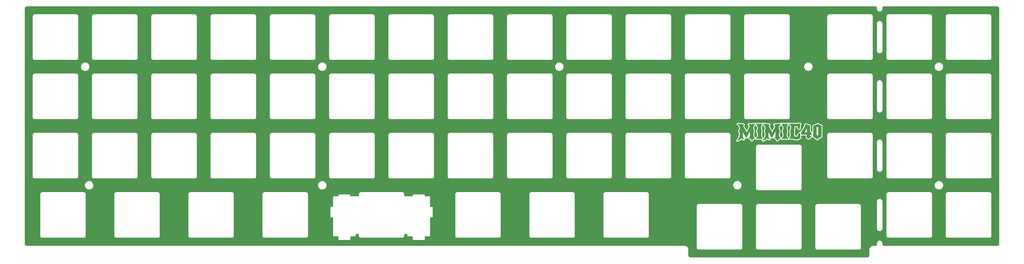
<source format=gbr>
G04 #@! TF.GenerationSoftware,KiCad,Pcbnew,8.0.1*
G04 #@! TF.CreationDate,2024-09-01T20:38:41+02:00*
G04 #@! TF.ProjectId,Mimic40_plate,4d696d69-6334-4305-9f70-6c6174652e6b,rev?*
G04 #@! TF.SameCoordinates,Original*
G04 #@! TF.FileFunction,Copper,L1,Top*
G04 #@! TF.FilePolarity,Positive*
%FSLAX46Y46*%
G04 Gerber Fmt 4.6, Leading zero omitted, Abs format (unit mm)*
G04 Created by KiCad (PCBNEW 8.0.1) date 2024-09-01 20:38:41*
%MOMM*%
%LPD*%
G01*
G04 APERTURE LIST*
G04 #@! TA.AperFunction,Conductor*
%ADD10C,0.200000*%
G04 #@! TD*
G04 APERTURE END LIST*
D10*
X300818964Y-116871472D02*
X300634779Y-117051256D01*
X300501626Y-117244671D01*
X300411682Y-117450985D01*
X300357122Y-117669471D01*
X300330123Y-117899397D01*
X300322862Y-118140034D01*
X300334679Y-118319092D01*
X300377660Y-118537418D01*
X300450965Y-118766947D01*
X300537043Y-118973439D01*
X300643798Y-119189668D01*
X300549433Y-119386371D01*
X300463294Y-119617084D01*
X300403435Y-119833485D01*
X300362994Y-120059710D01*
X300348142Y-120288761D01*
X300365160Y-120527742D01*
X300415201Y-120754392D01*
X300496744Y-120960321D01*
X300629661Y-121163191D01*
X300800968Y-121313115D01*
X300633825Y-121407783D01*
X300440586Y-121542212D01*
X300264090Y-121691478D01*
X300091692Y-121873241D01*
X299956865Y-122074787D01*
X299866902Y-121894224D01*
X299709419Y-121703012D01*
X299536966Y-121546964D01*
X299344198Y-121412478D01*
X299144635Y-121313115D01*
X299256462Y-121182408D01*
X299348433Y-120973739D01*
X299403296Y-120721390D01*
X299427505Y-120487549D01*
X299438008Y-120240697D01*
X299440291Y-119988708D01*
X299440291Y-118808283D01*
X298218100Y-121126270D01*
X298111488Y-121102090D01*
X296920071Y-119019309D01*
X296920071Y-119978817D01*
X296920444Y-120072745D01*
X296926166Y-120331606D01*
X296945127Y-120628432D01*
X296977973Y-120878143D01*
X297040106Y-121137506D01*
X297127511Y-121354361D01*
X297242176Y-121545988D01*
X297386086Y-121729672D01*
X297287201Y-121701974D01*
X297064852Y-121624966D01*
X296869037Y-121524865D01*
X296686090Y-121399944D01*
X296498019Y-121252665D01*
X296475963Y-121289464D01*
X296332200Y-121497948D01*
X296160746Y-121685712D01*
X295988624Y-121826730D01*
X295782994Y-121954022D01*
X295537365Y-122067892D01*
X295307702Y-122149525D01*
X295493084Y-121955662D01*
X295664529Y-121738447D01*
X295818716Y-121501629D01*
X295952320Y-121248956D01*
X296062019Y-120984175D01*
X296144489Y-120711036D01*
X296196409Y-120433285D01*
X296214454Y-120154672D01*
X296210564Y-120025859D01*
X296184014Y-119803861D01*
X296130209Y-119587287D01*
X296046661Y-119377379D01*
X295930888Y-119175380D01*
X296003799Y-119029696D01*
X296094567Y-118819386D01*
X296172513Y-118585602D01*
X296220687Y-118363167D01*
X296239733Y-118121350D01*
X296232308Y-117976192D01*
X296187560Y-117746662D01*
X296103608Y-117531542D01*
X295981912Y-117329573D01*
X295823931Y-117139498D01*
X295631123Y-116960060D01*
X295452782Y-116823321D01*
X295596763Y-116803538D01*
X295629076Y-116804043D01*
X295877582Y-116831393D01*
X296125476Y-116877089D01*
X296360111Y-116920966D01*
X296623041Y-116962116D01*
X296855517Y-116988035D01*
X297109115Y-117003572D01*
X297132272Y-117003567D01*
X297355312Y-116996978D01*
X297219625Y-117161621D01*
X297125801Y-117363364D01*
X297083836Y-117590488D01*
X298337901Y-119732620D01*
X299384237Y-117627857D01*
X299355248Y-117549714D01*
X299258947Y-117342346D01*
X299126690Y-117148607D01*
X298955591Y-116978293D01*
X299005659Y-116984408D01*
X299225968Y-116991482D01*
X299437749Y-116987013D01*
X299709673Y-116970242D01*
X299929453Y-116949479D01*
X300148099Y-116923608D01*
X300415418Y-116886090D01*
X300670823Y-116845211D01*
X300908679Y-116803538D01*
X300818964Y-116871472D01*
G04 #@! TA.AperFunction,Conductor*
G36*
X300818964Y-116871472D02*
G01*
X300634779Y-117051256D01*
X300501626Y-117244671D01*
X300411682Y-117450985D01*
X300357122Y-117669471D01*
X300330123Y-117899397D01*
X300322862Y-118140034D01*
X300334679Y-118319092D01*
X300377660Y-118537418D01*
X300450965Y-118766947D01*
X300537043Y-118973439D01*
X300643798Y-119189668D01*
X300549433Y-119386371D01*
X300463294Y-119617084D01*
X300403435Y-119833485D01*
X300362994Y-120059710D01*
X300348142Y-120288761D01*
X300365160Y-120527742D01*
X300415201Y-120754392D01*
X300496744Y-120960321D01*
X300629661Y-121163191D01*
X300800968Y-121313115D01*
X300633825Y-121407783D01*
X300440586Y-121542212D01*
X300264090Y-121691478D01*
X300091692Y-121873241D01*
X299956865Y-122074787D01*
X299866902Y-121894224D01*
X299709419Y-121703012D01*
X299536966Y-121546964D01*
X299344198Y-121412478D01*
X299144635Y-121313115D01*
X299256462Y-121182408D01*
X299348433Y-120973739D01*
X299403296Y-120721390D01*
X299427505Y-120487549D01*
X299438008Y-120240697D01*
X299440291Y-119988708D01*
X299440291Y-118808283D01*
X298218100Y-121126270D01*
X298111488Y-121102090D01*
X296920071Y-119019309D01*
X296920071Y-119978817D01*
X296920444Y-120072745D01*
X296926166Y-120331606D01*
X296945127Y-120628432D01*
X296977973Y-120878143D01*
X297040106Y-121137506D01*
X297127511Y-121354361D01*
X297242176Y-121545988D01*
X297386086Y-121729672D01*
X297287201Y-121701974D01*
X297064852Y-121624966D01*
X296869037Y-121524865D01*
X296686090Y-121399944D01*
X296498019Y-121252665D01*
X296475963Y-121289464D01*
X296332200Y-121497948D01*
X296160746Y-121685712D01*
X295988624Y-121826730D01*
X295782994Y-121954022D01*
X295537365Y-122067892D01*
X295307702Y-122149525D01*
X295493084Y-121955662D01*
X295664529Y-121738447D01*
X295818716Y-121501629D01*
X295952320Y-121248956D01*
X296062019Y-120984175D01*
X296144489Y-120711036D01*
X296196409Y-120433285D01*
X296214454Y-120154672D01*
X296210564Y-120025859D01*
X296184014Y-119803861D01*
X296130209Y-119587287D01*
X296046661Y-119377379D01*
X295930888Y-119175380D01*
X296003799Y-119029696D01*
X296094567Y-118819386D01*
X296172513Y-118585602D01*
X296220687Y-118363167D01*
X296239733Y-118121350D01*
X296232308Y-117976192D01*
X296187560Y-117746662D01*
X296103608Y-117531542D01*
X295981912Y-117329573D01*
X295823931Y-117139498D01*
X295631123Y-116960060D01*
X295452782Y-116823321D01*
X295596763Y-116803538D01*
X295629076Y-116804043D01*
X295877582Y-116831393D01*
X296125476Y-116877089D01*
X296360111Y-116920966D01*
X296623041Y-116962116D01*
X296855517Y-116988035D01*
X297109115Y-117003572D01*
X297132272Y-117003567D01*
X297355312Y-116996978D01*
X297219625Y-117161621D01*
X297125801Y-117363364D01*
X297083836Y-117590488D01*
X298337901Y-119732620D01*
X299384237Y-117627857D01*
X299355248Y-117549714D01*
X299258947Y-117342346D01*
X299126690Y-117148607D01*
X298955591Y-116978293D01*
X299005659Y-116984408D01*
X299225968Y-116991482D01*
X299437749Y-116987013D01*
X299709673Y-116970242D01*
X299929453Y-116949479D01*
X300148099Y-116923608D01*
X300415418Y-116886090D01*
X300670823Y-116845211D01*
X300908679Y-116803538D01*
X300818964Y-116871472D01*
G37*
G04 #@! TD.AperFunction*
X312302388Y-116822751D02*
X312542217Y-116841314D01*
X312774449Y-116855258D01*
X312998908Y-116865012D01*
X313257750Y-116871786D01*
X313504841Y-116873879D01*
X313753160Y-116871720D01*
X313981885Y-116865881D01*
X314257969Y-116854023D01*
X314503051Y-116839589D01*
X314769142Y-116821377D01*
X315035046Y-116805119D01*
X315280975Y-116803538D01*
X315438145Y-116816727D01*
X315391197Y-116965720D01*
X315341279Y-117204702D01*
X315301541Y-117435896D01*
X315263903Y-117682199D01*
X315230141Y-117924729D01*
X315202034Y-118144602D01*
X315174363Y-118390628D01*
X315129300Y-118409312D01*
X315102147Y-118388520D01*
X314922387Y-118214135D01*
X314798422Y-118017917D01*
X314715004Y-117789255D01*
X314663285Y-117554218D01*
X314550376Y-117495124D01*
X314333498Y-117453779D01*
X314109342Y-117446507D01*
X314006605Y-117447372D01*
X313776021Y-117453719D01*
X313554300Y-117459696D01*
X313546205Y-117505836D01*
X313510086Y-117764602D01*
X313486278Y-118000909D01*
X313466822Y-118258192D01*
X313451566Y-118531774D01*
X313440354Y-118816981D01*
X313433032Y-119109136D01*
X313430000Y-119330000D01*
X313429003Y-119550170D01*
X313429329Y-119698845D01*
X313431391Y-119941293D01*
X313435505Y-120174684D01*
X313443400Y-120438939D01*
X313454810Y-120681466D01*
X313472967Y-120930631D01*
X314537988Y-121038342D01*
X314562839Y-120941501D01*
X314644449Y-120712879D01*
X314750431Y-120500860D01*
X314876457Y-120302124D01*
X315018200Y-120113349D01*
X315171335Y-119931216D01*
X315331533Y-119752404D01*
X315368902Y-119765593D01*
X315356675Y-119875016D01*
X315341807Y-120106881D01*
X315338128Y-120329427D01*
X315338274Y-120370165D01*
X315344914Y-120606187D01*
X315363386Y-120857603D01*
X315395174Y-121102037D01*
X315444740Y-121323007D01*
X315290820Y-121346732D01*
X315072475Y-121409020D01*
X314858696Y-121510010D01*
X314650828Y-121644294D01*
X314455556Y-121797815D01*
X314259973Y-121741754D01*
X313997871Y-121675357D01*
X313736558Y-121618575D01*
X313478546Y-121571485D01*
X313226345Y-121534164D01*
X312982469Y-121506690D01*
X312749427Y-121489140D01*
X312477189Y-121481277D01*
X312328755Y-121491367D01*
X312105696Y-121545024D01*
X312099101Y-121525240D01*
X312248567Y-121343272D01*
X312335249Y-121137932D01*
X312404202Y-120892685D01*
X312454544Y-120627730D01*
X312485394Y-120363269D01*
X312495874Y-120119501D01*
X312495636Y-120083652D01*
X312480898Y-119836003D01*
X312444072Y-119603186D01*
X312376353Y-119371563D01*
X312269461Y-119177578D01*
X312294788Y-119150768D01*
X312421370Y-118946921D01*
X312496895Y-118733025D01*
X312549157Y-118493973D01*
X312581877Y-118243701D01*
X312598778Y-117996145D01*
X312603585Y-117765244D01*
X312599122Y-117569184D01*
X312584900Y-117346489D01*
X312513315Y-117311340D01*
X312323731Y-117170215D01*
X312167175Y-116996366D01*
X312055137Y-116799141D01*
X312302388Y-116822751D01*
G04 #@! TA.AperFunction,Conductor*
G36*
X312302388Y-116822751D02*
G01*
X312542217Y-116841314D01*
X312774449Y-116855258D01*
X312998908Y-116865012D01*
X313257750Y-116871786D01*
X313504841Y-116873879D01*
X313753160Y-116871720D01*
X313981885Y-116865881D01*
X314257969Y-116854023D01*
X314503051Y-116839589D01*
X314769142Y-116821377D01*
X315035046Y-116805119D01*
X315280975Y-116803538D01*
X315438145Y-116816727D01*
X315391197Y-116965720D01*
X315341279Y-117204702D01*
X315301541Y-117435896D01*
X315263903Y-117682199D01*
X315230141Y-117924729D01*
X315202034Y-118144602D01*
X315174363Y-118390628D01*
X315129300Y-118409312D01*
X315102147Y-118388520D01*
X314922387Y-118214135D01*
X314798422Y-118017917D01*
X314715004Y-117789255D01*
X314663285Y-117554218D01*
X314550376Y-117495124D01*
X314333498Y-117453779D01*
X314109342Y-117446507D01*
X314006605Y-117447372D01*
X313776021Y-117453719D01*
X313554300Y-117459696D01*
X313546205Y-117505836D01*
X313510086Y-117764602D01*
X313486278Y-118000909D01*
X313466822Y-118258192D01*
X313451566Y-118531774D01*
X313440354Y-118816981D01*
X313433032Y-119109136D01*
X313430000Y-119330000D01*
X313429003Y-119550170D01*
X313429329Y-119698845D01*
X313431391Y-119941293D01*
X313435505Y-120174684D01*
X313443400Y-120438939D01*
X313454810Y-120681466D01*
X313472967Y-120930631D01*
X314537988Y-121038342D01*
X314562839Y-120941501D01*
X314644449Y-120712879D01*
X314750431Y-120500860D01*
X314876457Y-120302124D01*
X315018200Y-120113349D01*
X315171335Y-119931216D01*
X315331533Y-119752404D01*
X315368902Y-119765593D01*
X315356675Y-119875016D01*
X315341807Y-120106881D01*
X315338128Y-120329427D01*
X315338274Y-120370165D01*
X315344914Y-120606187D01*
X315363386Y-120857603D01*
X315395174Y-121102037D01*
X315444740Y-121323007D01*
X315290820Y-121346732D01*
X315072475Y-121409020D01*
X314858696Y-121510010D01*
X314650828Y-121644294D01*
X314455556Y-121797815D01*
X314259973Y-121741754D01*
X313997871Y-121675357D01*
X313736558Y-121618575D01*
X313478546Y-121571485D01*
X313226345Y-121534164D01*
X312982469Y-121506690D01*
X312749427Y-121489140D01*
X312477189Y-121481277D01*
X312328755Y-121491367D01*
X312105696Y-121545024D01*
X312099101Y-121525240D01*
X312248567Y-121343272D01*
X312335249Y-121137932D01*
X312404202Y-120892685D01*
X312454544Y-120627730D01*
X312485394Y-120363269D01*
X312495874Y-120119501D01*
X312495636Y-120083652D01*
X312480898Y-119836003D01*
X312444072Y-119603186D01*
X312376353Y-119371563D01*
X312269461Y-119177578D01*
X312294788Y-119150768D01*
X312421370Y-118946921D01*
X312496895Y-118733025D01*
X312549157Y-118493973D01*
X312581877Y-118243701D01*
X312598778Y-117996145D01*
X312603585Y-117765244D01*
X312599122Y-117569184D01*
X312584900Y-117346489D01*
X312513315Y-117311340D01*
X312323731Y-117170215D01*
X312167175Y-116996366D01*
X312055137Y-116799141D01*
X312302388Y-116822751D01*
G37*
G04 #@! TD.AperFunction*
X308994574Y-116871472D02*
X308810389Y-117051256D01*
X308677237Y-117244671D01*
X308587292Y-117450985D01*
X308532733Y-117669471D01*
X308505734Y-117899397D01*
X308498473Y-118140034D01*
X308510290Y-118319092D01*
X308553271Y-118537418D01*
X308626575Y-118766947D01*
X308712653Y-118973439D01*
X308819408Y-119189668D01*
X308725044Y-119386371D01*
X308638904Y-119617084D01*
X308579046Y-119833485D01*
X308538604Y-120059710D01*
X308523752Y-120288761D01*
X308540771Y-120527742D01*
X308590812Y-120754392D01*
X308672354Y-120960321D01*
X308805271Y-121163191D01*
X308976578Y-121313115D01*
X308809436Y-121407783D01*
X308616197Y-121542212D01*
X308439701Y-121691478D01*
X308267303Y-121873241D01*
X308132475Y-122074787D01*
X308042512Y-121894224D01*
X307885029Y-121703012D01*
X307712577Y-121546964D01*
X307519809Y-121412478D01*
X307320246Y-121313115D01*
X307432072Y-121182408D01*
X307524044Y-120973739D01*
X307578907Y-120721390D01*
X307603115Y-120487549D01*
X307613619Y-120240697D01*
X307615902Y-119988708D01*
X307615902Y-118808283D01*
X306393710Y-121126270D01*
X306287098Y-121102090D01*
X305095682Y-119019309D01*
X305095682Y-119978817D01*
X305096055Y-120072745D01*
X305101776Y-120331606D01*
X305120738Y-120628432D01*
X305153584Y-120878143D01*
X305215717Y-121137506D01*
X305303122Y-121354361D01*
X305417786Y-121545988D01*
X305561697Y-121729672D01*
X305462811Y-121701974D01*
X305240463Y-121624966D01*
X305044647Y-121524865D01*
X304861701Y-121399944D01*
X304673630Y-121252665D01*
X304651574Y-121289464D01*
X304507810Y-121497948D01*
X304336356Y-121685712D01*
X304164234Y-121826730D01*
X303958604Y-121954022D01*
X303712976Y-122067892D01*
X303483313Y-122149525D01*
X303668694Y-121955662D01*
X303840140Y-121738447D01*
X303994326Y-121501629D01*
X304127931Y-121248956D01*
X304237629Y-120984175D01*
X304320100Y-120711036D01*
X304372019Y-120433285D01*
X304390064Y-120154672D01*
X304386174Y-120025859D01*
X304359625Y-119803861D01*
X304305819Y-119587287D01*
X304222272Y-119377379D01*
X304106498Y-119175380D01*
X304179410Y-119029696D01*
X304270177Y-118819386D01*
X304348123Y-118585602D01*
X304396298Y-118363167D01*
X304415343Y-118121350D01*
X304407919Y-117976192D01*
X304363171Y-117746662D01*
X304279219Y-117531542D01*
X304157523Y-117329573D01*
X303999541Y-117139498D01*
X303806734Y-116960060D01*
X303628393Y-116823321D01*
X303772374Y-116803538D01*
X303804687Y-116804043D01*
X304053192Y-116831393D01*
X304301087Y-116877089D01*
X304535722Y-116920966D01*
X304798652Y-116962116D01*
X305031127Y-116988035D01*
X305284726Y-117003572D01*
X305307883Y-117003567D01*
X305530922Y-116996978D01*
X305395236Y-117161621D01*
X305301412Y-117363364D01*
X305259447Y-117590488D01*
X306513511Y-119732620D01*
X307559848Y-117627857D01*
X307530859Y-117549714D01*
X307434558Y-117342346D01*
X307302300Y-117148607D01*
X307131202Y-116978293D01*
X307181269Y-116984408D01*
X307401578Y-116991482D01*
X307613360Y-116987013D01*
X307885283Y-116970242D01*
X308105063Y-116949479D01*
X308323710Y-116923608D01*
X308591029Y-116886090D01*
X308846434Y-116845211D01*
X309084290Y-116803538D01*
X308994574Y-116871472D01*
G04 #@! TA.AperFunction,Conductor*
G36*
X308994574Y-116871472D02*
G01*
X308810389Y-117051256D01*
X308677237Y-117244671D01*
X308587292Y-117450985D01*
X308532733Y-117669471D01*
X308505734Y-117899397D01*
X308498473Y-118140034D01*
X308510290Y-118319092D01*
X308553271Y-118537418D01*
X308626575Y-118766947D01*
X308712653Y-118973439D01*
X308819408Y-119189668D01*
X308725044Y-119386371D01*
X308638904Y-119617084D01*
X308579046Y-119833485D01*
X308538604Y-120059710D01*
X308523752Y-120288761D01*
X308540771Y-120527742D01*
X308590812Y-120754392D01*
X308672354Y-120960321D01*
X308805271Y-121163191D01*
X308976578Y-121313115D01*
X308809436Y-121407783D01*
X308616197Y-121542212D01*
X308439701Y-121691478D01*
X308267303Y-121873241D01*
X308132475Y-122074787D01*
X308042512Y-121894224D01*
X307885029Y-121703012D01*
X307712577Y-121546964D01*
X307519809Y-121412478D01*
X307320246Y-121313115D01*
X307432072Y-121182408D01*
X307524044Y-120973739D01*
X307578907Y-120721390D01*
X307603115Y-120487549D01*
X307613619Y-120240697D01*
X307615902Y-119988708D01*
X307615902Y-118808283D01*
X306393710Y-121126270D01*
X306287098Y-121102090D01*
X305095682Y-119019309D01*
X305095682Y-119978817D01*
X305096055Y-120072745D01*
X305101776Y-120331606D01*
X305120738Y-120628432D01*
X305153584Y-120878143D01*
X305215717Y-121137506D01*
X305303122Y-121354361D01*
X305417786Y-121545988D01*
X305561697Y-121729672D01*
X305462811Y-121701974D01*
X305240463Y-121624966D01*
X305044647Y-121524865D01*
X304861701Y-121399944D01*
X304673630Y-121252665D01*
X304651574Y-121289464D01*
X304507810Y-121497948D01*
X304336356Y-121685712D01*
X304164234Y-121826730D01*
X303958604Y-121954022D01*
X303712976Y-122067892D01*
X303483313Y-122149525D01*
X303668694Y-121955662D01*
X303840140Y-121738447D01*
X303994326Y-121501629D01*
X304127931Y-121248956D01*
X304237629Y-120984175D01*
X304320100Y-120711036D01*
X304372019Y-120433285D01*
X304390064Y-120154672D01*
X304386174Y-120025859D01*
X304359625Y-119803861D01*
X304305819Y-119587287D01*
X304222272Y-119377379D01*
X304106498Y-119175380D01*
X304179410Y-119029696D01*
X304270177Y-118819386D01*
X304348123Y-118585602D01*
X304396298Y-118363167D01*
X304415343Y-118121350D01*
X304407919Y-117976192D01*
X304363171Y-117746662D01*
X304279219Y-117531542D01*
X304157523Y-117329573D01*
X303999541Y-117139498D01*
X303806734Y-116960060D01*
X303628393Y-116823321D01*
X303772374Y-116803538D01*
X303804687Y-116804043D01*
X304053192Y-116831393D01*
X304301087Y-116877089D01*
X304535722Y-116920966D01*
X304798652Y-116962116D01*
X305031127Y-116988035D01*
X305284726Y-117003572D01*
X305307883Y-117003567D01*
X305530922Y-116996978D01*
X305395236Y-117161621D01*
X305301412Y-117363364D01*
X305259447Y-117590488D01*
X306513511Y-119732620D01*
X307559848Y-117627857D01*
X307530859Y-117549714D01*
X307434558Y-117342346D01*
X307302300Y-117148607D01*
X307131202Y-116978293D01*
X307181269Y-116984408D01*
X307401578Y-116991482D01*
X307613360Y-116987013D01*
X307885283Y-116970242D01*
X308105063Y-116949479D01*
X308323710Y-116923608D01*
X308591029Y-116886090D01*
X308846434Y-116845211D01*
X309084290Y-116803538D01*
X308994574Y-116871472D01*
G37*
G04 #@! TD.AperFunction*
X317344616Y-116905686D02*
X317551020Y-117066558D01*
X317750134Y-117165206D01*
X317998497Y-117247598D01*
X318231936Y-117297837D01*
X318473839Y-117327805D01*
X318473839Y-119582044D01*
X318921170Y-119582044D01*
X318925894Y-119662538D01*
X318946353Y-119882617D01*
X318983766Y-120105307D01*
X319066250Y-120331625D01*
X318899992Y-120211112D01*
X318676073Y-120179951D01*
X318473839Y-120179951D01*
X318473839Y-120432742D01*
X318490807Y-120596373D01*
X318608553Y-120794963D01*
X318833243Y-120861388D01*
X319010197Y-120836109D01*
X318901787Y-120943538D01*
X318713306Y-121098479D01*
X318527335Y-121241352D01*
X318345349Y-121379387D01*
X318171589Y-121516448D01*
X318021097Y-121432395D01*
X317824749Y-121313097D01*
X317623142Y-121201008D01*
X317636331Y-120179951D01*
X316817507Y-120179951D01*
X316600422Y-120180806D01*
X316367418Y-120184837D01*
X316138158Y-120195305D01*
X315909656Y-120223914D01*
X315921048Y-120161720D01*
X315941530Y-119941448D01*
X315941364Y-119919735D01*
X315917948Y-119686016D01*
X315879667Y-119582044D01*
X316647147Y-119582044D01*
X317680294Y-119582044D01*
X317680294Y-117699298D01*
X317611719Y-117850475D01*
X317515712Y-118055958D01*
X317391362Y-118313273D01*
X317284071Y-118527327D01*
X317168319Y-118749351D01*
X317047310Y-118970265D01*
X316924251Y-119180988D01*
X316802347Y-119372442D01*
X316647147Y-119582044D01*
X315879667Y-119582044D01*
X315840413Y-119475432D01*
X315982943Y-119310320D01*
X316121575Y-119115771D01*
X316287158Y-118867682D01*
X316407314Y-118679845D01*
X316531640Y-118479165D01*
X316657013Y-118270022D01*
X316780308Y-118056797D01*
X316898404Y-117843870D01*
X317008175Y-117635623D01*
X317106500Y-117436436D01*
X317225691Y-117164227D01*
X317315396Y-116873879D01*
X317344616Y-116905686D01*
G04 #@! TA.AperFunction,Conductor*
G36*
X317344616Y-116905686D02*
G01*
X317551020Y-117066558D01*
X317750134Y-117165206D01*
X317998497Y-117247598D01*
X318231936Y-117297837D01*
X318473839Y-117327805D01*
X318473839Y-119582044D01*
X318921170Y-119582044D01*
X318925894Y-119662538D01*
X318946353Y-119882617D01*
X318983766Y-120105307D01*
X319066250Y-120331625D01*
X318899992Y-120211112D01*
X318676073Y-120179951D01*
X318473839Y-120179951D01*
X318473839Y-120432742D01*
X318490807Y-120596373D01*
X318608553Y-120794963D01*
X318833243Y-120861388D01*
X319010197Y-120836109D01*
X318901787Y-120943538D01*
X318713306Y-121098479D01*
X318527335Y-121241352D01*
X318345349Y-121379387D01*
X318171589Y-121516448D01*
X318021097Y-121432395D01*
X317824749Y-121313097D01*
X317623142Y-121201008D01*
X317636331Y-120179951D01*
X316817507Y-120179951D01*
X316600422Y-120180806D01*
X316367418Y-120184837D01*
X316138158Y-120195305D01*
X315909656Y-120223914D01*
X315921048Y-120161720D01*
X315941530Y-119941448D01*
X315941364Y-119919735D01*
X315917948Y-119686016D01*
X315879667Y-119582044D01*
X316647147Y-119582044D01*
X317680294Y-119582044D01*
X317680294Y-117699298D01*
X317611719Y-117850475D01*
X317515712Y-118055958D01*
X317391362Y-118313273D01*
X317284071Y-118527327D01*
X317168319Y-118749351D01*
X317047310Y-118970265D01*
X316924251Y-119180988D01*
X316802347Y-119372442D01*
X316647147Y-119582044D01*
X315879667Y-119582044D01*
X315840413Y-119475432D01*
X315982943Y-119310320D01*
X316121575Y-119115771D01*
X316287158Y-118867682D01*
X316407314Y-118679845D01*
X316531640Y-118479165D01*
X316657013Y-118270022D01*
X316780308Y-118056797D01*
X316898404Y-117843870D01*
X317008175Y-117635623D01*
X317106500Y-117436436D01*
X317225691Y-117164227D01*
X317315396Y-116873879D01*
X317344616Y-116905686D01*
G37*
G04 #@! TD.AperFunction*
X309802378Y-116817451D02*
X310023751Y-116867740D01*
X310251304Y-116901312D01*
X310481777Y-116913447D01*
X310622712Y-116910856D01*
X310856464Y-116895699D01*
X311080265Y-116870868D01*
X311301640Y-116840850D01*
X311528114Y-116810132D01*
X311353488Y-116976905D01*
X311223534Y-117203043D01*
X311146134Y-117421128D01*
X311094057Y-117652711D01*
X311064710Y-117885191D01*
X311055504Y-118105963D01*
X311057663Y-118231450D01*
X311073142Y-118470741D01*
X311106233Y-118720476D01*
X311160112Y-118963603D01*
X311237953Y-119183073D01*
X311155693Y-119375707D01*
X311103314Y-119598943D01*
X311075665Y-119840108D01*
X311067594Y-120086528D01*
X311070284Y-120238374D01*
X311089060Y-120485241D01*
X311130458Y-120725064D01*
X311199960Y-120958673D01*
X311303050Y-121186899D01*
X311445214Y-121410572D01*
X311590762Y-121586789D01*
X311507114Y-121576507D01*
X311272832Y-121550657D01*
X311027936Y-121529240D01*
X310779715Y-121514939D01*
X310532336Y-121509853D01*
X310336890Y-121513149D01*
X310101450Y-121526486D01*
X309858904Y-121550752D01*
X309625584Y-121581294D01*
X309658877Y-121559845D01*
X309844707Y-121394994D01*
X309978135Y-121218155D01*
X310088219Y-121014993D01*
X310171335Y-120794463D01*
X310223861Y-120565520D01*
X310242175Y-120337121D01*
X310241882Y-120296783D01*
X310227668Y-120054420D01*
X310191697Y-119816940D01*
X310133404Y-119591907D01*
X310052225Y-119386884D01*
X309927835Y-119183073D01*
X310041035Y-118943189D01*
X310121691Y-118718099D01*
X310174585Y-118502196D01*
X310207584Y-118254438D01*
X310216896Y-118002648D01*
X310213556Y-117839184D01*
X310198211Y-117617965D01*
X310168202Y-117604814D01*
X309974634Y-117461539D01*
X309851557Y-117263074D01*
X309781766Y-117027038D01*
X309750881Y-116803538D01*
X309802378Y-116817451D01*
G04 #@! TA.AperFunction,Conductor*
G36*
X309802378Y-116817451D02*
G01*
X310023751Y-116867740D01*
X310251304Y-116901312D01*
X310481777Y-116913447D01*
X310622712Y-116910856D01*
X310856464Y-116895699D01*
X311080265Y-116870868D01*
X311301640Y-116840850D01*
X311528114Y-116810132D01*
X311353488Y-116976905D01*
X311223534Y-117203043D01*
X311146134Y-117421128D01*
X311094057Y-117652711D01*
X311064710Y-117885191D01*
X311055504Y-118105963D01*
X311057663Y-118231450D01*
X311073142Y-118470741D01*
X311106233Y-118720476D01*
X311160112Y-118963603D01*
X311237953Y-119183073D01*
X311155693Y-119375707D01*
X311103314Y-119598943D01*
X311075665Y-119840108D01*
X311067594Y-120086528D01*
X311070284Y-120238374D01*
X311089060Y-120485241D01*
X311130458Y-120725064D01*
X311199960Y-120958673D01*
X311303050Y-121186899D01*
X311445214Y-121410572D01*
X311590762Y-121586789D01*
X311507114Y-121576507D01*
X311272832Y-121550657D01*
X311027936Y-121529240D01*
X310779715Y-121514939D01*
X310532336Y-121509853D01*
X310336890Y-121513149D01*
X310101450Y-121526486D01*
X309858904Y-121550752D01*
X309625584Y-121581294D01*
X309658877Y-121559845D01*
X309844707Y-121394994D01*
X309978135Y-121218155D01*
X310088219Y-121014993D01*
X310171335Y-120794463D01*
X310223861Y-120565520D01*
X310242175Y-120337121D01*
X310241882Y-120296783D01*
X310227668Y-120054420D01*
X310191697Y-119816940D01*
X310133404Y-119591907D01*
X310052225Y-119386884D01*
X309927835Y-119183073D01*
X310041035Y-118943189D01*
X310121691Y-118718099D01*
X310174585Y-118502196D01*
X310207584Y-118254438D01*
X310216896Y-118002648D01*
X310213556Y-117839184D01*
X310198211Y-117617965D01*
X310168202Y-117604814D01*
X309974634Y-117461539D01*
X309851557Y-117263074D01*
X309781766Y-117027038D01*
X309750881Y-116803538D01*
X309802378Y-116817451D01*
G37*
G04 #@! TD.AperFunction*
X317394616Y-116905686D02*
X317601020Y-117066558D01*
X317800134Y-117165206D01*
X318048497Y-117247598D01*
X318281936Y-117297837D01*
X318523839Y-117327805D01*
X318523839Y-119582044D01*
X318971170Y-119582044D01*
X318975894Y-119662538D01*
X318996353Y-119882617D01*
X319033766Y-120105307D01*
X319116250Y-120331625D01*
X318949992Y-120211112D01*
X318726073Y-120179951D01*
X318523839Y-120179951D01*
X318523839Y-120432742D01*
X318540807Y-120596373D01*
X318658553Y-120794963D01*
X318883243Y-120861388D01*
X319060197Y-120836109D01*
X318951787Y-120943538D01*
X318763306Y-121098479D01*
X318577335Y-121241352D01*
X318395349Y-121379387D01*
X318221589Y-121516448D01*
X318071097Y-121432395D01*
X317874749Y-121313097D01*
X317673142Y-121201008D01*
X317686331Y-120179951D01*
X316867507Y-120179951D01*
X316650422Y-120180806D01*
X316417418Y-120184837D01*
X316188158Y-120195305D01*
X315959656Y-120223914D01*
X315971048Y-120161720D01*
X315991530Y-119941448D01*
X315991364Y-119919735D01*
X315967948Y-119686016D01*
X315929667Y-119582044D01*
X316697147Y-119582044D01*
X317730294Y-119582044D01*
X317730294Y-117699298D01*
X317661719Y-117850475D01*
X317565712Y-118055958D01*
X317441362Y-118313273D01*
X317334071Y-118527327D01*
X317218319Y-118749351D01*
X317097310Y-118970265D01*
X316974251Y-119180988D01*
X316852347Y-119372442D01*
X316697147Y-119582044D01*
X315929667Y-119582044D01*
X315890413Y-119475432D01*
X316032943Y-119310320D01*
X316171575Y-119115771D01*
X316337158Y-118867682D01*
X316457314Y-118679845D01*
X316581640Y-118479165D01*
X316707013Y-118270022D01*
X316830308Y-118056797D01*
X316948404Y-117843870D01*
X317058175Y-117635623D01*
X317156500Y-117436436D01*
X317275691Y-117164227D01*
X317365396Y-116873879D01*
X317394616Y-116905686D01*
G04 #@! TA.AperFunction,Conductor*
G36*
X317394616Y-116905686D02*
G01*
X317601020Y-117066558D01*
X317800134Y-117165206D01*
X318048497Y-117247598D01*
X318281936Y-117297837D01*
X318523839Y-117327805D01*
X318523839Y-119582044D01*
X318971170Y-119582044D01*
X318975894Y-119662538D01*
X318996353Y-119882617D01*
X319033766Y-120105307D01*
X319116250Y-120331625D01*
X318949992Y-120211112D01*
X318726073Y-120179951D01*
X318523839Y-120179951D01*
X318523839Y-120432742D01*
X318540807Y-120596373D01*
X318658553Y-120794963D01*
X318883243Y-120861388D01*
X319060197Y-120836109D01*
X318951787Y-120943538D01*
X318763306Y-121098479D01*
X318577335Y-121241352D01*
X318395349Y-121379387D01*
X318221589Y-121516448D01*
X318071097Y-121432395D01*
X317874749Y-121313097D01*
X317673142Y-121201008D01*
X317686331Y-120179951D01*
X316867507Y-120179951D01*
X316650422Y-120180806D01*
X316417418Y-120184837D01*
X316188158Y-120195305D01*
X315959656Y-120223914D01*
X315971048Y-120161720D01*
X315991530Y-119941448D01*
X315991364Y-119919735D01*
X315967948Y-119686016D01*
X315929667Y-119582044D01*
X316697147Y-119582044D01*
X317730294Y-119582044D01*
X317730294Y-117699298D01*
X317661719Y-117850475D01*
X317565712Y-118055958D01*
X317441362Y-118313273D01*
X317334071Y-118527327D01*
X317218319Y-118749351D01*
X317097310Y-118970265D01*
X316974251Y-119180988D01*
X316852347Y-119372442D01*
X316697147Y-119582044D01*
X315929667Y-119582044D01*
X315890413Y-119475432D01*
X316032943Y-119310320D01*
X316171575Y-119115771D01*
X316337158Y-118867682D01*
X316457314Y-118679845D01*
X316581640Y-118479165D01*
X316707013Y-118270022D01*
X316830308Y-118056797D01*
X316948404Y-117843870D01*
X317058175Y-117635623D01*
X317156500Y-117436436D01*
X317275691Y-117164227D01*
X317365396Y-116873879D01*
X317394616Y-116905686D01*
G37*
G04 #@! TD.AperFunction*
X301576767Y-116817451D02*
X301798141Y-116867740D01*
X302025694Y-116901312D01*
X302256167Y-116913447D01*
X302397102Y-116910856D01*
X302630853Y-116895699D01*
X302854654Y-116870868D01*
X303076029Y-116840850D01*
X303302503Y-116810132D01*
X303127877Y-116976905D01*
X302997923Y-117203043D01*
X302920524Y-117421128D01*
X302868446Y-117652711D01*
X302839100Y-117885191D01*
X302829893Y-118105963D01*
X302832053Y-118231450D01*
X302847532Y-118470741D01*
X302880623Y-118720476D01*
X302934501Y-118963603D01*
X303012343Y-119183073D01*
X302930082Y-119375707D01*
X302877704Y-119598943D01*
X302850055Y-119840108D01*
X302841983Y-120086528D01*
X302844673Y-120238374D01*
X302863450Y-120485241D01*
X302904847Y-120725064D01*
X302974349Y-120958673D01*
X303077440Y-121186899D01*
X303219603Y-121410572D01*
X303365151Y-121586789D01*
X303281503Y-121576507D01*
X303047222Y-121550657D01*
X302802325Y-121529240D01*
X302554104Y-121514939D01*
X302306725Y-121509853D01*
X302111279Y-121513149D01*
X301875839Y-121526486D01*
X301633293Y-121550752D01*
X301399973Y-121581294D01*
X301433267Y-121559845D01*
X301619096Y-121394994D01*
X301752525Y-121218155D01*
X301862608Y-121014993D01*
X301945725Y-120794463D01*
X301998251Y-120565520D01*
X302016564Y-120337121D01*
X302016271Y-120296783D01*
X302002057Y-120054420D01*
X301966086Y-119816940D01*
X301907794Y-119591907D01*
X301826614Y-119386884D01*
X301702224Y-119183073D01*
X301815425Y-118943189D01*
X301896081Y-118718099D01*
X301948974Y-118502196D01*
X301981973Y-118254438D01*
X301991285Y-118002648D01*
X301987946Y-117839184D01*
X301972601Y-117617965D01*
X301942591Y-117604814D01*
X301749023Y-117461539D01*
X301625947Y-117263074D01*
X301556155Y-117027038D01*
X301525270Y-116803538D01*
X301576767Y-116817451D01*
G04 #@! TA.AperFunction,Conductor*
G36*
X301576767Y-116817451D02*
G01*
X301798141Y-116867740D01*
X302025694Y-116901312D01*
X302256167Y-116913447D01*
X302397102Y-116910856D01*
X302630853Y-116895699D01*
X302854654Y-116870868D01*
X303076029Y-116840850D01*
X303302503Y-116810132D01*
X303127877Y-116976905D01*
X302997923Y-117203043D01*
X302920524Y-117421128D01*
X302868446Y-117652711D01*
X302839100Y-117885191D01*
X302829893Y-118105963D01*
X302832053Y-118231450D01*
X302847532Y-118470741D01*
X302880623Y-118720476D01*
X302934501Y-118963603D01*
X303012343Y-119183073D01*
X302930082Y-119375707D01*
X302877704Y-119598943D01*
X302850055Y-119840108D01*
X302841983Y-120086528D01*
X302844673Y-120238374D01*
X302863450Y-120485241D01*
X302904847Y-120725064D01*
X302974349Y-120958673D01*
X303077440Y-121186899D01*
X303219603Y-121410572D01*
X303365151Y-121586789D01*
X303281503Y-121576507D01*
X303047222Y-121550657D01*
X302802325Y-121529240D01*
X302554104Y-121514939D01*
X302306725Y-121509853D01*
X302111279Y-121513149D01*
X301875839Y-121526486D01*
X301633293Y-121550752D01*
X301399973Y-121581294D01*
X301433267Y-121559845D01*
X301619096Y-121394994D01*
X301752525Y-121218155D01*
X301862608Y-121014993D01*
X301945725Y-120794463D01*
X301998251Y-120565520D01*
X302016564Y-120337121D01*
X302016271Y-120296783D01*
X302002057Y-120054420D01*
X301966086Y-119816940D01*
X301907794Y-119591907D01*
X301826614Y-119386884D01*
X301702224Y-119183073D01*
X301815425Y-118943189D01*
X301896081Y-118718099D01*
X301948974Y-118502196D01*
X301981973Y-118254438D01*
X301991285Y-118002648D01*
X301987946Y-117839184D01*
X301972601Y-117617965D01*
X301942591Y-117604814D01*
X301749023Y-117461539D01*
X301625947Y-117263074D01*
X301556155Y-117027038D01*
X301525270Y-116803538D01*
X301576767Y-116817451D01*
G37*
G04 #@! TD.AperFunction*
X301526767Y-116817451D02*
X301748141Y-116867740D01*
X301975694Y-116901312D01*
X302206167Y-116913447D01*
X302347102Y-116910856D01*
X302580853Y-116895699D01*
X302804654Y-116870868D01*
X303026029Y-116840850D01*
X303252503Y-116810132D01*
X303077877Y-116976905D01*
X302947923Y-117203043D01*
X302870524Y-117421128D01*
X302818446Y-117652711D01*
X302789100Y-117885191D01*
X302779893Y-118105963D01*
X302782053Y-118231450D01*
X302797532Y-118470741D01*
X302830623Y-118720476D01*
X302884501Y-118963603D01*
X302962343Y-119183073D01*
X302880082Y-119375707D01*
X302827704Y-119598943D01*
X302800055Y-119840108D01*
X302791983Y-120086528D01*
X302794673Y-120238374D01*
X302813450Y-120485241D01*
X302854847Y-120725064D01*
X302924349Y-120958673D01*
X303027440Y-121186899D01*
X303169603Y-121410572D01*
X303315151Y-121586789D01*
X303231503Y-121576507D01*
X302997222Y-121550657D01*
X302752325Y-121529240D01*
X302504104Y-121514939D01*
X302256725Y-121509853D01*
X302061279Y-121513149D01*
X301825839Y-121526486D01*
X301583293Y-121550752D01*
X301349973Y-121581294D01*
X301383267Y-121559845D01*
X301569096Y-121394994D01*
X301702525Y-121218155D01*
X301812608Y-121014993D01*
X301895725Y-120794463D01*
X301948251Y-120565520D01*
X301966564Y-120337121D01*
X301966271Y-120296783D01*
X301952057Y-120054420D01*
X301916086Y-119816940D01*
X301857794Y-119591907D01*
X301776614Y-119386884D01*
X301652224Y-119183073D01*
X301765425Y-118943189D01*
X301846081Y-118718099D01*
X301898974Y-118502196D01*
X301931973Y-118254438D01*
X301941285Y-118002648D01*
X301937946Y-117839184D01*
X301922601Y-117617965D01*
X301892591Y-117604814D01*
X301699023Y-117461539D01*
X301575947Y-117263074D01*
X301506155Y-117027038D01*
X301475270Y-116803538D01*
X301526767Y-116817451D01*
G04 #@! TA.AperFunction,Conductor*
G36*
X301526767Y-116817451D02*
G01*
X301748141Y-116867740D01*
X301975694Y-116901312D01*
X302206167Y-116913447D01*
X302347102Y-116910856D01*
X302580853Y-116895699D01*
X302804654Y-116870868D01*
X303026029Y-116840850D01*
X303252503Y-116810132D01*
X303077877Y-116976905D01*
X302947923Y-117203043D01*
X302870524Y-117421128D01*
X302818446Y-117652711D01*
X302789100Y-117885191D01*
X302779893Y-118105963D01*
X302782053Y-118231450D01*
X302797532Y-118470741D01*
X302830623Y-118720476D01*
X302884501Y-118963603D01*
X302962343Y-119183073D01*
X302880082Y-119375707D01*
X302827704Y-119598943D01*
X302800055Y-119840108D01*
X302791983Y-120086528D01*
X302794673Y-120238374D01*
X302813450Y-120485241D01*
X302854847Y-120725064D01*
X302924349Y-120958673D01*
X303027440Y-121186899D01*
X303169603Y-121410572D01*
X303315151Y-121586789D01*
X303231503Y-121576507D01*
X302997222Y-121550657D01*
X302752325Y-121529240D01*
X302504104Y-121514939D01*
X302256725Y-121509853D01*
X302061279Y-121513149D01*
X301825839Y-121526486D01*
X301583293Y-121550752D01*
X301349973Y-121581294D01*
X301383267Y-121559845D01*
X301569096Y-121394994D01*
X301702525Y-121218155D01*
X301812608Y-121014993D01*
X301895725Y-120794463D01*
X301948251Y-120565520D01*
X301966564Y-120337121D01*
X301966271Y-120296783D01*
X301952057Y-120054420D01*
X301916086Y-119816940D01*
X301857794Y-119591907D01*
X301776614Y-119386884D01*
X301652224Y-119183073D01*
X301765425Y-118943189D01*
X301846081Y-118718099D01*
X301898974Y-118502196D01*
X301931973Y-118254438D01*
X301941285Y-118002648D01*
X301937946Y-117839184D01*
X301922601Y-117617965D01*
X301892591Y-117604814D01*
X301699023Y-117461539D01*
X301575947Y-117263074D01*
X301506155Y-117027038D01*
X301475270Y-116803538D01*
X301526767Y-116817451D01*
G37*
G04 #@! TD.AperFunction*
X309752378Y-116817451D02*
X309973751Y-116867740D01*
X310201304Y-116901312D01*
X310431777Y-116913447D01*
X310572712Y-116910856D01*
X310806464Y-116895699D01*
X311030265Y-116870868D01*
X311251640Y-116840850D01*
X311478114Y-116810132D01*
X311303488Y-116976905D01*
X311173534Y-117203043D01*
X311096134Y-117421128D01*
X311044057Y-117652711D01*
X311014710Y-117885191D01*
X311005504Y-118105963D01*
X311007663Y-118231450D01*
X311023142Y-118470741D01*
X311056233Y-118720476D01*
X311110112Y-118963603D01*
X311187953Y-119183073D01*
X311105693Y-119375707D01*
X311053314Y-119598943D01*
X311025665Y-119840108D01*
X311017594Y-120086528D01*
X311020284Y-120238374D01*
X311039060Y-120485241D01*
X311080458Y-120725064D01*
X311149960Y-120958673D01*
X311253050Y-121186899D01*
X311395214Y-121410572D01*
X311540762Y-121586789D01*
X311457114Y-121576507D01*
X311222832Y-121550657D01*
X310977936Y-121529240D01*
X310729715Y-121514939D01*
X310482336Y-121509853D01*
X310286890Y-121513149D01*
X310051450Y-121526486D01*
X309808904Y-121550752D01*
X309575584Y-121581294D01*
X309608877Y-121559845D01*
X309794707Y-121394994D01*
X309928135Y-121218155D01*
X310038219Y-121014993D01*
X310121335Y-120794463D01*
X310173861Y-120565520D01*
X310192175Y-120337121D01*
X310191882Y-120296783D01*
X310177668Y-120054420D01*
X310141697Y-119816940D01*
X310083404Y-119591907D01*
X310002225Y-119386884D01*
X309877835Y-119183073D01*
X309991035Y-118943189D01*
X310071691Y-118718099D01*
X310124585Y-118502196D01*
X310157584Y-118254438D01*
X310166896Y-118002648D01*
X310163556Y-117839184D01*
X310148211Y-117617965D01*
X310118202Y-117604814D01*
X309924634Y-117461539D01*
X309801557Y-117263074D01*
X309731766Y-117027038D01*
X309700881Y-116803538D01*
X309752378Y-116817451D01*
G04 #@! TA.AperFunction,Conductor*
G36*
X309752378Y-116817451D02*
G01*
X309973751Y-116867740D01*
X310201304Y-116901312D01*
X310431777Y-116913447D01*
X310572712Y-116910856D01*
X310806464Y-116895699D01*
X311030265Y-116870868D01*
X311251640Y-116840850D01*
X311478114Y-116810132D01*
X311303488Y-116976905D01*
X311173534Y-117203043D01*
X311096134Y-117421128D01*
X311044057Y-117652711D01*
X311014710Y-117885191D01*
X311005504Y-118105963D01*
X311007663Y-118231450D01*
X311023142Y-118470741D01*
X311056233Y-118720476D01*
X311110112Y-118963603D01*
X311187953Y-119183073D01*
X311105693Y-119375707D01*
X311053314Y-119598943D01*
X311025665Y-119840108D01*
X311017594Y-120086528D01*
X311020284Y-120238374D01*
X311039060Y-120485241D01*
X311080458Y-120725064D01*
X311149960Y-120958673D01*
X311253050Y-121186899D01*
X311395214Y-121410572D01*
X311540762Y-121586789D01*
X311457114Y-121576507D01*
X311222832Y-121550657D01*
X310977936Y-121529240D01*
X310729715Y-121514939D01*
X310482336Y-121509853D01*
X310286890Y-121513149D01*
X310051450Y-121526486D01*
X309808904Y-121550752D01*
X309575584Y-121581294D01*
X309608877Y-121559845D01*
X309794707Y-121394994D01*
X309928135Y-121218155D01*
X310038219Y-121014993D01*
X310121335Y-120794463D01*
X310173861Y-120565520D01*
X310192175Y-120337121D01*
X310191882Y-120296783D01*
X310177668Y-120054420D01*
X310141697Y-119816940D01*
X310083404Y-119591907D01*
X310002225Y-119386884D01*
X309877835Y-119183073D01*
X309991035Y-118943189D01*
X310071691Y-118718099D01*
X310124585Y-118502196D01*
X310157584Y-118254438D01*
X310166896Y-118002648D01*
X310163556Y-117839184D01*
X310148211Y-117617965D01*
X310118202Y-117604814D01*
X309924634Y-117461539D01*
X309801557Y-117263074D01*
X309731766Y-117027038D01*
X309700881Y-116803538D01*
X309752378Y-116817451D01*
G37*
G04 #@! TD.AperFunction*
X321195062Y-116905889D02*
X321366511Y-117044390D01*
X321551276Y-117168258D01*
X321761593Y-117264895D01*
X321994602Y-117322531D01*
X322234935Y-117350886D01*
X322234935Y-120859190D01*
X322105138Y-120893888D01*
X321867440Y-120983210D01*
X321657691Y-121092895D01*
X321474398Y-121215498D01*
X321280209Y-121375578D01*
X321094556Y-121558491D01*
X320936906Y-121727473D01*
X320838531Y-121636527D01*
X320638537Y-121467624D01*
X320457268Y-121325444D01*
X320267834Y-121185208D01*
X320080151Y-121054504D01*
X319863119Y-120916085D01*
X319626788Y-120795443D01*
X319675888Y-120583786D01*
X319701247Y-120350155D01*
X319704181Y-120306346D01*
X320572008Y-120306346D01*
X320719842Y-120397864D01*
X320915037Y-120515620D01*
X321129196Y-120647615D01*
X321333679Y-120782254D01*
X321346868Y-117857568D01*
X321176217Y-117784856D01*
X320970188Y-117697092D01*
X320771715Y-117596216D01*
X320584098Y-117477281D01*
X320584735Y-117504845D01*
X320589971Y-117738505D01*
X320594883Y-117989155D01*
X320598678Y-118227804D01*
X320601717Y-118488876D01*
X320603302Y-118710955D01*
X320603881Y-118942372D01*
X320603801Y-119025986D01*
X320602456Y-119280378D01*
X320599082Y-119538130D01*
X320593202Y-119796724D01*
X320584336Y-120053636D01*
X320572008Y-120306346D01*
X319704181Y-120306346D01*
X319716364Y-120124446D01*
X319727359Y-119871947D01*
X319734671Y-119599767D01*
X319738736Y-119315016D01*
X319739994Y-119024804D01*
X319739690Y-118862326D01*
X319738443Y-118637014D01*
X319736423Y-118408000D01*
X319733836Y-118182057D01*
X319730120Y-117914270D01*
X319726242Y-117675100D01*
X319721310Y-117413534D01*
X319765402Y-117410754D01*
X320023150Y-117376435D01*
X320276261Y-117310593D01*
X320490670Y-117230359D01*
X320714256Y-117125965D01*
X320952654Y-116996379D01*
X321157824Y-116873879D01*
X321195062Y-116905889D01*
G04 #@! TA.AperFunction,Conductor*
G36*
X321195062Y-116905889D02*
G01*
X321366511Y-117044390D01*
X321551276Y-117168258D01*
X321761593Y-117264895D01*
X321994602Y-117322531D01*
X322234935Y-117350886D01*
X322234935Y-120859190D01*
X322105138Y-120893888D01*
X321867440Y-120983210D01*
X321657691Y-121092895D01*
X321474398Y-121215498D01*
X321280209Y-121375578D01*
X321094556Y-121558491D01*
X320936906Y-121727473D01*
X320838531Y-121636527D01*
X320638537Y-121467624D01*
X320457268Y-121325444D01*
X320267834Y-121185208D01*
X320080151Y-121054504D01*
X319863119Y-120916085D01*
X319626788Y-120795443D01*
X319675888Y-120583786D01*
X319701247Y-120350155D01*
X319704181Y-120306346D01*
X320572008Y-120306346D01*
X320719842Y-120397864D01*
X320915037Y-120515620D01*
X321129196Y-120647615D01*
X321333679Y-120782254D01*
X321346868Y-117857568D01*
X321176217Y-117784856D01*
X320970188Y-117697092D01*
X320771715Y-117596216D01*
X320584098Y-117477281D01*
X320584735Y-117504845D01*
X320589971Y-117738505D01*
X320594883Y-117989155D01*
X320598678Y-118227804D01*
X320601717Y-118488876D01*
X320603302Y-118710955D01*
X320603881Y-118942372D01*
X320603801Y-119025986D01*
X320602456Y-119280378D01*
X320599082Y-119538130D01*
X320593202Y-119796724D01*
X320584336Y-120053636D01*
X320572008Y-120306346D01*
X319704181Y-120306346D01*
X319716364Y-120124446D01*
X319727359Y-119871947D01*
X319734671Y-119599767D01*
X319738736Y-119315016D01*
X319739994Y-119024804D01*
X319739690Y-118862326D01*
X319738443Y-118637014D01*
X319736423Y-118408000D01*
X319733836Y-118182057D01*
X319730120Y-117914270D01*
X319726242Y-117675100D01*
X319721310Y-117413534D01*
X319765402Y-117410754D01*
X320023150Y-117376435D01*
X320276261Y-117310593D01*
X320490670Y-117230359D01*
X320714256Y-117125965D01*
X320952654Y-116996379D01*
X321157824Y-116873879D01*
X321195062Y-116905889D01*
G37*
G04 #@! TD.AperFunction*
X321245062Y-116905889D02*
X321416511Y-117044390D01*
X321601276Y-117168258D01*
X321811593Y-117264895D01*
X322044602Y-117322531D01*
X322284935Y-117350886D01*
X322284935Y-120859190D01*
X322155138Y-120893888D01*
X321917440Y-120983210D01*
X321707691Y-121092895D01*
X321524398Y-121215498D01*
X321330209Y-121375578D01*
X321144556Y-121558491D01*
X320986906Y-121727473D01*
X320888531Y-121636527D01*
X320688537Y-121467624D01*
X320507268Y-121325444D01*
X320317834Y-121185208D01*
X320130151Y-121054504D01*
X319913119Y-120916085D01*
X319676788Y-120795443D01*
X319725888Y-120583786D01*
X319751247Y-120350155D01*
X319754181Y-120306346D01*
X320622008Y-120306346D01*
X320769842Y-120397864D01*
X320965037Y-120515620D01*
X321179196Y-120647615D01*
X321383679Y-120782254D01*
X321396868Y-117857568D01*
X321226217Y-117784856D01*
X321020188Y-117697092D01*
X320821715Y-117596216D01*
X320634098Y-117477281D01*
X320634735Y-117504845D01*
X320639971Y-117738505D01*
X320644883Y-117989155D01*
X320648678Y-118227804D01*
X320651717Y-118488876D01*
X320653302Y-118710955D01*
X320653881Y-118942372D01*
X320653801Y-119025986D01*
X320652456Y-119280378D01*
X320649082Y-119538130D01*
X320643202Y-119796724D01*
X320634336Y-120053636D01*
X320622008Y-120306346D01*
X319754181Y-120306346D01*
X319766364Y-120124446D01*
X319777359Y-119871947D01*
X319784671Y-119599767D01*
X319788736Y-119315016D01*
X319789994Y-119024804D01*
X319789690Y-118862326D01*
X319788443Y-118637014D01*
X319786423Y-118408000D01*
X319783836Y-118182057D01*
X319780120Y-117914270D01*
X319776242Y-117675100D01*
X319771310Y-117413534D01*
X319815402Y-117410754D01*
X320073150Y-117376435D01*
X320326261Y-117310593D01*
X320540670Y-117230359D01*
X320764256Y-117125965D01*
X321002654Y-116996379D01*
X321207824Y-116873879D01*
X321245062Y-116905889D01*
G04 #@! TA.AperFunction,Conductor*
G36*
X321245062Y-116905889D02*
G01*
X321416511Y-117044390D01*
X321601276Y-117168258D01*
X321811593Y-117264895D01*
X322044602Y-117322531D01*
X322284935Y-117350886D01*
X322284935Y-120859190D01*
X322155138Y-120893888D01*
X321917440Y-120983210D01*
X321707691Y-121092895D01*
X321524398Y-121215498D01*
X321330209Y-121375578D01*
X321144556Y-121558491D01*
X320986906Y-121727473D01*
X320888531Y-121636527D01*
X320688537Y-121467624D01*
X320507268Y-121325444D01*
X320317834Y-121185208D01*
X320130151Y-121054504D01*
X319913119Y-120916085D01*
X319676788Y-120795443D01*
X319725888Y-120583786D01*
X319751247Y-120350155D01*
X319754181Y-120306346D01*
X320622008Y-120306346D01*
X320769842Y-120397864D01*
X320965037Y-120515620D01*
X321179196Y-120647615D01*
X321383679Y-120782254D01*
X321396868Y-117857568D01*
X321226217Y-117784856D01*
X321020188Y-117697092D01*
X320821715Y-117596216D01*
X320634098Y-117477281D01*
X320634735Y-117504845D01*
X320639971Y-117738505D01*
X320644883Y-117989155D01*
X320648678Y-118227804D01*
X320651717Y-118488876D01*
X320653302Y-118710955D01*
X320653881Y-118942372D01*
X320653801Y-119025986D01*
X320652456Y-119280378D01*
X320649082Y-119538130D01*
X320643202Y-119796724D01*
X320634336Y-120053636D01*
X320622008Y-120306346D01*
X319754181Y-120306346D01*
X319766364Y-120124446D01*
X319777359Y-119871947D01*
X319784671Y-119599767D01*
X319788736Y-119315016D01*
X319789994Y-119024804D01*
X319789690Y-118862326D01*
X319788443Y-118637014D01*
X319786423Y-118408000D01*
X319783836Y-118182057D01*
X319780120Y-117914270D01*
X319776242Y-117675100D01*
X319771310Y-117413534D01*
X319815402Y-117410754D01*
X320073150Y-117376435D01*
X320326261Y-117310593D01*
X320540670Y-117230359D01*
X320764256Y-117125965D01*
X321002654Y-116996379D01*
X321207824Y-116873879D01*
X321245062Y-116905889D01*
G37*
G04 #@! TD.AperFunction*
X309044574Y-116871472D02*
X308860389Y-117051256D01*
X308727237Y-117244671D01*
X308637292Y-117450985D01*
X308582733Y-117669471D01*
X308555734Y-117899397D01*
X308548473Y-118140034D01*
X308560290Y-118319092D01*
X308603271Y-118537418D01*
X308676575Y-118766947D01*
X308762653Y-118973439D01*
X308869408Y-119189668D01*
X308775044Y-119386371D01*
X308688904Y-119617084D01*
X308629046Y-119833485D01*
X308588604Y-120059710D01*
X308573752Y-120288761D01*
X308590771Y-120527742D01*
X308640812Y-120754392D01*
X308722354Y-120960321D01*
X308855271Y-121163191D01*
X309026578Y-121313115D01*
X308859436Y-121407783D01*
X308666197Y-121542212D01*
X308489701Y-121691478D01*
X308317303Y-121873241D01*
X308182475Y-122074787D01*
X308092512Y-121894224D01*
X307935029Y-121703012D01*
X307762577Y-121546964D01*
X307569809Y-121412478D01*
X307370246Y-121313115D01*
X307482072Y-121182408D01*
X307574044Y-120973739D01*
X307628907Y-120721390D01*
X307653115Y-120487549D01*
X307663619Y-120240697D01*
X307665902Y-119988708D01*
X307665902Y-118808283D01*
X306443710Y-121126270D01*
X306337098Y-121102090D01*
X305145682Y-119019309D01*
X305145682Y-119978817D01*
X305146055Y-120072745D01*
X305151776Y-120331606D01*
X305170738Y-120628432D01*
X305203584Y-120878143D01*
X305265717Y-121137506D01*
X305353122Y-121354361D01*
X305467786Y-121545988D01*
X305611697Y-121729672D01*
X305512811Y-121701974D01*
X305290463Y-121624966D01*
X305094647Y-121524865D01*
X304911701Y-121399944D01*
X304723630Y-121252665D01*
X304701574Y-121289464D01*
X304557810Y-121497948D01*
X304386356Y-121685712D01*
X304214234Y-121826730D01*
X304008604Y-121954022D01*
X303762976Y-122067892D01*
X303533313Y-122149525D01*
X303718694Y-121955662D01*
X303890140Y-121738447D01*
X304044326Y-121501629D01*
X304177931Y-121248956D01*
X304287629Y-120984175D01*
X304370100Y-120711036D01*
X304422019Y-120433285D01*
X304440064Y-120154672D01*
X304436174Y-120025859D01*
X304409625Y-119803861D01*
X304355819Y-119587287D01*
X304272272Y-119377379D01*
X304156498Y-119175380D01*
X304229410Y-119029696D01*
X304320177Y-118819386D01*
X304398123Y-118585602D01*
X304446298Y-118363167D01*
X304465343Y-118121350D01*
X304457919Y-117976192D01*
X304413171Y-117746662D01*
X304329219Y-117531542D01*
X304207523Y-117329573D01*
X304049541Y-117139498D01*
X303856734Y-116960060D01*
X303678393Y-116823321D01*
X303822374Y-116803538D01*
X303854687Y-116804043D01*
X304103192Y-116831393D01*
X304351087Y-116877089D01*
X304585722Y-116920966D01*
X304848652Y-116962116D01*
X305081127Y-116988035D01*
X305334726Y-117003572D01*
X305357883Y-117003567D01*
X305580922Y-116996978D01*
X305445236Y-117161621D01*
X305351412Y-117363364D01*
X305309447Y-117590488D01*
X306563511Y-119732620D01*
X307609848Y-117627857D01*
X307580859Y-117549714D01*
X307484558Y-117342346D01*
X307352300Y-117148607D01*
X307181202Y-116978293D01*
X307231269Y-116984408D01*
X307451578Y-116991482D01*
X307663360Y-116987013D01*
X307935283Y-116970242D01*
X308155063Y-116949479D01*
X308373710Y-116923608D01*
X308641029Y-116886090D01*
X308896434Y-116845211D01*
X309134290Y-116803538D01*
X309044574Y-116871472D01*
G04 #@! TA.AperFunction,Conductor*
G36*
X309044574Y-116871472D02*
G01*
X308860389Y-117051256D01*
X308727237Y-117244671D01*
X308637292Y-117450985D01*
X308582733Y-117669471D01*
X308555734Y-117899397D01*
X308548473Y-118140034D01*
X308560290Y-118319092D01*
X308603271Y-118537418D01*
X308676575Y-118766947D01*
X308762653Y-118973439D01*
X308869408Y-119189668D01*
X308775044Y-119386371D01*
X308688904Y-119617084D01*
X308629046Y-119833485D01*
X308588604Y-120059710D01*
X308573752Y-120288761D01*
X308590771Y-120527742D01*
X308640812Y-120754392D01*
X308722354Y-120960321D01*
X308855271Y-121163191D01*
X309026578Y-121313115D01*
X308859436Y-121407783D01*
X308666197Y-121542212D01*
X308489701Y-121691478D01*
X308317303Y-121873241D01*
X308182475Y-122074787D01*
X308092512Y-121894224D01*
X307935029Y-121703012D01*
X307762577Y-121546964D01*
X307569809Y-121412478D01*
X307370246Y-121313115D01*
X307482072Y-121182408D01*
X307574044Y-120973739D01*
X307628907Y-120721390D01*
X307653115Y-120487549D01*
X307663619Y-120240697D01*
X307665902Y-119988708D01*
X307665902Y-118808283D01*
X306443710Y-121126270D01*
X306337098Y-121102090D01*
X305145682Y-119019309D01*
X305145682Y-119978817D01*
X305146055Y-120072745D01*
X305151776Y-120331606D01*
X305170738Y-120628432D01*
X305203584Y-120878143D01*
X305265717Y-121137506D01*
X305353122Y-121354361D01*
X305467786Y-121545988D01*
X305611697Y-121729672D01*
X305512811Y-121701974D01*
X305290463Y-121624966D01*
X305094647Y-121524865D01*
X304911701Y-121399944D01*
X304723630Y-121252665D01*
X304701574Y-121289464D01*
X304557810Y-121497948D01*
X304386356Y-121685712D01*
X304214234Y-121826730D01*
X304008604Y-121954022D01*
X303762976Y-122067892D01*
X303533313Y-122149525D01*
X303718694Y-121955662D01*
X303890140Y-121738447D01*
X304044326Y-121501629D01*
X304177931Y-121248956D01*
X304287629Y-120984175D01*
X304370100Y-120711036D01*
X304422019Y-120433285D01*
X304440064Y-120154672D01*
X304436174Y-120025859D01*
X304409625Y-119803861D01*
X304355819Y-119587287D01*
X304272272Y-119377379D01*
X304156498Y-119175380D01*
X304229410Y-119029696D01*
X304320177Y-118819386D01*
X304398123Y-118585602D01*
X304446298Y-118363167D01*
X304465343Y-118121350D01*
X304457919Y-117976192D01*
X304413171Y-117746662D01*
X304329219Y-117531542D01*
X304207523Y-117329573D01*
X304049541Y-117139498D01*
X303856734Y-116960060D01*
X303678393Y-116823321D01*
X303822374Y-116803538D01*
X303854687Y-116804043D01*
X304103192Y-116831393D01*
X304351087Y-116877089D01*
X304585722Y-116920966D01*
X304848652Y-116962116D01*
X305081127Y-116988035D01*
X305334726Y-117003572D01*
X305357883Y-117003567D01*
X305580922Y-116996978D01*
X305445236Y-117161621D01*
X305351412Y-117363364D01*
X305309447Y-117590488D01*
X306563511Y-119732620D01*
X307609848Y-117627857D01*
X307580859Y-117549714D01*
X307484558Y-117342346D01*
X307352300Y-117148607D01*
X307181202Y-116978293D01*
X307231269Y-116984408D01*
X307451578Y-116991482D01*
X307663360Y-116987013D01*
X307935283Y-116970242D01*
X308155063Y-116949479D01*
X308373710Y-116923608D01*
X308641029Y-116886090D01*
X308896434Y-116845211D01*
X309134290Y-116803538D01*
X309044574Y-116871472D01*
G37*
G04 #@! TD.AperFunction*
X300768964Y-116871472D02*
X300584779Y-117051256D01*
X300451626Y-117244671D01*
X300361682Y-117450985D01*
X300307122Y-117669471D01*
X300280123Y-117899397D01*
X300272862Y-118140034D01*
X300284679Y-118319092D01*
X300327660Y-118537418D01*
X300400965Y-118766947D01*
X300487043Y-118973439D01*
X300593798Y-119189668D01*
X300499433Y-119386371D01*
X300413294Y-119617084D01*
X300353435Y-119833485D01*
X300312994Y-120059710D01*
X300298142Y-120288761D01*
X300315160Y-120527742D01*
X300365201Y-120754392D01*
X300446744Y-120960321D01*
X300579661Y-121163191D01*
X300750968Y-121313115D01*
X300583825Y-121407783D01*
X300390586Y-121542212D01*
X300214090Y-121691478D01*
X300041692Y-121873241D01*
X299906865Y-122074787D01*
X299816902Y-121894224D01*
X299659419Y-121703012D01*
X299486966Y-121546964D01*
X299294198Y-121412478D01*
X299094635Y-121313115D01*
X299206462Y-121182408D01*
X299298433Y-120973739D01*
X299353296Y-120721390D01*
X299377505Y-120487549D01*
X299388008Y-120240697D01*
X299390291Y-119988708D01*
X299390291Y-118808283D01*
X298168100Y-121126270D01*
X298061488Y-121102090D01*
X296870071Y-119019309D01*
X296870071Y-119978817D01*
X296870444Y-120072745D01*
X296876166Y-120331606D01*
X296895127Y-120628432D01*
X296927973Y-120878143D01*
X296990106Y-121137506D01*
X297077511Y-121354361D01*
X297192176Y-121545988D01*
X297336086Y-121729672D01*
X297237201Y-121701974D01*
X297014852Y-121624966D01*
X296819037Y-121524865D01*
X296636090Y-121399944D01*
X296448019Y-121252665D01*
X296425963Y-121289464D01*
X296282200Y-121497948D01*
X296110746Y-121685712D01*
X295938624Y-121826730D01*
X295732994Y-121954022D01*
X295487365Y-122067892D01*
X295257702Y-122149525D01*
X295443084Y-121955662D01*
X295614529Y-121738447D01*
X295768716Y-121501629D01*
X295902320Y-121248956D01*
X296012019Y-120984175D01*
X296094489Y-120711036D01*
X296146409Y-120433285D01*
X296164454Y-120154672D01*
X296160564Y-120025859D01*
X296134014Y-119803861D01*
X296080209Y-119587287D01*
X295996661Y-119377379D01*
X295880888Y-119175380D01*
X295953799Y-119029696D01*
X296044567Y-118819386D01*
X296122513Y-118585602D01*
X296170687Y-118363167D01*
X296189733Y-118121350D01*
X296182308Y-117976192D01*
X296137560Y-117746662D01*
X296053608Y-117531542D01*
X295931912Y-117329573D01*
X295773931Y-117139498D01*
X295581123Y-116960060D01*
X295402782Y-116823321D01*
X295546763Y-116803538D01*
X295579076Y-116804043D01*
X295827582Y-116831393D01*
X296075476Y-116877089D01*
X296310111Y-116920966D01*
X296573041Y-116962116D01*
X296805517Y-116988035D01*
X297059115Y-117003572D01*
X297082272Y-117003567D01*
X297305312Y-116996978D01*
X297169625Y-117161621D01*
X297075801Y-117363364D01*
X297033836Y-117590488D01*
X298287901Y-119732620D01*
X299334237Y-117627857D01*
X299305248Y-117549714D01*
X299208947Y-117342346D01*
X299076690Y-117148607D01*
X298905591Y-116978293D01*
X298955659Y-116984408D01*
X299175968Y-116991482D01*
X299387749Y-116987013D01*
X299659673Y-116970242D01*
X299879453Y-116949479D01*
X300098099Y-116923608D01*
X300365418Y-116886090D01*
X300620823Y-116845211D01*
X300858679Y-116803538D01*
X300768964Y-116871472D01*
G04 #@! TA.AperFunction,Conductor*
G36*
X300768964Y-116871472D02*
G01*
X300584779Y-117051256D01*
X300451626Y-117244671D01*
X300361682Y-117450985D01*
X300307122Y-117669471D01*
X300280123Y-117899397D01*
X300272862Y-118140034D01*
X300284679Y-118319092D01*
X300327660Y-118537418D01*
X300400965Y-118766947D01*
X300487043Y-118973439D01*
X300593798Y-119189668D01*
X300499433Y-119386371D01*
X300413294Y-119617084D01*
X300353435Y-119833485D01*
X300312994Y-120059710D01*
X300298142Y-120288761D01*
X300315160Y-120527742D01*
X300365201Y-120754392D01*
X300446744Y-120960321D01*
X300579661Y-121163191D01*
X300750968Y-121313115D01*
X300583825Y-121407783D01*
X300390586Y-121542212D01*
X300214090Y-121691478D01*
X300041692Y-121873241D01*
X299906865Y-122074787D01*
X299816902Y-121894224D01*
X299659419Y-121703012D01*
X299486966Y-121546964D01*
X299294198Y-121412478D01*
X299094635Y-121313115D01*
X299206462Y-121182408D01*
X299298433Y-120973739D01*
X299353296Y-120721390D01*
X299377505Y-120487549D01*
X299388008Y-120240697D01*
X299390291Y-119988708D01*
X299390291Y-118808283D01*
X298168100Y-121126270D01*
X298061488Y-121102090D01*
X296870071Y-119019309D01*
X296870071Y-119978817D01*
X296870444Y-120072745D01*
X296876166Y-120331606D01*
X296895127Y-120628432D01*
X296927973Y-120878143D01*
X296990106Y-121137506D01*
X297077511Y-121354361D01*
X297192176Y-121545988D01*
X297336086Y-121729672D01*
X297237201Y-121701974D01*
X297014852Y-121624966D01*
X296819037Y-121524865D01*
X296636090Y-121399944D01*
X296448019Y-121252665D01*
X296425963Y-121289464D01*
X296282200Y-121497948D01*
X296110746Y-121685712D01*
X295938624Y-121826730D01*
X295732994Y-121954022D01*
X295487365Y-122067892D01*
X295257702Y-122149525D01*
X295443084Y-121955662D01*
X295614529Y-121738447D01*
X295768716Y-121501629D01*
X295902320Y-121248956D01*
X296012019Y-120984175D01*
X296094489Y-120711036D01*
X296146409Y-120433285D01*
X296164454Y-120154672D01*
X296160564Y-120025859D01*
X296134014Y-119803861D01*
X296080209Y-119587287D01*
X295996661Y-119377379D01*
X295880888Y-119175380D01*
X295953799Y-119029696D01*
X296044567Y-118819386D01*
X296122513Y-118585602D01*
X296170687Y-118363167D01*
X296189733Y-118121350D01*
X296182308Y-117976192D01*
X296137560Y-117746662D01*
X296053608Y-117531542D01*
X295931912Y-117329573D01*
X295773931Y-117139498D01*
X295581123Y-116960060D01*
X295402782Y-116823321D01*
X295546763Y-116803538D01*
X295579076Y-116804043D01*
X295827582Y-116831393D01*
X296075476Y-116877089D01*
X296310111Y-116920966D01*
X296573041Y-116962116D01*
X296805517Y-116988035D01*
X297059115Y-117003572D01*
X297082272Y-117003567D01*
X297305312Y-116996978D01*
X297169625Y-117161621D01*
X297075801Y-117363364D01*
X297033836Y-117590488D01*
X298287901Y-119732620D01*
X299334237Y-117627857D01*
X299305248Y-117549714D01*
X299208947Y-117342346D01*
X299076690Y-117148607D01*
X298905591Y-116978293D01*
X298955659Y-116984408D01*
X299175968Y-116991482D01*
X299387749Y-116987013D01*
X299659673Y-116970242D01*
X299879453Y-116949479D01*
X300098099Y-116923608D01*
X300365418Y-116886090D01*
X300620823Y-116845211D01*
X300858679Y-116803538D01*
X300768964Y-116871472D01*
G37*
G04 #@! TD.AperFunction*
X312352388Y-116822751D02*
X312592217Y-116841314D01*
X312824449Y-116855258D01*
X313048908Y-116865012D01*
X313307750Y-116871786D01*
X313554841Y-116873879D01*
X313803160Y-116871720D01*
X314031885Y-116865881D01*
X314307969Y-116854023D01*
X314553051Y-116839589D01*
X314819142Y-116821377D01*
X315085046Y-116805119D01*
X315330975Y-116803538D01*
X315488145Y-116816727D01*
X315441197Y-116965720D01*
X315391279Y-117204702D01*
X315351541Y-117435896D01*
X315313903Y-117682199D01*
X315280141Y-117924729D01*
X315252034Y-118144602D01*
X315224363Y-118390628D01*
X315179300Y-118409312D01*
X315152147Y-118388520D01*
X314972387Y-118214135D01*
X314848422Y-118017917D01*
X314765004Y-117789255D01*
X314713285Y-117554218D01*
X314600376Y-117495124D01*
X314383498Y-117453779D01*
X314159342Y-117446507D01*
X314056605Y-117447372D01*
X313826021Y-117453719D01*
X313604300Y-117459696D01*
X313596205Y-117505836D01*
X313560086Y-117764602D01*
X313536278Y-118000909D01*
X313516822Y-118258192D01*
X313501566Y-118531774D01*
X313490354Y-118816981D01*
X313483032Y-119109136D01*
X313480000Y-119330000D01*
X313479003Y-119550170D01*
X313479329Y-119698845D01*
X313481391Y-119941293D01*
X313485505Y-120174684D01*
X313493400Y-120438939D01*
X313504810Y-120681466D01*
X313522967Y-120930631D01*
X314587988Y-121038342D01*
X314612839Y-120941501D01*
X314694449Y-120712879D01*
X314800431Y-120500860D01*
X314926457Y-120302124D01*
X315068200Y-120113349D01*
X315221335Y-119931216D01*
X315381533Y-119752404D01*
X315418902Y-119765593D01*
X315406675Y-119875016D01*
X315391807Y-120106881D01*
X315388128Y-120329427D01*
X315388274Y-120370165D01*
X315394914Y-120606187D01*
X315413386Y-120857603D01*
X315445174Y-121102037D01*
X315494740Y-121323007D01*
X315340820Y-121346732D01*
X315122475Y-121409020D01*
X314908696Y-121510010D01*
X314700828Y-121644294D01*
X314505556Y-121797815D01*
X314309973Y-121741754D01*
X314047871Y-121675357D01*
X313786558Y-121618575D01*
X313528546Y-121571485D01*
X313276345Y-121534164D01*
X313032469Y-121506690D01*
X312799427Y-121489140D01*
X312527189Y-121481277D01*
X312378755Y-121491367D01*
X312155696Y-121545024D01*
X312149101Y-121525240D01*
X312298567Y-121343272D01*
X312385249Y-121137932D01*
X312454202Y-120892685D01*
X312504544Y-120627730D01*
X312535394Y-120363269D01*
X312545874Y-120119501D01*
X312545636Y-120083652D01*
X312530898Y-119836003D01*
X312494072Y-119603186D01*
X312426353Y-119371563D01*
X312319461Y-119177578D01*
X312344788Y-119150768D01*
X312471370Y-118946921D01*
X312546895Y-118733025D01*
X312599157Y-118493973D01*
X312631877Y-118243701D01*
X312648778Y-117996145D01*
X312653585Y-117765244D01*
X312649122Y-117569184D01*
X312634900Y-117346489D01*
X312563315Y-117311340D01*
X312373731Y-117170215D01*
X312217175Y-116996366D01*
X312105137Y-116799141D01*
X312352388Y-116822751D01*
G04 #@! TA.AperFunction,Conductor*
G36*
X312352388Y-116822751D02*
G01*
X312592217Y-116841314D01*
X312824449Y-116855258D01*
X313048908Y-116865012D01*
X313307750Y-116871786D01*
X313554841Y-116873879D01*
X313803160Y-116871720D01*
X314031885Y-116865881D01*
X314307969Y-116854023D01*
X314553051Y-116839589D01*
X314819142Y-116821377D01*
X315085046Y-116805119D01*
X315330975Y-116803538D01*
X315488145Y-116816727D01*
X315441197Y-116965720D01*
X315391279Y-117204702D01*
X315351541Y-117435896D01*
X315313903Y-117682199D01*
X315280141Y-117924729D01*
X315252034Y-118144602D01*
X315224363Y-118390628D01*
X315179300Y-118409312D01*
X315152147Y-118388520D01*
X314972387Y-118214135D01*
X314848422Y-118017917D01*
X314765004Y-117789255D01*
X314713285Y-117554218D01*
X314600376Y-117495124D01*
X314383498Y-117453779D01*
X314159342Y-117446507D01*
X314056605Y-117447372D01*
X313826021Y-117453719D01*
X313604300Y-117459696D01*
X313596205Y-117505836D01*
X313560086Y-117764602D01*
X313536278Y-118000909D01*
X313516822Y-118258192D01*
X313501566Y-118531774D01*
X313490354Y-118816981D01*
X313483032Y-119109136D01*
X313480000Y-119330000D01*
X313479003Y-119550170D01*
X313479329Y-119698845D01*
X313481391Y-119941293D01*
X313485505Y-120174684D01*
X313493400Y-120438939D01*
X313504810Y-120681466D01*
X313522967Y-120930631D01*
X314587988Y-121038342D01*
X314612839Y-120941501D01*
X314694449Y-120712879D01*
X314800431Y-120500860D01*
X314926457Y-120302124D01*
X315068200Y-120113349D01*
X315221335Y-119931216D01*
X315381533Y-119752404D01*
X315418902Y-119765593D01*
X315406675Y-119875016D01*
X315391807Y-120106881D01*
X315388128Y-120329427D01*
X315388274Y-120370165D01*
X315394914Y-120606187D01*
X315413386Y-120857603D01*
X315445174Y-121102037D01*
X315494740Y-121323007D01*
X315340820Y-121346732D01*
X315122475Y-121409020D01*
X314908696Y-121510010D01*
X314700828Y-121644294D01*
X314505556Y-121797815D01*
X314309973Y-121741754D01*
X314047871Y-121675357D01*
X313786558Y-121618575D01*
X313528546Y-121571485D01*
X313276345Y-121534164D01*
X313032469Y-121506690D01*
X312799427Y-121489140D01*
X312527189Y-121481277D01*
X312378755Y-121491367D01*
X312155696Y-121545024D01*
X312149101Y-121525240D01*
X312298567Y-121343272D01*
X312385249Y-121137932D01*
X312454202Y-120892685D01*
X312504544Y-120627730D01*
X312535394Y-120363269D01*
X312545874Y-120119501D01*
X312545636Y-120083652D01*
X312530898Y-119836003D01*
X312494072Y-119603186D01*
X312426353Y-119371563D01*
X312319461Y-119177578D01*
X312344788Y-119150768D01*
X312471370Y-118946921D01*
X312546895Y-118733025D01*
X312599157Y-118493973D01*
X312631877Y-118243701D01*
X312648778Y-117996145D01*
X312653585Y-117765244D01*
X312649122Y-117569184D01*
X312634900Y-117346489D01*
X312563315Y-117311340D01*
X312373731Y-117170215D01*
X312217175Y-116996366D01*
X312105137Y-116799141D01*
X312352388Y-116822751D01*
G37*
G04 #@! TD.AperFunction*
G04 #@! TA.AperFunction,NonConductor*
G36*
X339809640Y-79052027D02*
G01*
X339825080Y-79054472D01*
X339873154Y-79062086D01*
X339910046Y-79074073D01*
X339958544Y-79098783D01*
X339989929Y-79121586D01*
X340028413Y-79160070D01*
X340051217Y-79191457D01*
X340075925Y-79239950D01*
X340087913Y-79276845D01*
X340097973Y-79340358D01*
X340099500Y-79359757D01*
X340099500Y-79888695D01*
X340134103Y-80062658D01*
X340134106Y-80062667D01*
X340201983Y-80226540D01*
X340201990Y-80226553D01*
X340300535Y-80374034D01*
X340300538Y-80374038D01*
X340425961Y-80499461D01*
X340425965Y-80499464D01*
X340573446Y-80598009D01*
X340573459Y-80598016D01*
X340696363Y-80648923D01*
X340737334Y-80665894D01*
X340737336Y-80665894D01*
X340737341Y-80665896D01*
X340911304Y-80700499D01*
X340911307Y-80700500D01*
X340911309Y-80700500D01*
X341088693Y-80700500D01*
X341088694Y-80700499D01*
X341146682Y-80688964D01*
X341262658Y-80665896D01*
X341262661Y-80665894D01*
X341262666Y-80665894D01*
X341426547Y-80598013D01*
X341574035Y-80499464D01*
X341699464Y-80374035D01*
X341798013Y-80226547D01*
X341865894Y-80062666D01*
X341900500Y-79888691D01*
X341900500Y-79800000D01*
X341900500Y-79752405D01*
X341900500Y-79359757D01*
X341902027Y-79340360D01*
X341906766Y-79310438D01*
X341912087Y-79276843D01*
X341924072Y-79239955D01*
X341948785Y-79191452D01*
X341971583Y-79160073D01*
X342010073Y-79121583D01*
X342041452Y-79098785D01*
X342089955Y-79074072D01*
X342126843Y-79062087D01*
X342178320Y-79053933D01*
X342190360Y-79052027D01*
X342209757Y-79050500D01*
X342247595Y-79050500D01*
X378702405Y-79050500D01*
X378743907Y-79050500D01*
X378756061Y-79051097D01*
X378874317Y-79062744D01*
X378898145Y-79067483D01*
X379006005Y-79100202D01*
X379028453Y-79109501D01*
X379127849Y-79162629D01*
X379148059Y-79176133D01*
X379235179Y-79247630D01*
X379252369Y-79264820D01*
X379323866Y-79351940D01*
X379337370Y-79372150D01*
X379390495Y-79471538D01*
X379399798Y-79493997D01*
X379432514Y-79601848D01*
X379437256Y-79625688D01*
X379448903Y-79743937D01*
X379449500Y-79756092D01*
X379449500Y-155243907D01*
X379448903Y-155256062D01*
X379437256Y-155374311D01*
X379432514Y-155398151D01*
X379399798Y-155506002D01*
X379390495Y-155528461D01*
X379337370Y-155627849D01*
X379323866Y-155648059D01*
X379252369Y-155735179D01*
X379235179Y-155752369D01*
X379148059Y-155823866D01*
X379127849Y-155837370D01*
X379028461Y-155890495D01*
X379006002Y-155899798D01*
X378898151Y-155932514D01*
X378874311Y-155937256D01*
X378787215Y-155945834D01*
X378756060Y-155948903D01*
X378743907Y-155949500D01*
X342209757Y-155949500D01*
X342190360Y-155947973D01*
X342149549Y-155941509D01*
X342126845Y-155937913D01*
X342089950Y-155925925D01*
X342041457Y-155901217D01*
X342010070Y-155878413D01*
X341971586Y-155839929D01*
X341948782Y-155808542D01*
X341924073Y-155760046D01*
X341912086Y-155723152D01*
X341902027Y-155659639D01*
X341900500Y-155640242D01*
X341900500Y-155111306D01*
X341900499Y-155111304D01*
X341865896Y-154937341D01*
X341865893Y-154937332D01*
X341798016Y-154773459D01*
X341798009Y-154773446D01*
X341699464Y-154625965D01*
X341699461Y-154625961D01*
X341574038Y-154500538D01*
X341574034Y-154500535D01*
X341426553Y-154401990D01*
X341426540Y-154401983D01*
X341262667Y-154334106D01*
X341262658Y-154334103D01*
X341088694Y-154299500D01*
X341088691Y-154299500D01*
X341047595Y-154299500D01*
X341000000Y-154299500D01*
X340911309Y-154299500D01*
X340911306Y-154299500D01*
X340737341Y-154334103D01*
X340737332Y-154334106D01*
X340573459Y-154401983D01*
X340573446Y-154401990D01*
X340425965Y-154500535D01*
X340425961Y-154500538D01*
X340300538Y-154625961D01*
X340300535Y-154625965D01*
X340201990Y-154773446D01*
X340201983Y-154773459D01*
X340134106Y-154937332D01*
X340134103Y-154937341D01*
X340099500Y-155111304D01*
X340099500Y-155640242D01*
X340097973Y-155659641D01*
X340087913Y-155723154D01*
X340075925Y-155760049D01*
X340051217Y-155808542D01*
X340028413Y-155839929D01*
X339989929Y-155878413D01*
X339958542Y-155901217D01*
X339910049Y-155925925D01*
X339873154Y-155937913D01*
X339835734Y-155943840D01*
X339809639Y-155947973D01*
X339790243Y-155949500D01*
X339047595Y-155949500D01*
X339000000Y-155949500D01*
X338897648Y-155949500D01*
X338873329Y-155953351D01*
X338695465Y-155981522D01*
X338500776Y-156044781D01*
X338318386Y-156137715D01*
X338152786Y-156258028D01*
X338008028Y-156402786D01*
X337887715Y-156568386D01*
X337794781Y-156750776D01*
X337731522Y-156945465D01*
X337699500Y-157147648D01*
X337699500Y-158993907D01*
X337698903Y-159006062D01*
X337687256Y-159124311D01*
X337682514Y-159148151D01*
X337649798Y-159256002D01*
X337640495Y-159278461D01*
X337587370Y-159377849D01*
X337573866Y-159398059D01*
X337502369Y-159485179D01*
X337485179Y-159502369D01*
X337398059Y-159573866D01*
X337377849Y-159587370D01*
X337278461Y-159640495D01*
X337256002Y-159649798D01*
X337148151Y-159682514D01*
X337124311Y-159687256D01*
X337037215Y-159695834D01*
X337006060Y-159698903D01*
X336993907Y-159699500D01*
X280256093Y-159699500D01*
X280243939Y-159698903D01*
X280193081Y-159693893D01*
X280125688Y-159687256D01*
X280101848Y-159682514D01*
X279993997Y-159649798D01*
X279971541Y-159640496D01*
X279872150Y-159587370D01*
X279851940Y-159573866D01*
X279764820Y-159502369D01*
X279747630Y-159485179D01*
X279676133Y-159398059D01*
X279662629Y-159377849D01*
X279623441Y-159304534D01*
X279609501Y-159278453D01*
X279600201Y-159256002D01*
X279567483Y-159148145D01*
X279562744Y-159124317D01*
X279551097Y-159006061D01*
X279550500Y-158993907D01*
X279550500Y-157147648D01*
X279518477Y-156945465D01*
X279489127Y-156855137D01*
X279455220Y-156750781D01*
X279455218Y-156750778D01*
X279455218Y-156750776D01*
X279413238Y-156668387D01*
X279392490Y-156627666D01*
X282259500Y-156627666D01*
X282289608Y-156759580D01*
X282289611Y-156759588D01*
X282348323Y-156881504D01*
X282432694Y-156987305D01*
X282493289Y-157035626D01*
X282538493Y-157071675D01*
X282660412Y-157130389D01*
X282660416Y-157130389D01*
X282660419Y-157130391D01*
X282792333Y-157160499D01*
X282792338Y-157160499D01*
X282792340Y-157160500D01*
X282792342Y-157160500D01*
X296327658Y-157160500D01*
X296327660Y-157160500D01*
X296327662Y-157160499D01*
X296327666Y-157160499D01*
X296459580Y-157130391D01*
X296459581Y-157130390D01*
X296459588Y-157130389D01*
X296581507Y-157071675D01*
X296687305Y-156987305D01*
X296771675Y-156881507D01*
X296830389Y-156759588D01*
X296860499Y-156627666D01*
X301309500Y-156627666D01*
X301339608Y-156759580D01*
X301339611Y-156759588D01*
X301398323Y-156881504D01*
X301482694Y-156987305D01*
X301543289Y-157035626D01*
X301588493Y-157071675D01*
X301710412Y-157130389D01*
X301710416Y-157130389D01*
X301710419Y-157130391D01*
X301842333Y-157160499D01*
X301842338Y-157160499D01*
X301842340Y-157160500D01*
X301842342Y-157160500D01*
X315377658Y-157160500D01*
X315377660Y-157160500D01*
X315377662Y-157160499D01*
X315377666Y-157160499D01*
X315509580Y-157130391D01*
X315509581Y-157130390D01*
X315509588Y-157130389D01*
X315631507Y-157071675D01*
X315737305Y-156987305D01*
X315821675Y-156881507D01*
X315880389Y-156759588D01*
X315910499Y-156627666D01*
X320359500Y-156627666D01*
X320389608Y-156759580D01*
X320389611Y-156759588D01*
X320448323Y-156881504D01*
X320532694Y-156987305D01*
X320593289Y-157035626D01*
X320638493Y-157071675D01*
X320760412Y-157130389D01*
X320760416Y-157130389D01*
X320760419Y-157130391D01*
X320892333Y-157160499D01*
X320892338Y-157160499D01*
X320892340Y-157160500D01*
X320892342Y-157160500D01*
X334427658Y-157160500D01*
X334427660Y-157160500D01*
X334427662Y-157160499D01*
X334427666Y-157160499D01*
X334559580Y-157130391D01*
X334559581Y-157130390D01*
X334559588Y-157130389D01*
X334681507Y-157071675D01*
X334787305Y-156987305D01*
X334871675Y-156881507D01*
X334930389Y-156759588D01*
X334960500Y-156627660D01*
X334960500Y-156560000D01*
X334960500Y-156512405D01*
X334960500Y-152817666D01*
X343219500Y-152817666D01*
X343249608Y-152949580D01*
X343249611Y-152949588D01*
X343308323Y-153071504D01*
X343392694Y-153177305D01*
X343453289Y-153225626D01*
X343498493Y-153261675D01*
X343620412Y-153320389D01*
X343620416Y-153320389D01*
X343620419Y-153320391D01*
X343752333Y-153350499D01*
X343752338Y-153350499D01*
X343752340Y-153350500D01*
X343752342Y-153350500D01*
X357287658Y-153350500D01*
X357287660Y-153350500D01*
X357287662Y-153350499D01*
X357287666Y-153350499D01*
X357419580Y-153320391D01*
X357419581Y-153320390D01*
X357419588Y-153320389D01*
X357541507Y-153261675D01*
X357647305Y-153177305D01*
X357731675Y-153071507D01*
X357790389Y-152949588D01*
X357790394Y-152949565D01*
X357820499Y-152817666D01*
X362269500Y-152817666D01*
X362299608Y-152949580D01*
X362299611Y-152949588D01*
X362358323Y-153071504D01*
X362442694Y-153177305D01*
X362503289Y-153225626D01*
X362548493Y-153261675D01*
X362670412Y-153320389D01*
X362670416Y-153320389D01*
X362670419Y-153320391D01*
X362802333Y-153350499D01*
X362802338Y-153350499D01*
X362802340Y-153350500D01*
X362802342Y-153350500D01*
X376337658Y-153350500D01*
X376337660Y-153350500D01*
X376337662Y-153350499D01*
X376337666Y-153350499D01*
X376469580Y-153320391D01*
X376469581Y-153320390D01*
X376469588Y-153320389D01*
X376591507Y-153261675D01*
X376697305Y-153177305D01*
X376781675Y-153071507D01*
X376840389Y-152949588D01*
X376840394Y-152949565D01*
X376870499Y-152817666D01*
X376870500Y-152817658D01*
X376870500Y-139282341D01*
X376870499Y-139282333D01*
X376840391Y-139150419D01*
X376840389Y-139150414D01*
X376840389Y-139150412D01*
X376781675Y-139028493D01*
X376745626Y-138983289D01*
X376697305Y-138922694D01*
X376621319Y-138862099D01*
X376591507Y-138838325D01*
X376591505Y-138838324D01*
X376591504Y-138838323D01*
X376469588Y-138779611D01*
X376469580Y-138779608D01*
X376337666Y-138749500D01*
X376337660Y-138749500D01*
X376309562Y-138749500D01*
X362917595Y-138749500D01*
X362870000Y-138749500D01*
X362802340Y-138749500D01*
X362802333Y-138749500D01*
X362670419Y-138779608D01*
X362670411Y-138779611D01*
X362548495Y-138838323D01*
X362442694Y-138922694D01*
X362358323Y-139028495D01*
X362299611Y-139150411D01*
X362299608Y-139150419D01*
X362269500Y-139282333D01*
X362269500Y-152817666D01*
X357820499Y-152817666D01*
X357820500Y-152817658D01*
X357820500Y-139282341D01*
X357820499Y-139282333D01*
X357790391Y-139150419D01*
X357790389Y-139150414D01*
X357790389Y-139150412D01*
X357731675Y-139028493D01*
X357695626Y-138983289D01*
X357647305Y-138922694D01*
X357571319Y-138862099D01*
X357541507Y-138838325D01*
X357541505Y-138838324D01*
X357541504Y-138838323D01*
X357419588Y-138779611D01*
X357419580Y-138779608D01*
X357287666Y-138749500D01*
X357287660Y-138749500D01*
X357259562Y-138749500D01*
X343867595Y-138749500D01*
X343820000Y-138749500D01*
X343752340Y-138749500D01*
X343752333Y-138749500D01*
X343620419Y-138779608D01*
X343620411Y-138779611D01*
X343498495Y-138838323D01*
X343392694Y-138922694D01*
X343308323Y-139028495D01*
X343249611Y-139150411D01*
X343249608Y-139150419D01*
X343219500Y-139282333D01*
X343219500Y-152817666D01*
X334960500Y-152817666D01*
X334960500Y-150438695D01*
X340099500Y-150438695D01*
X340134103Y-150612658D01*
X340134106Y-150612667D01*
X340201983Y-150776540D01*
X340201990Y-150776553D01*
X340300535Y-150924034D01*
X340300538Y-150924038D01*
X340425961Y-151049461D01*
X340425965Y-151049464D01*
X340573446Y-151148009D01*
X340573459Y-151148016D01*
X340696363Y-151198923D01*
X340737334Y-151215894D01*
X340737336Y-151215894D01*
X340737341Y-151215896D01*
X340911304Y-151250499D01*
X340911307Y-151250500D01*
X340911309Y-151250500D01*
X341088693Y-151250500D01*
X341088694Y-151250499D01*
X341146682Y-151238964D01*
X341262658Y-151215896D01*
X341262661Y-151215894D01*
X341262666Y-151215894D01*
X341426547Y-151148013D01*
X341574035Y-151049464D01*
X341699464Y-150924035D01*
X341798013Y-150776547D01*
X341865894Y-150612666D01*
X341900500Y-150438691D01*
X341900500Y-150350000D01*
X341900500Y-150302405D01*
X341900500Y-141710438D01*
X341900500Y-141661309D01*
X341900500Y-141661306D01*
X341900499Y-141661304D01*
X341865896Y-141487341D01*
X341865893Y-141487332D01*
X341798016Y-141323459D01*
X341798009Y-141323446D01*
X341699464Y-141175965D01*
X341699461Y-141175961D01*
X341574038Y-141050538D01*
X341574034Y-141050535D01*
X341426553Y-140951990D01*
X341426540Y-140951983D01*
X341262667Y-140884106D01*
X341262658Y-140884103D01*
X341088694Y-140849500D01*
X341088691Y-140849500D01*
X341047595Y-140849500D01*
X341000000Y-140849500D01*
X340911309Y-140849500D01*
X340911306Y-140849500D01*
X340737341Y-140884103D01*
X340737332Y-140884106D01*
X340573459Y-140951983D01*
X340573446Y-140951990D01*
X340425965Y-141050535D01*
X340425961Y-141050538D01*
X340300538Y-141175961D01*
X340300535Y-141175965D01*
X340201990Y-141323446D01*
X340201983Y-141323459D01*
X340134106Y-141487332D01*
X340134103Y-141487341D01*
X340099500Y-141661304D01*
X340099500Y-150438695D01*
X334960500Y-150438695D01*
X334960500Y-143120438D01*
X334960500Y-143092340D01*
X334960499Y-143092338D01*
X334960499Y-143092333D01*
X334930391Y-142960419D01*
X334930389Y-142960416D01*
X334930389Y-142960412D01*
X334871675Y-142838493D01*
X334835626Y-142793289D01*
X334787305Y-142732694D01*
X334681504Y-142648323D01*
X334559588Y-142589611D01*
X334559580Y-142589608D01*
X334427666Y-142559500D01*
X334427660Y-142559500D01*
X334399562Y-142559500D01*
X321007595Y-142559500D01*
X320960000Y-142559500D01*
X320892340Y-142559500D01*
X320892333Y-142559500D01*
X320760419Y-142589608D01*
X320760411Y-142589611D01*
X320638495Y-142648323D01*
X320532694Y-142732694D01*
X320448323Y-142838495D01*
X320389611Y-142960411D01*
X320389608Y-142960419D01*
X320359500Y-143092333D01*
X320359500Y-156627666D01*
X315910499Y-156627666D01*
X315910500Y-156627660D01*
X315910500Y-156560000D01*
X315910500Y-156512405D01*
X315910500Y-143120438D01*
X315910500Y-143092340D01*
X315910499Y-143092338D01*
X315910499Y-143092333D01*
X315880391Y-142960419D01*
X315880389Y-142960416D01*
X315880389Y-142960412D01*
X315821675Y-142838493D01*
X315785626Y-142793289D01*
X315737305Y-142732694D01*
X315631504Y-142648323D01*
X315509588Y-142589611D01*
X315509580Y-142589608D01*
X315377666Y-142559500D01*
X315377660Y-142559500D01*
X315349562Y-142559500D01*
X301957595Y-142559500D01*
X301910000Y-142559500D01*
X301842340Y-142559500D01*
X301842333Y-142559500D01*
X301710419Y-142589608D01*
X301710411Y-142589611D01*
X301588495Y-142648323D01*
X301482694Y-142732694D01*
X301398323Y-142838495D01*
X301339611Y-142960411D01*
X301339608Y-142960419D01*
X301309500Y-143092333D01*
X301309500Y-156627666D01*
X296860499Y-156627666D01*
X296860500Y-156627660D01*
X296860500Y-156560000D01*
X296860500Y-156512405D01*
X296860500Y-143120438D01*
X296860500Y-143092340D01*
X296860499Y-143092338D01*
X296860499Y-143092333D01*
X296830391Y-142960419D01*
X296830389Y-142960416D01*
X296830389Y-142960412D01*
X296771675Y-142838493D01*
X296735626Y-142793289D01*
X296687305Y-142732694D01*
X296581504Y-142648323D01*
X296459588Y-142589611D01*
X296459580Y-142589608D01*
X296327666Y-142559500D01*
X296327660Y-142559500D01*
X296299562Y-142559500D01*
X282907595Y-142559500D01*
X282860000Y-142559500D01*
X282792340Y-142559500D01*
X282792333Y-142559500D01*
X282660419Y-142589608D01*
X282660411Y-142589611D01*
X282538495Y-142648323D01*
X282432694Y-142732694D01*
X282348323Y-142838495D01*
X282289611Y-142960411D01*
X282289608Y-142960419D01*
X282259500Y-143092333D01*
X282259500Y-156627666D01*
X279392490Y-156627666D01*
X279362287Y-156568390D01*
X279349289Y-156550500D01*
X279241971Y-156402786D01*
X279097213Y-156258028D01*
X278931613Y-156137715D01*
X278931612Y-156137714D01*
X278931610Y-156137713D01*
X278874653Y-156108691D01*
X278749223Y-156044781D01*
X278554534Y-155981522D01*
X278379995Y-155953878D01*
X278352352Y-155949500D01*
X278352351Y-155949500D01*
X67006093Y-155949500D01*
X66993939Y-155948903D01*
X66882358Y-155937913D01*
X66875688Y-155937256D01*
X66851848Y-155932514D01*
X66743997Y-155899798D01*
X66721541Y-155890496D01*
X66622150Y-155837370D01*
X66601940Y-155823866D01*
X66514820Y-155752369D01*
X66497630Y-155735179D01*
X66426133Y-155648059D01*
X66412629Y-155627849D01*
X66373441Y-155554534D01*
X66359501Y-155528453D01*
X66350201Y-155506002D01*
X66317483Y-155398145D01*
X66312744Y-155374317D01*
X66301097Y-155256061D01*
X66300500Y-155243907D01*
X66300500Y-139282343D01*
X71280749Y-139282343D01*
X71280750Y-139321062D01*
X71280750Y-152797265D01*
X71280799Y-152798016D01*
X71280799Y-152817653D01*
X71280801Y-152817660D01*
X71310903Y-152949565D01*
X71369603Y-153071474D01*
X71369604Y-153071475D01*
X71369605Y-153071477D01*
X71453960Y-153177269D01*
X71559738Y-153261641D01*
X71681638Y-153320363D01*
X71813547Y-153350490D01*
X71833393Y-153350492D01*
X71833490Y-153350500D01*
X71881200Y-153350500D01*
X71928794Y-153350508D01*
X71928795Y-153350507D01*
X71938333Y-153350509D01*
X71938462Y-153350500D01*
X85224038Y-153350500D01*
X85224166Y-153350509D01*
X85229859Y-153350508D01*
X85230029Y-153350557D01*
X85281300Y-153350549D01*
X85281300Y-153350550D01*
X85348932Y-153350539D01*
X85348961Y-153350539D01*
X85421810Y-153333900D01*
X85480879Y-153320410D01*
X85602788Y-153261683D01*
X85708576Y-153177304D01*
X85792937Y-153071503D01*
X85851643Y-152949584D01*
X85881751Y-152817659D01*
X85881750Y-152750000D01*
X85881750Y-152702405D01*
X85881750Y-139310438D01*
X85881750Y-139302616D01*
X85881700Y-139301863D01*
X85881701Y-139282347D01*
X85881700Y-139282343D01*
X95093249Y-139282343D01*
X95093250Y-139321062D01*
X95093250Y-152797265D01*
X95093299Y-152798016D01*
X95093299Y-152817653D01*
X95093301Y-152817660D01*
X95123403Y-152949565D01*
X95182103Y-153071474D01*
X95182104Y-153071475D01*
X95182105Y-153071477D01*
X95266460Y-153177269D01*
X95372238Y-153261641D01*
X95494138Y-153320363D01*
X95626047Y-153350490D01*
X95645893Y-153350492D01*
X95645990Y-153350500D01*
X95693700Y-153350500D01*
X95741294Y-153350508D01*
X95741295Y-153350507D01*
X95750833Y-153350509D01*
X95750962Y-153350500D01*
X109036538Y-153350500D01*
X109036666Y-153350509D01*
X109042359Y-153350508D01*
X109042529Y-153350557D01*
X109093800Y-153350549D01*
X109093800Y-153350550D01*
X109161432Y-153350539D01*
X109161461Y-153350539D01*
X109234310Y-153333900D01*
X109293379Y-153320410D01*
X109415288Y-153261683D01*
X109521076Y-153177304D01*
X109605437Y-153071503D01*
X109664143Y-152949584D01*
X109694251Y-152817659D01*
X109694250Y-152750000D01*
X109694250Y-152702405D01*
X109694250Y-139310438D01*
X109694250Y-139302616D01*
X109694200Y-139301863D01*
X109694201Y-139282347D01*
X109694200Y-139282343D01*
X118905749Y-139282343D01*
X118905750Y-139321062D01*
X118905750Y-152797265D01*
X118905799Y-152798016D01*
X118905799Y-152817653D01*
X118905801Y-152817660D01*
X118935903Y-152949565D01*
X118994603Y-153071474D01*
X118994604Y-153071475D01*
X118994605Y-153071477D01*
X119078960Y-153177269D01*
X119184738Y-153261641D01*
X119306638Y-153320363D01*
X119438547Y-153350490D01*
X119458393Y-153350492D01*
X119458490Y-153350500D01*
X119506200Y-153350500D01*
X119553794Y-153350508D01*
X119553795Y-153350507D01*
X119563333Y-153350509D01*
X119563462Y-153350500D01*
X132849038Y-153350500D01*
X132849166Y-153350509D01*
X132854859Y-153350508D01*
X132855029Y-153350557D01*
X132906300Y-153350549D01*
X132906300Y-153350550D01*
X132973932Y-153350539D01*
X132973961Y-153350539D01*
X133046810Y-153333900D01*
X133105879Y-153320410D01*
X133227788Y-153261683D01*
X133333576Y-153177304D01*
X133417937Y-153071503D01*
X133476643Y-152949584D01*
X133506751Y-152817659D01*
X133506750Y-152750000D01*
X133506750Y-152702405D01*
X133506750Y-139310438D01*
X133506750Y-139302616D01*
X133506700Y-139301863D01*
X133506701Y-139282347D01*
X133506700Y-139282343D01*
X142718249Y-139282343D01*
X142718250Y-139321062D01*
X142718250Y-152797265D01*
X142718299Y-152798016D01*
X142718299Y-152817653D01*
X142718301Y-152817660D01*
X142748403Y-152949565D01*
X142807103Y-153071474D01*
X142807104Y-153071475D01*
X142807105Y-153071477D01*
X142891460Y-153177269D01*
X142997238Y-153261641D01*
X143119138Y-153320363D01*
X143251047Y-153350490D01*
X143270893Y-153350492D01*
X143270990Y-153350500D01*
X143318700Y-153350500D01*
X143366294Y-153350508D01*
X143366295Y-153350507D01*
X143375833Y-153350509D01*
X143375962Y-153350500D01*
X156661538Y-153350500D01*
X156661666Y-153350509D01*
X156667359Y-153350508D01*
X156667529Y-153350557D01*
X156718800Y-153350549D01*
X156718800Y-153350550D01*
X156786432Y-153350539D01*
X156786461Y-153350539D01*
X156859310Y-153333900D01*
X156918379Y-153320410D01*
X157040288Y-153261683D01*
X157146076Y-153177304D01*
X157230437Y-153071503D01*
X157289143Y-152949584D01*
X157319251Y-152817659D01*
X157319250Y-152750000D01*
X157319250Y-152702405D01*
X157319250Y-146582562D01*
X164505100Y-146582562D01*
X164518752Y-146633513D01*
X164525579Y-146658990D01*
X164525582Y-146658995D01*
X164565135Y-146727504D01*
X164565139Y-146727509D01*
X164565140Y-146727511D01*
X164621089Y-146783460D01*
X164621091Y-146783461D01*
X164621095Y-146783464D01*
X164689604Y-146823017D01*
X164689611Y-146823021D01*
X164766038Y-146843500D01*
X165270100Y-146843500D01*
X165337139Y-146863185D01*
X165382894Y-146915989D01*
X165394100Y-146967500D01*
X165394100Y-152599438D01*
X165394100Y-152678562D01*
X165400489Y-152702405D01*
X165414579Y-152754990D01*
X165414582Y-152754995D01*
X165454135Y-152823504D01*
X165454139Y-152823509D01*
X165454140Y-152823511D01*
X165510089Y-152879460D01*
X165510091Y-152879461D01*
X165510095Y-152879464D01*
X165578604Y-152919017D01*
X165578611Y-152919021D01*
X165655038Y-152939500D01*
X166946500Y-152939500D01*
X167013539Y-152959185D01*
X167059294Y-153011989D01*
X167070500Y-153063500D01*
X167070500Y-153742438D01*
X167070500Y-153821562D01*
X167084152Y-153872513D01*
X167090979Y-153897990D01*
X167090982Y-153897995D01*
X167130535Y-153966504D01*
X167130539Y-153966509D01*
X167130540Y-153966511D01*
X167186489Y-154022460D01*
X167186491Y-154022461D01*
X167186495Y-154022464D01*
X167255004Y-154062017D01*
X167255011Y-154062021D01*
X167331438Y-154082500D01*
X170608771Y-154082500D01*
X170608775Y-154082501D01*
X170633438Y-154082501D01*
X170712560Y-154082501D01*
X170712562Y-154082501D01*
X170788989Y-154062022D01*
X170857511Y-154022461D01*
X170913460Y-153966512D01*
X170953021Y-153897990D01*
X170973500Y-153821563D01*
X170973500Y-153742439D01*
X170973500Y-153742438D01*
X170973500Y-153063500D01*
X170993185Y-152996461D01*
X171045989Y-152950706D01*
X171097500Y-152939500D01*
X172388960Y-152939500D01*
X172388962Y-152939500D01*
X172465389Y-152919021D01*
X172533911Y-152879460D01*
X172589860Y-152823511D01*
X172629421Y-152754989D01*
X172649900Y-152678562D01*
X172649900Y-152599438D01*
X172649900Y-152276100D01*
X172669585Y-152209061D01*
X172722389Y-152163306D01*
X172773900Y-152152100D01*
X173550500Y-152152100D01*
X173617539Y-152171785D01*
X173663294Y-152224589D01*
X173674500Y-152276100D01*
X173674500Y-152787666D01*
X173704608Y-152919580D01*
X173704611Y-152919588D01*
X173763323Y-153041504D01*
X173847694Y-153147305D01*
X173885313Y-153177304D01*
X173953493Y-153231675D01*
X174075412Y-153290389D01*
X174075416Y-153290389D01*
X174075419Y-153290391D01*
X174207333Y-153320499D01*
X174207338Y-153320499D01*
X174207340Y-153320500D01*
X174207342Y-153320500D01*
X187712558Y-153320500D01*
X187712560Y-153320500D01*
X187712562Y-153320499D01*
X187712566Y-153320499D01*
X187844480Y-153290391D01*
X187844481Y-153290390D01*
X187844488Y-153290389D01*
X187966407Y-153231675D01*
X188072205Y-153147305D01*
X188156575Y-153041507D01*
X188215289Y-152919588D01*
X188215291Y-152919580D01*
X188245399Y-152787666D01*
X188245400Y-152787658D01*
X188245400Y-152276100D01*
X188265085Y-152209061D01*
X188317889Y-152163306D01*
X188369400Y-152152100D01*
X189146000Y-152152100D01*
X189213039Y-152171785D01*
X189258794Y-152224589D01*
X189270000Y-152276100D01*
X189270000Y-152599438D01*
X189270000Y-152678562D01*
X189276389Y-152702405D01*
X189290479Y-152754990D01*
X189290482Y-152754995D01*
X189330035Y-152823504D01*
X189330039Y-152823509D01*
X189330040Y-152823511D01*
X189385989Y-152879460D01*
X189385991Y-152879461D01*
X189385995Y-152879464D01*
X189454504Y-152919017D01*
X189454511Y-152919021D01*
X189530938Y-152939500D01*
X190822401Y-152939500D01*
X190889440Y-152959185D01*
X190935195Y-153011989D01*
X190946401Y-153063500D01*
X190946401Y-153742438D01*
X190946401Y-153821562D01*
X190960053Y-153872513D01*
X190966880Y-153897990D01*
X190966883Y-153897995D01*
X191006436Y-153966504D01*
X191006440Y-153966509D01*
X191006441Y-153966511D01*
X191062390Y-154022460D01*
X191062392Y-154022461D01*
X191062396Y-154022464D01*
X191130905Y-154062017D01*
X191130912Y-154062021D01*
X191207339Y-154082500D01*
X191207341Y-154082500D01*
X194588460Y-154082500D01*
X194588462Y-154082500D01*
X194664889Y-154062021D01*
X194733411Y-154022460D01*
X194789360Y-153966511D01*
X194828921Y-153897989D01*
X194849400Y-153821562D01*
X194849400Y-153063500D01*
X194869085Y-152996461D01*
X194921889Y-152950706D01*
X194973400Y-152939500D01*
X196264860Y-152939500D01*
X196264862Y-152939500D01*
X196341289Y-152919021D01*
X196409811Y-152879460D01*
X196465760Y-152823511D01*
X196505321Y-152754989D01*
X196525800Y-152678562D01*
X196525800Y-146967500D01*
X196545485Y-146900461D01*
X196598289Y-146854706D01*
X196649800Y-146843500D01*
X197153860Y-146843500D01*
X197153862Y-146843500D01*
X197230289Y-146823021D01*
X197298811Y-146783460D01*
X197354760Y-146727511D01*
X197394321Y-146658989D01*
X197414800Y-146582562D01*
X197414800Y-143709438D01*
X197394321Y-143633011D01*
X197394317Y-143633004D01*
X197354764Y-143564495D01*
X197354758Y-143564487D01*
X197298812Y-143508541D01*
X197298804Y-143508535D01*
X197230295Y-143468982D01*
X197230290Y-143468979D01*
X197204813Y-143462152D01*
X197153862Y-143448500D01*
X197153860Y-143448500D01*
X196649800Y-143448500D01*
X196582761Y-143428815D01*
X196537006Y-143376011D01*
X196525800Y-143324500D01*
X196525800Y-140305839D01*
X196505320Y-140229409D01*
X196505317Y-140229404D01*
X196465764Y-140160895D01*
X196465758Y-140160887D01*
X196409812Y-140104941D01*
X196409804Y-140104935D01*
X196341295Y-140065382D01*
X196341290Y-140065379D01*
X196315813Y-140058552D01*
X196264862Y-140044900D01*
X196264860Y-140044900D01*
X194973400Y-140044900D01*
X194906361Y-140025215D01*
X194860606Y-139972411D01*
X194849400Y-139920900D01*
X194849400Y-139772439D01*
X194828920Y-139696009D01*
X194828917Y-139696004D01*
X194789364Y-139627495D01*
X194789358Y-139627487D01*
X194733412Y-139571541D01*
X194733404Y-139571535D01*
X194664895Y-139531982D01*
X194664890Y-139531979D01*
X194639413Y-139525152D01*
X194588462Y-139511500D01*
X191286462Y-139511500D01*
X191207338Y-139511500D01*
X191169124Y-139521739D01*
X191130909Y-139531979D01*
X191130904Y-139531982D01*
X191062395Y-139571535D01*
X191062387Y-139571541D01*
X191006441Y-139627487D01*
X191006435Y-139627495D01*
X190966882Y-139696004D01*
X190966879Y-139696009D01*
X190946400Y-139772439D01*
X190946400Y-139920900D01*
X190926715Y-139987939D01*
X190873911Y-140033694D01*
X190822400Y-140044900D01*
X188369400Y-140044900D01*
X188302361Y-140025215D01*
X188256606Y-139972411D01*
X188245400Y-139920900D01*
X188245400Y-139282343D01*
X204630749Y-139282343D01*
X204630750Y-139321062D01*
X204630750Y-152797265D01*
X204630799Y-152798016D01*
X204630799Y-152817653D01*
X204630801Y-152817660D01*
X204660903Y-152949565D01*
X204719603Y-153071474D01*
X204719604Y-153071475D01*
X204719605Y-153071477D01*
X204803960Y-153177269D01*
X204909738Y-153261641D01*
X205031638Y-153320363D01*
X205163547Y-153350490D01*
X205183393Y-153350492D01*
X205183490Y-153350500D01*
X205231200Y-153350500D01*
X205278794Y-153350508D01*
X205278795Y-153350507D01*
X205288333Y-153350509D01*
X205288462Y-153350500D01*
X218574038Y-153350500D01*
X218574166Y-153350509D01*
X218579859Y-153350508D01*
X218580029Y-153350557D01*
X218631300Y-153350549D01*
X218631300Y-153350550D01*
X218698932Y-153350539D01*
X218698961Y-153350539D01*
X218771810Y-153333900D01*
X218830879Y-153320410D01*
X218952788Y-153261683D01*
X219058576Y-153177304D01*
X219142937Y-153071503D01*
X219201643Y-152949584D01*
X219231751Y-152817659D01*
X219231750Y-152750000D01*
X219231750Y-152702405D01*
X219231750Y-139310438D01*
X219231750Y-139302616D01*
X219231700Y-139301863D01*
X219231701Y-139282347D01*
X219231700Y-139282343D01*
X228443249Y-139282343D01*
X228443250Y-139321062D01*
X228443250Y-152797265D01*
X228443299Y-152798016D01*
X228443299Y-152817653D01*
X228443301Y-152817660D01*
X228473403Y-152949565D01*
X228532103Y-153071474D01*
X228532104Y-153071475D01*
X228532105Y-153071477D01*
X228616460Y-153177269D01*
X228722238Y-153261641D01*
X228844138Y-153320363D01*
X228976047Y-153350490D01*
X228995893Y-153350492D01*
X228995990Y-153350500D01*
X229043700Y-153350500D01*
X229091294Y-153350508D01*
X229091295Y-153350507D01*
X229100833Y-153350509D01*
X229100962Y-153350500D01*
X242386538Y-153350500D01*
X242386666Y-153350509D01*
X242392359Y-153350508D01*
X242392529Y-153350557D01*
X242443800Y-153350549D01*
X242443800Y-153350550D01*
X242511432Y-153350539D01*
X242511461Y-153350539D01*
X242584310Y-153333900D01*
X242643379Y-153320410D01*
X242765288Y-153261683D01*
X242871076Y-153177304D01*
X242955437Y-153071503D01*
X243014143Y-152949584D01*
X243044251Y-152817659D01*
X243044250Y-152750000D01*
X243044250Y-152702405D01*
X243044250Y-139310438D01*
X243044250Y-139302616D01*
X243044200Y-139301863D01*
X243044201Y-139282347D01*
X243044200Y-139282343D01*
X252255749Y-139282343D01*
X252255750Y-139321062D01*
X252255750Y-152797265D01*
X252255799Y-152798016D01*
X252255799Y-152817653D01*
X252255801Y-152817660D01*
X252285903Y-152949565D01*
X252344603Y-153071474D01*
X252344604Y-153071475D01*
X252344605Y-153071477D01*
X252428960Y-153177269D01*
X252534738Y-153261641D01*
X252656638Y-153320363D01*
X252788547Y-153350490D01*
X252808393Y-153350492D01*
X252808490Y-153350500D01*
X252856200Y-153350500D01*
X252903794Y-153350508D01*
X252903795Y-153350507D01*
X252913333Y-153350509D01*
X252913462Y-153350500D01*
X266199038Y-153350500D01*
X266199166Y-153350509D01*
X266204859Y-153350508D01*
X266205029Y-153350557D01*
X266256300Y-153350549D01*
X266256300Y-153350550D01*
X266323932Y-153350539D01*
X266323961Y-153350539D01*
X266396810Y-153333900D01*
X266455879Y-153320410D01*
X266577788Y-153261683D01*
X266683576Y-153177304D01*
X266767937Y-153071503D01*
X266826643Y-152949584D01*
X266856751Y-152817659D01*
X266856750Y-152750000D01*
X266856750Y-152702405D01*
X266856750Y-139310438D01*
X266856750Y-139302616D01*
X266856700Y-139301863D01*
X266856701Y-139282347D01*
X266826596Y-139150433D01*
X266767895Y-139028523D01*
X266683540Y-138922731D01*
X266577762Y-138838359D01*
X266577673Y-138838316D01*
X266455861Y-138779636D01*
X266455859Y-138779635D01*
X266323949Y-138749509D01*
X266323954Y-138749509D01*
X266303097Y-138749506D01*
X266302991Y-138749500D01*
X266295812Y-138749500D01*
X266256300Y-138749500D01*
X266256274Y-138749499D01*
X266199166Y-138749490D01*
X266199038Y-138749500D01*
X252913462Y-138749500D01*
X252913333Y-138749490D01*
X252907618Y-138749491D01*
X252907451Y-138749442D01*
X252788538Y-138749460D01*
X252656626Y-138779588D01*
X252656622Y-138779589D01*
X252656621Y-138779590D01*
X252621259Y-138796624D01*
X252534712Y-138838316D01*
X252428923Y-138922696D01*
X252428922Y-138922697D01*
X252344563Y-139028496D01*
X252290043Y-139141721D01*
X252285857Y-139150416D01*
X252285853Y-139150434D01*
X252255749Y-139282341D01*
X252255749Y-139282343D01*
X243044200Y-139282343D01*
X243014096Y-139150433D01*
X242955395Y-139028523D01*
X242871040Y-138922731D01*
X242765262Y-138838359D01*
X242765173Y-138838316D01*
X242643361Y-138779636D01*
X242643359Y-138779635D01*
X242511449Y-138749509D01*
X242511454Y-138749509D01*
X242490597Y-138749506D01*
X242490491Y-138749500D01*
X242483312Y-138749500D01*
X242443800Y-138749500D01*
X242443774Y-138749499D01*
X242386666Y-138749490D01*
X242386538Y-138749500D01*
X229100962Y-138749500D01*
X229100833Y-138749490D01*
X229095118Y-138749491D01*
X229094951Y-138749442D01*
X228976038Y-138749460D01*
X228844126Y-138779588D01*
X228844122Y-138779589D01*
X228844121Y-138779590D01*
X228808759Y-138796624D01*
X228722212Y-138838316D01*
X228616423Y-138922696D01*
X228616422Y-138922697D01*
X228532063Y-139028496D01*
X228477543Y-139141721D01*
X228473357Y-139150416D01*
X228473353Y-139150434D01*
X228443249Y-139282341D01*
X228443249Y-139282343D01*
X219231700Y-139282343D01*
X219201596Y-139150433D01*
X219142895Y-139028523D01*
X219058540Y-138922731D01*
X218952762Y-138838359D01*
X218952673Y-138838316D01*
X218830861Y-138779636D01*
X218830859Y-138779635D01*
X218698949Y-138749509D01*
X218698954Y-138749509D01*
X218678097Y-138749506D01*
X218677991Y-138749500D01*
X218670812Y-138749500D01*
X218631300Y-138749500D01*
X218631274Y-138749499D01*
X218574166Y-138749490D01*
X218574038Y-138749500D01*
X205288462Y-138749500D01*
X205288333Y-138749490D01*
X205282618Y-138749491D01*
X205282451Y-138749442D01*
X205163538Y-138749460D01*
X205031626Y-138779588D01*
X205031622Y-138779589D01*
X205031621Y-138779590D01*
X204996259Y-138796624D01*
X204909712Y-138838316D01*
X204803923Y-138922696D01*
X204803922Y-138922697D01*
X204719563Y-139028496D01*
X204665043Y-139141721D01*
X204660857Y-139150416D01*
X204660853Y-139150434D01*
X204630749Y-139282341D01*
X204630749Y-139282343D01*
X188245400Y-139282343D01*
X188245400Y-139282341D01*
X188245399Y-139282333D01*
X188215291Y-139150419D01*
X188215289Y-139150414D01*
X188215289Y-139150412D01*
X188156575Y-139028493D01*
X188120526Y-138983289D01*
X188072205Y-138922694D01*
X187996219Y-138862099D01*
X187966407Y-138838325D01*
X187966405Y-138838324D01*
X187966404Y-138838323D01*
X187844488Y-138779611D01*
X187844480Y-138779608D01*
X187712566Y-138749500D01*
X187712560Y-138749500D01*
X187684462Y-138749500D01*
X174322595Y-138749500D01*
X174275000Y-138749500D01*
X174207340Y-138749500D01*
X174207333Y-138749500D01*
X174075419Y-138779608D01*
X174075411Y-138779611D01*
X173953495Y-138838323D01*
X173847694Y-138922694D01*
X173763323Y-139028495D01*
X173704611Y-139150411D01*
X173704608Y-139150419D01*
X173674500Y-139282333D01*
X173674500Y-139920900D01*
X173654815Y-139987939D01*
X173602011Y-140033694D01*
X173550500Y-140044900D01*
X171097500Y-140044900D01*
X171030461Y-140025215D01*
X170984706Y-139972411D01*
X170973500Y-139920900D01*
X170973500Y-139772439D01*
X170953020Y-139696009D01*
X170953017Y-139696004D01*
X170913464Y-139627495D01*
X170913458Y-139627487D01*
X170857512Y-139571541D01*
X170857504Y-139571535D01*
X170788995Y-139531982D01*
X170788990Y-139531979D01*
X170763513Y-139525152D01*
X170712562Y-139511500D01*
X167410562Y-139511500D01*
X167331438Y-139511500D01*
X167293224Y-139521739D01*
X167255009Y-139531979D01*
X167255004Y-139531982D01*
X167186495Y-139571535D01*
X167186487Y-139571541D01*
X167130541Y-139627487D01*
X167130535Y-139627495D01*
X167090982Y-139696004D01*
X167090979Y-139696009D01*
X167070500Y-139772439D01*
X167070500Y-139920900D01*
X167050815Y-139987939D01*
X166998011Y-140033694D01*
X166946500Y-140044900D01*
X165734162Y-140044900D01*
X165655038Y-140044900D01*
X165616824Y-140055139D01*
X165578609Y-140065379D01*
X165578604Y-140065382D01*
X165510095Y-140104935D01*
X165510087Y-140104941D01*
X165454141Y-140160887D01*
X165454135Y-140160895D01*
X165414582Y-140229404D01*
X165414579Y-140229409D01*
X165394100Y-140305839D01*
X165394100Y-143324500D01*
X165374415Y-143391539D01*
X165321611Y-143437294D01*
X165270100Y-143448500D01*
X164845162Y-143448500D01*
X164766038Y-143448500D01*
X164727824Y-143458739D01*
X164689609Y-143468979D01*
X164689604Y-143468982D01*
X164621095Y-143508535D01*
X164621087Y-143508541D01*
X164565141Y-143564487D01*
X164565135Y-143564495D01*
X164525582Y-143633004D01*
X164525579Y-143633009D01*
X164511926Y-143683962D01*
X164505100Y-143709438D01*
X164505100Y-146503438D01*
X164505100Y-146582562D01*
X157319250Y-146582562D01*
X157319250Y-139310438D01*
X157319250Y-139302616D01*
X157319200Y-139301863D01*
X157319201Y-139282347D01*
X157289096Y-139150433D01*
X157230395Y-139028523D01*
X157146040Y-138922731D01*
X157040262Y-138838359D01*
X157040173Y-138838316D01*
X156918361Y-138779636D01*
X156918359Y-138779635D01*
X156786449Y-138749509D01*
X156786454Y-138749509D01*
X156765597Y-138749506D01*
X156765491Y-138749500D01*
X156758312Y-138749500D01*
X156718800Y-138749500D01*
X156718774Y-138749499D01*
X156661666Y-138749490D01*
X156661538Y-138749500D01*
X143375962Y-138749500D01*
X143375833Y-138749490D01*
X143370118Y-138749491D01*
X143369951Y-138749442D01*
X143251038Y-138749460D01*
X143119126Y-138779588D01*
X143119122Y-138779589D01*
X143119121Y-138779590D01*
X143083759Y-138796624D01*
X142997212Y-138838316D01*
X142891423Y-138922696D01*
X142891422Y-138922697D01*
X142807063Y-139028496D01*
X142752543Y-139141721D01*
X142748357Y-139150416D01*
X142748353Y-139150434D01*
X142718249Y-139282341D01*
X142718249Y-139282343D01*
X133506700Y-139282343D01*
X133476596Y-139150433D01*
X133417895Y-139028523D01*
X133333540Y-138922731D01*
X133227762Y-138838359D01*
X133227673Y-138838316D01*
X133105861Y-138779636D01*
X133105859Y-138779635D01*
X132973949Y-138749509D01*
X132973954Y-138749509D01*
X132953097Y-138749506D01*
X132952991Y-138749500D01*
X132945812Y-138749500D01*
X132906300Y-138749500D01*
X132906274Y-138749499D01*
X132849166Y-138749490D01*
X132849038Y-138749500D01*
X119563462Y-138749500D01*
X119563333Y-138749490D01*
X119557618Y-138749491D01*
X119557451Y-138749442D01*
X119438538Y-138749460D01*
X119306626Y-138779588D01*
X119306622Y-138779589D01*
X119306621Y-138779590D01*
X119271259Y-138796624D01*
X119184712Y-138838316D01*
X119078923Y-138922696D01*
X119078922Y-138922697D01*
X118994563Y-139028496D01*
X118940043Y-139141721D01*
X118935857Y-139150416D01*
X118935853Y-139150434D01*
X118905749Y-139282341D01*
X118905749Y-139282343D01*
X109694200Y-139282343D01*
X109664096Y-139150433D01*
X109605395Y-139028523D01*
X109521040Y-138922731D01*
X109415262Y-138838359D01*
X109415173Y-138838316D01*
X109293361Y-138779636D01*
X109293359Y-138779635D01*
X109161449Y-138749509D01*
X109161454Y-138749509D01*
X109140597Y-138749506D01*
X109140491Y-138749500D01*
X109133312Y-138749500D01*
X109093800Y-138749500D01*
X109093774Y-138749499D01*
X109036666Y-138749490D01*
X109036538Y-138749500D01*
X95750962Y-138749500D01*
X95750833Y-138749490D01*
X95745118Y-138749491D01*
X95744951Y-138749442D01*
X95626038Y-138749460D01*
X95494126Y-138779588D01*
X95494122Y-138779589D01*
X95494121Y-138779590D01*
X95458759Y-138796624D01*
X95372212Y-138838316D01*
X95266423Y-138922696D01*
X95266422Y-138922697D01*
X95182063Y-139028496D01*
X95127543Y-139141721D01*
X95123357Y-139150416D01*
X95123353Y-139150434D01*
X95093249Y-139282341D01*
X95093249Y-139282343D01*
X85881700Y-139282343D01*
X85851596Y-139150433D01*
X85792895Y-139028523D01*
X85708540Y-138922731D01*
X85602762Y-138838359D01*
X85602673Y-138838316D01*
X85480861Y-138779636D01*
X85480859Y-138779635D01*
X85348949Y-138749509D01*
X85348954Y-138749509D01*
X85328097Y-138749506D01*
X85327991Y-138749500D01*
X85320812Y-138749500D01*
X85281300Y-138749500D01*
X85281274Y-138749499D01*
X85224166Y-138749490D01*
X85224038Y-138749500D01*
X71938462Y-138749500D01*
X71938333Y-138749490D01*
X71932618Y-138749491D01*
X71932451Y-138749442D01*
X71813538Y-138749460D01*
X71681626Y-138779588D01*
X71681622Y-138779589D01*
X71681621Y-138779590D01*
X71646259Y-138796624D01*
X71559712Y-138838316D01*
X71453923Y-138922696D01*
X71453922Y-138922697D01*
X71369563Y-139028496D01*
X71315043Y-139141721D01*
X71310857Y-139150416D01*
X71310853Y-139150434D01*
X71280749Y-139282341D01*
X71280749Y-139282343D01*
X66300500Y-139282343D01*
X66300500Y-136631600D01*
X85645500Y-136631600D01*
X85678853Y-136842180D01*
X85678853Y-136842183D01*
X85744734Y-137044944D01*
X85744736Y-137044947D01*
X85841528Y-137234913D01*
X85966846Y-137407397D01*
X86117603Y-137558154D01*
X86290087Y-137683472D01*
X86480053Y-137780264D01*
X86480055Y-137780265D01*
X86637754Y-137831504D01*
X86682821Y-137846147D01*
X86893399Y-137879500D01*
X86893400Y-137879500D01*
X87106600Y-137879500D01*
X87106601Y-137879500D01*
X87317179Y-137846147D01*
X87317182Y-137846146D01*
X87317183Y-137846146D01*
X87519944Y-137780265D01*
X87519944Y-137780264D01*
X87519947Y-137780264D01*
X87709913Y-137683472D01*
X87882397Y-137558154D01*
X88033154Y-137407397D01*
X88158472Y-137234913D01*
X88255264Y-137044947D01*
X88321147Y-136842179D01*
X88354500Y-136631601D01*
X88354500Y-136631600D01*
X160570500Y-136631600D01*
X160603853Y-136842180D01*
X160603853Y-136842183D01*
X160669734Y-137044944D01*
X160669736Y-137044947D01*
X160766528Y-137234913D01*
X160891846Y-137407397D01*
X161042603Y-137558154D01*
X161215087Y-137683472D01*
X161405053Y-137780264D01*
X161405055Y-137780265D01*
X161562754Y-137831504D01*
X161607821Y-137846147D01*
X161818399Y-137879500D01*
X161818400Y-137879500D01*
X162031600Y-137879500D01*
X162031601Y-137879500D01*
X162242179Y-137846147D01*
X162242182Y-137846146D01*
X162242183Y-137846146D01*
X162444944Y-137780265D01*
X162444944Y-137780264D01*
X162444947Y-137780264D01*
X162634913Y-137683472D01*
X162807397Y-137558154D01*
X162958154Y-137407397D01*
X163083472Y-137234913D01*
X163180264Y-137044947D01*
X163246147Y-136842179D01*
X163279500Y-136631601D01*
X163279500Y-136606600D01*
X293945500Y-136606600D01*
X293978853Y-136817180D01*
X293978853Y-136817183D01*
X294044734Y-137019944D01*
X294044736Y-137019947D01*
X294141528Y-137209913D01*
X294266846Y-137382397D01*
X294417603Y-137533154D01*
X294590087Y-137658472D01*
X294780053Y-137755264D01*
X294780055Y-137755265D01*
X294969182Y-137816715D01*
X294982821Y-137821147D01*
X295193399Y-137854500D01*
X295193400Y-137854500D01*
X295406600Y-137854500D01*
X295406601Y-137854500D01*
X295617179Y-137821147D01*
X295617182Y-137821146D01*
X295617183Y-137821146D01*
X295819944Y-137755265D01*
X295819944Y-137755264D01*
X295819947Y-137755264D01*
X296009913Y-137658472D01*
X296121132Y-137577666D01*
X301309500Y-137577666D01*
X301339608Y-137709580D01*
X301339611Y-137709588D01*
X301398323Y-137831504D01*
X301482694Y-137937305D01*
X301543289Y-137985626D01*
X301588493Y-138021675D01*
X301710412Y-138080389D01*
X301710416Y-138080389D01*
X301710419Y-138080391D01*
X301842333Y-138110499D01*
X301842338Y-138110499D01*
X301842340Y-138110500D01*
X301842342Y-138110500D01*
X315377658Y-138110500D01*
X315377660Y-138110500D01*
X315377662Y-138110499D01*
X315377666Y-138110499D01*
X315509580Y-138080391D01*
X315509581Y-138080390D01*
X315509588Y-138080389D01*
X315631507Y-138021675D01*
X315737305Y-137937305D01*
X315821675Y-137831507D01*
X315880389Y-137709588D01*
X315910500Y-137577660D01*
X315910500Y-137510000D01*
X315910500Y-137462405D01*
X315910500Y-136631600D01*
X358690500Y-136631600D01*
X358723853Y-136842180D01*
X358723853Y-136842183D01*
X358789734Y-137044944D01*
X358789736Y-137044947D01*
X358886528Y-137234913D01*
X359011846Y-137407397D01*
X359162603Y-137558154D01*
X359335087Y-137683472D01*
X359525053Y-137780264D01*
X359525055Y-137780265D01*
X359682754Y-137831504D01*
X359727821Y-137846147D01*
X359938399Y-137879500D01*
X359938400Y-137879500D01*
X360151600Y-137879500D01*
X360151601Y-137879500D01*
X360362179Y-137846147D01*
X360362182Y-137846146D01*
X360362183Y-137846146D01*
X360564944Y-137780265D01*
X360564944Y-137780264D01*
X360564947Y-137780264D01*
X360754913Y-137683472D01*
X360927397Y-137558154D01*
X361078154Y-137407397D01*
X361203472Y-137234913D01*
X361300264Y-137044947D01*
X361366147Y-136842179D01*
X361399500Y-136631601D01*
X361399500Y-136418399D01*
X361366147Y-136207821D01*
X361366146Y-136207817D01*
X361366146Y-136207816D01*
X361300265Y-136005055D01*
X361300263Y-136005052D01*
X361287527Y-135980055D01*
X361203472Y-135815087D01*
X361078154Y-135642603D01*
X360927397Y-135491846D01*
X360754913Y-135366528D01*
X360564947Y-135269736D01*
X360564944Y-135269734D01*
X360362181Y-135203853D01*
X360221793Y-135181617D01*
X360151601Y-135170500D01*
X359938399Y-135170500D01*
X359868206Y-135181617D01*
X359727819Y-135203853D01*
X359727816Y-135203853D01*
X359525055Y-135269734D01*
X359525052Y-135269736D01*
X359335086Y-135366528D01*
X359162601Y-135491847D01*
X359011847Y-135642601D01*
X358886528Y-135815086D01*
X358789736Y-136005052D01*
X358789734Y-136005055D01*
X358723853Y-136207816D01*
X358723853Y-136207819D01*
X358690500Y-136418399D01*
X358690500Y-136631600D01*
X315910500Y-136631600D01*
X315910500Y-133767666D01*
X324169500Y-133767666D01*
X324199608Y-133899580D01*
X324199611Y-133899588D01*
X324258323Y-134021504D01*
X324342694Y-134127305D01*
X324403289Y-134175626D01*
X324448493Y-134211675D01*
X324570412Y-134270389D01*
X324570416Y-134270389D01*
X324570419Y-134270391D01*
X324702333Y-134300499D01*
X324702338Y-134300499D01*
X324702340Y-134300500D01*
X324702342Y-134300500D01*
X338237658Y-134300500D01*
X338237660Y-134300500D01*
X338237662Y-134300499D01*
X338237666Y-134300499D01*
X338369580Y-134270391D01*
X338369581Y-134270390D01*
X338369588Y-134270389D01*
X338491507Y-134211675D01*
X338597305Y-134127305D01*
X338681675Y-134021507D01*
X338740389Y-133899588D01*
X338770499Y-133767666D01*
X343219500Y-133767666D01*
X343249608Y-133899580D01*
X343249611Y-133899588D01*
X343308323Y-134021504D01*
X343392694Y-134127305D01*
X343453289Y-134175626D01*
X343498493Y-134211675D01*
X343620412Y-134270389D01*
X343620416Y-134270389D01*
X343620419Y-134270391D01*
X343752333Y-134300499D01*
X343752338Y-134300499D01*
X343752340Y-134300500D01*
X343752342Y-134300500D01*
X357287658Y-134300500D01*
X357287660Y-134300500D01*
X357287662Y-134300499D01*
X357287666Y-134300499D01*
X357419580Y-134270391D01*
X357419581Y-134270390D01*
X357419588Y-134270389D01*
X357541507Y-134211675D01*
X357647305Y-134127305D01*
X357731675Y-134021507D01*
X357790389Y-133899588D01*
X357820499Y-133767666D01*
X362269500Y-133767666D01*
X362299608Y-133899580D01*
X362299611Y-133899588D01*
X362358323Y-134021504D01*
X362442694Y-134127305D01*
X362503289Y-134175626D01*
X362548493Y-134211675D01*
X362670412Y-134270389D01*
X362670416Y-134270389D01*
X362670419Y-134270391D01*
X362802333Y-134300499D01*
X362802338Y-134300499D01*
X362802340Y-134300500D01*
X362802342Y-134300500D01*
X376337658Y-134300500D01*
X376337660Y-134300500D01*
X376337662Y-134300499D01*
X376337666Y-134300499D01*
X376469580Y-134270391D01*
X376469581Y-134270390D01*
X376469588Y-134270389D01*
X376591507Y-134211675D01*
X376697305Y-134127305D01*
X376781675Y-134021507D01*
X376840389Y-133899588D01*
X376870500Y-133767660D01*
X376870500Y-133700000D01*
X376870500Y-133652405D01*
X376870500Y-120260438D01*
X376870500Y-120232340D01*
X376870499Y-120232338D01*
X376870499Y-120232333D01*
X376840391Y-120100419D01*
X376840389Y-120100416D01*
X376840389Y-120100412D01*
X376781675Y-119978493D01*
X376728908Y-119912324D01*
X376697305Y-119872694D01*
X376591504Y-119788323D01*
X376469588Y-119729611D01*
X376469580Y-119729608D01*
X376337666Y-119699500D01*
X376337660Y-119699500D01*
X376309562Y-119699500D01*
X362917595Y-119699500D01*
X362870000Y-119699500D01*
X362802340Y-119699500D01*
X362802333Y-119699500D01*
X362670419Y-119729608D01*
X362670411Y-119729611D01*
X362548495Y-119788323D01*
X362442694Y-119872694D01*
X362358323Y-119978495D01*
X362299611Y-120100411D01*
X362299608Y-120100419D01*
X362269500Y-120232333D01*
X362269500Y-133767666D01*
X357820499Y-133767666D01*
X357820500Y-133767660D01*
X357820500Y-133700000D01*
X357820500Y-133652405D01*
X357820500Y-120260438D01*
X357820500Y-120232340D01*
X357820499Y-120232338D01*
X357820499Y-120232333D01*
X357790391Y-120100419D01*
X357790389Y-120100416D01*
X357790389Y-120100412D01*
X357731675Y-119978493D01*
X357678908Y-119912324D01*
X357647305Y-119872694D01*
X357541504Y-119788323D01*
X357419588Y-119729611D01*
X357419580Y-119729608D01*
X357287666Y-119699500D01*
X357287660Y-119699500D01*
X357259562Y-119699500D01*
X343867595Y-119699500D01*
X343820000Y-119699500D01*
X343752340Y-119699500D01*
X343752333Y-119699500D01*
X343620419Y-119729608D01*
X343620411Y-119729611D01*
X343498495Y-119788323D01*
X343392694Y-119872694D01*
X343308323Y-119978495D01*
X343249611Y-120100411D01*
X343249608Y-120100419D01*
X343219500Y-120232333D01*
X343219500Y-133767666D01*
X338770499Y-133767666D01*
X338770500Y-133767660D01*
X338770500Y-133700000D01*
X338770500Y-133652405D01*
X338770500Y-131388695D01*
X340099500Y-131388695D01*
X340134103Y-131562658D01*
X340134106Y-131562667D01*
X340201983Y-131726540D01*
X340201990Y-131726553D01*
X340300535Y-131874034D01*
X340300538Y-131874038D01*
X340425961Y-131999461D01*
X340425965Y-131999464D01*
X340573446Y-132098009D01*
X340573459Y-132098016D01*
X340696363Y-132148923D01*
X340737334Y-132165894D01*
X340737336Y-132165894D01*
X340737341Y-132165896D01*
X340911304Y-132200499D01*
X340911307Y-132200500D01*
X340911309Y-132200500D01*
X341088693Y-132200500D01*
X341088694Y-132200499D01*
X341146682Y-132188964D01*
X341262658Y-132165896D01*
X341262661Y-132165894D01*
X341262666Y-132165894D01*
X341426547Y-132098013D01*
X341574035Y-131999464D01*
X341699464Y-131874035D01*
X341798013Y-131726547D01*
X341865894Y-131562666D01*
X341900500Y-131388691D01*
X341900500Y-131300000D01*
X341900500Y-131252405D01*
X341900500Y-122660438D01*
X341900500Y-122611309D01*
X341900500Y-122611306D01*
X341900499Y-122611304D01*
X341865896Y-122437341D01*
X341865893Y-122437332D01*
X341862965Y-122430264D01*
X341846456Y-122390407D01*
X341798016Y-122273459D01*
X341798009Y-122273446D01*
X341699464Y-122125965D01*
X341699461Y-122125961D01*
X341574038Y-122000538D01*
X341574034Y-122000535D01*
X341426553Y-121901990D01*
X341426540Y-121901983D01*
X341262667Y-121834106D01*
X341262658Y-121834103D01*
X341088694Y-121799500D01*
X341088691Y-121799500D01*
X341047595Y-121799500D01*
X341000000Y-121799500D01*
X340911309Y-121799500D01*
X340911306Y-121799500D01*
X340737341Y-121834103D01*
X340737332Y-121834106D01*
X340573459Y-121901983D01*
X340573446Y-121901990D01*
X340425965Y-122000535D01*
X340425961Y-122000538D01*
X340300538Y-122125961D01*
X340300535Y-122125965D01*
X340201990Y-122273446D01*
X340201983Y-122273459D01*
X340134106Y-122437332D01*
X340134103Y-122437341D01*
X340099500Y-122611304D01*
X340099500Y-131388695D01*
X338770500Y-131388695D01*
X338770500Y-120260438D01*
X338770500Y-120232340D01*
X338770499Y-120232338D01*
X338770499Y-120232333D01*
X338740391Y-120100419D01*
X338740389Y-120100416D01*
X338740389Y-120100412D01*
X338681675Y-119978493D01*
X338628908Y-119912324D01*
X338597305Y-119872694D01*
X338491504Y-119788323D01*
X338369588Y-119729611D01*
X338369580Y-119729608D01*
X338237666Y-119699500D01*
X338237660Y-119699500D01*
X338209562Y-119699500D01*
X324817595Y-119699500D01*
X324770000Y-119699500D01*
X324702340Y-119699500D01*
X324702333Y-119699500D01*
X324570419Y-119729608D01*
X324570411Y-119729611D01*
X324448495Y-119788323D01*
X324342694Y-119872694D01*
X324258323Y-119978495D01*
X324199611Y-120100411D01*
X324199608Y-120100419D01*
X324169500Y-120232333D01*
X324169500Y-133767666D01*
X315910500Y-133767666D01*
X315910500Y-124070438D01*
X315910500Y-124042340D01*
X315910499Y-124042338D01*
X315910499Y-124042333D01*
X315880391Y-123910419D01*
X315880389Y-123910416D01*
X315880389Y-123910412D01*
X315821675Y-123788493D01*
X315785626Y-123743289D01*
X315737305Y-123682694D01*
X315631504Y-123598323D01*
X315509588Y-123539611D01*
X315509580Y-123539608D01*
X315377666Y-123509500D01*
X315377660Y-123509500D01*
X315349562Y-123509500D01*
X301957595Y-123509500D01*
X301910000Y-123509500D01*
X301842340Y-123509500D01*
X301842333Y-123509500D01*
X301710419Y-123539608D01*
X301710411Y-123539611D01*
X301588495Y-123598323D01*
X301482694Y-123682694D01*
X301398323Y-123788495D01*
X301339611Y-123910411D01*
X301339608Y-123910419D01*
X301309500Y-124042333D01*
X301309500Y-137577666D01*
X296121132Y-137577666D01*
X296182397Y-137533154D01*
X296333154Y-137382397D01*
X296458472Y-137209913D01*
X296555264Y-137019947D01*
X296621147Y-136817179D01*
X296654500Y-136606601D01*
X296654500Y-136393399D01*
X296621147Y-136182821D01*
X296621146Y-136182817D01*
X296621146Y-136182816D01*
X296555265Y-135980055D01*
X296555263Y-135980052D01*
X296471210Y-135815086D01*
X296458472Y-135790087D01*
X296333154Y-135617603D01*
X296182397Y-135466846D01*
X296009913Y-135341528D01*
X295819947Y-135244736D01*
X295819944Y-135244734D01*
X295617181Y-135178853D01*
X295476793Y-135156617D01*
X295406601Y-135145500D01*
X295193399Y-135145500D01*
X295123206Y-135156617D01*
X294982819Y-135178853D01*
X294982816Y-135178853D01*
X294780055Y-135244734D01*
X294780052Y-135244736D01*
X294590086Y-135341528D01*
X294417601Y-135466847D01*
X294266847Y-135617601D01*
X294141528Y-135790086D01*
X294044736Y-135980052D01*
X294044734Y-135980055D01*
X293978853Y-136182816D01*
X293978853Y-136182819D01*
X293945500Y-136393399D01*
X293945500Y-136606600D01*
X163279500Y-136606600D01*
X163279500Y-136418399D01*
X163246147Y-136207821D01*
X163246146Y-136207817D01*
X163246146Y-136207816D01*
X163180265Y-136005055D01*
X163180263Y-136005052D01*
X163167527Y-135980055D01*
X163083472Y-135815087D01*
X162958154Y-135642603D01*
X162807397Y-135491846D01*
X162634913Y-135366528D01*
X162444947Y-135269736D01*
X162444944Y-135269734D01*
X162242181Y-135203853D01*
X162101793Y-135181617D01*
X162031601Y-135170500D01*
X161818399Y-135170500D01*
X161748206Y-135181617D01*
X161607819Y-135203853D01*
X161607816Y-135203853D01*
X161405055Y-135269734D01*
X161405052Y-135269736D01*
X161215086Y-135366528D01*
X161042601Y-135491847D01*
X160891847Y-135642601D01*
X160766528Y-135815086D01*
X160669736Y-136005052D01*
X160669734Y-136005055D01*
X160603853Y-136207816D01*
X160603853Y-136207819D01*
X160570500Y-136418399D01*
X160570500Y-136631600D01*
X88354500Y-136631600D01*
X88354500Y-136418399D01*
X88321147Y-136207821D01*
X88321146Y-136207817D01*
X88321146Y-136207816D01*
X88255265Y-136005055D01*
X88255263Y-136005052D01*
X88242527Y-135980055D01*
X88158472Y-135815087D01*
X88033154Y-135642603D01*
X87882397Y-135491846D01*
X87709913Y-135366528D01*
X87519947Y-135269736D01*
X87519944Y-135269734D01*
X87317181Y-135203853D01*
X87176793Y-135181617D01*
X87106601Y-135170500D01*
X86893399Y-135170500D01*
X86823206Y-135181617D01*
X86682819Y-135203853D01*
X86682816Y-135203853D01*
X86480055Y-135269734D01*
X86480052Y-135269736D01*
X86290086Y-135366528D01*
X86117601Y-135491847D01*
X85966847Y-135642601D01*
X85841528Y-135815086D01*
X85744736Y-136005052D01*
X85744734Y-136005055D01*
X85678853Y-136207816D01*
X85678853Y-136207819D01*
X85645500Y-136418399D01*
X85645500Y-136631600D01*
X66300500Y-136631600D01*
X66300500Y-133767666D01*
X68899500Y-133767666D01*
X68929608Y-133899580D01*
X68929611Y-133899588D01*
X68988323Y-134021504D01*
X69072694Y-134127305D01*
X69133289Y-134175626D01*
X69178493Y-134211675D01*
X69300412Y-134270389D01*
X69300416Y-134270389D01*
X69300419Y-134270391D01*
X69432333Y-134300499D01*
X69432338Y-134300499D01*
X69432340Y-134300500D01*
X69432342Y-134300500D01*
X82967658Y-134300500D01*
X82967660Y-134300500D01*
X82967662Y-134300499D01*
X82967666Y-134300499D01*
X83099580Y-134270391D01*
X83099581Y-134270390D01*
X83099588Y-134270389D01*
X83221507Y-134211675D01*
X83327305Y-134127305D01*
X83411675Y-134021507D01*
X83470389Y-133899588D01*
X83500499Y-133767666D01*
X87949500Y-133767666D01*
X87979608Y-133899580D01*
X87979611Y-133899588D01*
X88038323Y-134021504D01*
X88122694Y-134127305D01*
X88183289Y-134175626D01*
X88228493Y-134211675D01*
X88350412Y-134270389D01*
X88350416Y-134270389D01*
X88350419Y-134270391D01*
X88482333Y-134300499D01*
X88482338Y-134300499D01*
X88482340Y-134300500D01*
X88482342Y-134300500D01*
X102017658Y-134300500D01*
X102017660Y-134300500D01*
X102017662Y-134300499D01*
X102017666Y-134300499D01*
X102149580Y-134270391D01*
X102149581Y-134270390D01*
X102149588Y-134270389D01*
X102271507Y-134211675D01*
X102377305Y-134127305D01*
X102461675Y-134021507D01*
X102520389Y-133899588D01*
X102550499Y-133767666D01*
X106999500Y-133767666D01*
X107029608Y-133899580D01*
X107029611Y-133899588D01*
X107088323Y-134021504D01*
X107172694Y-134127305D01*
X107233289Y-134175626D01*
X107278493Y-134211675D01*
X107400412Y-134270389D01*
X107400416Y-134270389D01*
X107400419Y-134270391D01*
X107532333Y-134300499D01*
X107532338Y-134300499D01*
X107532340Y-134300500D01*
X107532342Y-134300500D01*
X121067658Y-134300500D01*
X121067660Y-134300500D01*
X121067662Y-134300499D01*
X121067666Y-134300499D01*
X121199580Y-134270391D01*
X121199581Y-134270390D01*
X121199588Y-134270389D01*
X121321507Y-134211675D01*
X121427305Y-134127305D01*
X121511675Y-134021507D01*
X121570389Y-133899588D01*
X121600499Y-133767666D01*
X126049500Y-133767666D01*
X126079608Y-133899580D01*
X126079611Y-133899588D01*
X126138323Y-134021504D01*
X126222694Y-134127305D01*
X126283289Y-134175626D01*
X126328493Y-134211675D01*
X126450412Y-134270389D01*
X126450416Y-134270389D01*
X126450419Y-134270391D01*
X126582333Y-134300499D01*
X126582338Y-134300499D01*
X126582340Y-134300500D01*
X126582342Y-134300500D01*
X140117658Y-134300500D01*
X140117660Y-134300500D01*
X140117662Y-134300499D01*
X140117666Y-134300499D01*
X140249580Y-134270391D01*
X140249581Y-134270390D01*
X140249588Y-134270389D01*
X140371507Y-134211675D01*
X140477305Y-134127305D01*
X140561675Y-134021507D01*
X140620389Y-133899588D01*
X140650499Y-133767666D01*
X145099500Y-133767666D01*
X145129608Y-133899580D01*
X145129611Y-133899588D01*
X145188323Y-134021504D01*
X145272694Y-134127305D01*
X145333289Y-134175626D01*
X145378493Y-134211675D01*
X145500412Y-134270389D01*
X145500416Y-134270389D01*
X145500419Y-134270391D01*
X145632333Y-134300499D01*
X145632338Y-134300499D01*
X145632340Y-134300500D01*
X145632342Y-134300500D01*
X159167658Y-134300500D01*
X159167660Y-134300500D01*
X159167662Y-134300499D01*
X159167666Y-134300499D01*
X159299580Y-134270391D01*
X159299581Y-134270390D01*
X159299588Y-134270389D01*
X159421507Y-134211675D01*
X159527305Y-134127305D01*
X159611675Y-134021507D01*
X159670389Y-133899588D01*
X159700499Y-133767666D01*
X164149500Y-133767666D01*
X164179608Y-133899580D01*
X164179611Y-133899588D01*
X164238323Y-134021504D01*
X164322694Y-134127305D01*
X164383289Y-134175626D01*
X164428493Y-134211675D01*
X164550412Y-134270389D01*
X164550416Y-134270389D01*
X164550419Y-134270391D01*
X164682333Y-134300499D01*
X164682338Y-134300499D01*
X164682340Y-134300500D01*
X164682342Y-134300500D01*
X178217658Y-134300500D01*
X178217660Y-134300500D01*
X178217662Y-134300499D01*
X178217666Y-134300499D01*
X178349580Y-134270391D01*
X178349581Y-134270390D01*
X178349588Y-134270389D01*
X178471507Y-134211675D01*
X178577305Y-134127305D01*
X178661675Y-134021507D01*
X178720389Y-133899588D01*
X178750499Y-133767666D01*
X183199500Y-133767666D01*
X183229608Y-133899580D01*
X183229611Y-133899588D01*
X183288323Y-134021504D01*
X183372694Y-134127305D01*
X183433289Y-134175626D01*
X183478493Y-134211675D01*
X183600412Y-134270389D01*
X183600416Y-134270389D01*
X183600419Y-134270391D01*
X183732333Y-134300499D01*
X183732338Y-134300499D01*
X183732340Y-134300500D01*
X183732342Y-134300500D01*
X197267658Y-134300500D01*
X197267660Y-134300500D01*
X197267662Y-134300499D01*
X197267666Y-134300499D01*
X197399580Y-134270391D01*
X197399581Y-134270390D01*
X197399588Y-134270389D01*
X197521507Y-134211675D01*
X197627305Y-134127305D01*
X197711675Y-134021507D01*
X197770389Y-133899588D01*
X197800499Y-133767666D01*
X202249500Y-133767666D01*
X202279608Y-133899580D01*
X202279611Y-133899588D01*
X202338323Y-134021504D01*
X202422694Y-134127305D01*
X202483289Y-134175626D01*
X202528493Y-134211675D01*
X202650412Y-134270389D01*
X202650416Y-134270389D01*
X202650419Y-134270391D01*
X202782333Y-134300499D01*
X202782338Y-134300499D01*
X202782340Y-134300500D01*
X202782342Y-134300500D01*
X216317658Y-134300500D01*
X216317660Y-134300500D01*
X216317662Y-134300499D01*
X216317666Y-134300499D01*
X216449580Y-134270391D01*
X216449581Y-134270390D01*
X216449588Y-134270389D01*
X216571507Y-134211675D01*
X216677305Y-134127305D01*
X216761675Y-134021507D01*
X216820389Y-133899588D01*
X216850499Y-133767666D01*
X221299500Y-133767666D01*
X221329608Y-133899580D01*
X221329611Y-133899588D01*
X221388323Y-134021504D01*
X221472694Y-134127305D01*
X221533289Y-134175626D01*
X221578493Y-134211675D01*
X221700412Y-134270389D01*
X221700416Y-134270389D01*
X221700419Y-134270391D01*
X221832333Y-134300499D01*
X221832338Y-134300499D01*
X221832340Y-134300500D01*
X221832342Y-134300500D01*
X235367658Y-134300500D01*
X235367660Y-134300500D01*
X235367662Y-134300499D01*
X235367666Y-134300499D01*
X235499580Y-134270391D01*
X235499581Y-134270390D01*
X235499588Y-134270389D01*
X235621507Y-134211675D01*
X235727305Y-134127305D01*
X235811675Y-134021507D01*
X235870389Y-133899588D01*
X235900499Y-133767666D01*
X240349500Y-133767666D01*
X240379608Y-133899580D01*
X240379611Y-133899588D01*
X240438323Y-134021504D01*
X240522694Y-134127305D01*
X240583289Y-134175626D01*
X240628493Y-134211675D01*
X240750412Y-134270389D01*
X240750416Y-134270389D01*
X240750419Y-134270391D01*
X240882333Y-134300499D01*
X240882338Y-134300499D01*
X240882340Y-134300500D01*
X240882342Y-134300500D01*
X254417658Y-134300500D01*
X254417660Y-134300500D01*
X254417662Y-134300499D01*
X254417666Y-134300499D01*
X254549580Y-134270391D01*
X254549581Y-134270390D01*
X254549588Y-134270389D01*
X254671507Y-134211675D01*
X254777305Y-134127305D01*
X254861675Y-134021507D01*
X254920389Y-133899588D01*
X254950499Y-133767666D01*
X259399500Y-133767666D01*
X259429608Y-133899580D01*
X259429611Y-133899588D01*
X259488323Y-134021504D01*
X259572694Y-134127305D01*
X259633289Y-134175626D01*
X259678493Y-134211675D01*
X259800412Y-134270389D01*
X259800416Y-134270389D01*
X259800419Y-134270391D01*
X259932333Y-134300499D01*
X259932338Y-134300499D01*
X259932340Y-134300500D01*
X259932342Y-134300500D01*
X273467658Y-134300500D01*
X273467660Y-134300500D01*
X273467662Y-134300499D01*
X273467666Y-134300499D01*
X273599580Y-134270391D01*
X273599581Y-134270390D01*
X273599588Y-134270389D01*
X273721507Y-134211675D01*
X273827305Y-134127305D01*
X273911675Y-134021507D01*
X273970389Y-133899588D01*
X274000499Y-133767666D01*
X278449500Y-133767666D01*
X278479608Y-133899580D01*
X278479611Y-133899588D01*
X278538323Y-134021504D01*
X278622694Y-134127305D01*
X278683289Y-134175626D01*
X278728493Y-134211675D01*
X278850412Y-134270389D01*
X278850416Y-134270389D01*
X278850419Y-134270391D01*
X278982333Y-134300499D01*
X278982338Y-134300499D01*
X278982340Y-134300500D01*
X278982342Y-134300500D01*
X292517658Y-134300500D01*
X292517660Y-134300500D01*
X292517662Y-134300499D01*
X292517666Y-134300499D01*
X292649580Y-134270391D01*
X292649581Y-134270390D01*
X292649588Y-134270389D01*
X292771507Y-134211675D01*
X292877305Y-134127305D01*
X292961675Y-134021507D01*
X293020389Y-133899588D01*
X293050500Y-133767660D01*
X293050500Y-133700000D01*
X293050500Y-133652405D01*
X293050500Y-122124010D01*
X294903118Y-122124010D01*
X294914044Y-122240519D01*
X294962211Y-122347173D01*
X294962212Y-122347175D01*
X295042399Y-122432412D01*
X295090359Y-122457699D01*
X295145915Y-122486992D01*
X295145916Y-122486992D01*
X295145918Y-122486993D01*
X295261550Y-122505004D01*
X295264510Y-122504476D01*
X295305329Y-122504035D01*
X295311550Y-122505004D01*
X295426766Y-122484494D01*
X295656429Y-122402861D01*
X295686884Y-122390420D01*
X295932513Y-122276550D01*
X295970110Y-122256293D01*
X296175740Y-122129001D01*
X296213923Y-122101722D01*
X296386045Y-121960704D01*
X296423266Y-121925428D01*
X296487198Y-121855413D01*
X296546936Y-121819182D01*
X296616782Y-121821000D01*
X296642069Y-121832405D01*
X296657222Y-121841403D01*
X296780318Y-121904330D01*
X296851450Y-121940693D01*
X296853037Y-121941504D01*
X296866232Y-121947129D01*
X296898037Y-121960688D01*
X296898509Y-121960889D01*
X297120858Y-122037897D01*
X297141315Y-122044299D01*
X297240200Y-122071997D01*
X297240209Y-122071998D01*
X297240215Y-122072000D01*
X297251522Y-122074014D01*
X297307859Y-122084050D01*
X297325282Y-122082550D01*
X297357662Y-122084014D01*
X297357859Y-122084050D01*
X297474455Y-122074014D01*
X297581474Y-122026663D01*
X297667320Y-121947129D01*
X297722690Y-121844030D01*
X297741584Y-121728538D01*
X297739966Y-121719031D01*
X297721954Y-121613171D01*
X297721954Y-121613170D01*
X297696792Y-121567027D01*
X297681980Y-121498748D01*
X297706434Y-121433297D01*
X297762392Y-121391458D01*
X297832086Y-121386513D01*
X297870866Y-121402193D01*
X297874542Y-121404465D01*
X297874545Y-121404468D01*
X297982856Y-121448785D01*
X298089468Y-121472965D01*
X298201289Y-121480217D01*
X298201297Y-121480214D01*
X298211264Y-121479245D01*
X298231308Y-121478921D01*
X298251289Y-121480217D01*
X298364417Y-121450263D01*
X298461690Y-121385199D01*
X298521616Y-121306460D01*
X298577879Y-121265037D01*
X298647608Y-121260607D01*
X298708663Y-121294579D01*
X298739386Y-121347042D01*
X298774130Y-121466924D01*
X298841439Y-121562659D01*
X298841441Y-121562661D01*
X298936180Y-121631347D01*
X298936182Y-121631348D01*
X298936185Y-121631350D01*
X299104108Y-121714959D01*
X299119779Y-121724259D01*
X299152710Y-121747233D01*
X299258677Y-121821162D01*
X299270925Y-121830912D01*
X299394834Y-121943033D01*
X299407352Y-121956147D01*
X299507784Y-122078089D01*
X299523055Y-122101623D01*
X299588672Y-122233322D01*
X299588675Y-122233327D01*
X299588685Y-122233346D01*
X299607153Y-122265977D01*
X299685475Y-122352936D01*
X299787778Y-122409747D01*
X299787779Y-122409747D01*
X299787784Y-122409750D01*
X299902998Y-122430266D01*
X299909226Y-122429296D01*
X299950044Y-122429739D01*
X299952998Y-122430266D01*
X300068632Y-122412261D01*
X300172153Y-122357685D01*
X300252345Y-122272453D01*
X300364546Y-122104727D01*
X300377628Y-122088359D01*
X300503887Y-121955241D01*
X300513767Y-121945908D01*
X300652907Y-121828234D01*
X300662142Y-121821142D01*
X300818639Y-121712273D01*
X300828318Y-121706186D01*
X300863062Y-121686508D01*
X300931096Y-121670598D01*
X300996931Y-121693995D01*
X301030300Y-121730275D01*
X301037377Y-121741986D01*
X301080115Y-121812719D01*
X301149853Y-121871050D01*
X301169880Y-121887801D01*
X301279161Y-121929670D01*
X301290856Y-121930081D01*
X301396106Y-121933787D01*
X301396107Y-121933786D01*
X301396115Y-121933787D01*
X301396521Y-121933733D01*
X301416988Y-121932761D01*
X301446114Y-121933787D01*
X301446114Y-121933786D01*
X301446115Y-121933787D01*
X301672265Y-121904183D01*
X301675897Y-121903763D01*
X301900947Y-121881248D01*
X301906231Y-121880833D01*
X302121915Y-121868615D01*
X302126822Y-121868436D01*
X302276267Y-121865916D01*
X302280866Y-121865923D01*
X302487982Y-121870182D01*
X302492481Y-121870358D01*
X302724808Y-121883743D01*
X302728385Y-121884002D01*
X302960877Y-121904334D01*
X302963573Y-121904601D01*
X303036069Y-121912601D01*
X303100543Y-121939518D01*
X303140231Y-121997021D01*
X303142997Y-122064987D01*
X303128730Y-122124006D01*
X303128729Y-122124010D01*
X303139655Y-122240519D01*
X303187822Y-122347173D01*
X303187823Y-122347175D01*
X303268010Y-122432412D01*
X303315970Y-122457699D01*
X303371526Y-122486992D01*
X303371527Y-122486992D01*
X303371529Y-122486993D01*
X303487161Y-122505004D01*
X303490121Y-122504476D01*
X303530940Y-122504035D01*
X303537161Y-122505004D01*
X303652377Y-122484494D01*
X303882040Y-122402861D01*
X303912496Y-122390420D01*
X304158124Y-122276550D01*
X304158135Y-122276543D01*
X304158138Y-122276543D01*
X304195705Y-122256301D01*
X304195703Y-122256301D01*
X304195720Y-122256293D01*
X304401350Y-122129001D01*
X304439533Y-122101722D01*
X304611655Y-121960704D01*
X304648876Y-121925428D01*
X304712808Y-121855413D01*
X304772546Y-121819182D01*
X304842392Y-121821000D01*
X304867684Y-121832408D01*
X304882833Y-121841403D01*
X305078649Y-121941504D01*
X305124119Y-121960889D01*
X305346467Y-122037897D01*
X305366926Y-122044299D01*
X305366936Y-122044302D01*
X305465797Y-122071993D01*
X305465800Y-122071993D01*
X305465812Y-122071997D01*
X305465824Y-122071999D01*
X305465828Y-122072000D01*
X305476250Y-122073856D01*
X305533471Y-122084050D01*
X305550894Y-122082550D01*
X305583267Y-122084013D01*
X305583471Y-122084050D01*
X305700067Y-122074013D01*
X305807086Y-122026662D01*
X305892932Y-121947128D01*
X305934972Y-121868850D01*
X305948303Y-121844028D01*
X305966910Y-121730277D01*
X305967195Y-121728537D01*
X305966467Y-121724261D01*
X305952160Y-121640172D01*
X305947565Y-121613168D01*
X305922404Y-121567029D01*
X305907592Y-121498753D01*
X305932044Y-121433301D01*
X305988001Y-121391461D01*
X306057695Y-121386514D01*
X306096473Y-121402192D01*
X306100152Y-121404465D01*
X306100155Y-121404468D01*
X306208466Y-121448785D01*
X306315078Y-121472965D01*
X306426899Y-121480217D01*
X306426907Y-121480214D01*
X306436874Y-121479245D01*
X306456918Y-121478921D01*
X306476899Y-121480217D01*
X306590027Y-121450263D01*
X306687300Y-121385199D01*
X306747228Y-121306458D01*
X306803490Y-121265036D01*
X306873219Y-121260606D01*
X306934274Y-121294578D01*
X306964997Y-121347042D01*
X306999741Y-121466924D01*
X307067050Y-121562659D01*
X307067052Y-121562661D01*
X307161791Y-121631347D01*
X307161793Y-121631348D01*
X307161796Y-121631350D01*
X307329719Y-121714959D01*
X307345386Y-121724256D01*
X307484297Y-121821168D01*
X307496528Y-121830904D01*
X307620451Y-121943039D01*
X307632956Y-121956141D01*
X307730037Y-122074013D01*
X307733392Y-122078086D01*
X307748663Y-122101620D01*
X307814274Y-122233307D01*
X307814277Y-122233314D01*
X307832762Y-122265976D01*
X307832763Y-122265977D01*
X307911082Y-122352933D01*
X307911081Y-122352933D01*
X307996737Y-122400500D01*
X308013393Y-122409749D01*
X308128607Y-122430266D01*
X308134835Y-122429296D01*
X308175659Y-122429741D01*
X308178607Y-122430266D01*
X308294241Y-122412261D01*
X308397762Y-122357686D01*
X308477955Y-122272454D01*
X308590157Y-122104728D01*
X308603243Y-122088355D01*
X308729498Y-121955241D01*
X308739378Y-121945908D01*
X308878519Y-121828234D01*
X308887753Y-121821142D01*
X309044242Y-121712278D01*
X309053926Y-121706186D01*
X309088672Y-121686506D01*
X309156704Y-121670596D01*
X309222540Y-121693993D01*
X309255912Y-121730276D01*
X309305726Y-121812719D01*
X309375464Y-121871050D01*
X309395491Y-121887801D01*
X309504772Y-121929670D01*
X309516467Y-121930081D01*
X309621717Y-121933787D01*
X309621718Y-121933786D01*
X309621726Y-121933787D01*
X309622132Y-121933733D01*
X309642599Y-121932761D01*
X309671725Y-121933787D01*
X309671725Y-121933786D01*
X309671726Y-121933787D01*
X309897876Y-121904183D01*
X309901508Y-121903763D01*
X310126558Y-121881248D01*
X310131842Y-121880833D01*
X310347526Y-121868615D01*
X310352433Y-121868436D01*
X310501878Y-121865916D01*
X310506477Y-121865923D01*
X310713593Y-121870182D01*
X310718092Y-121870358D01*
X310950419Y-121883743D01*
X310953996Y-121884002D01*
X311186487Y-121904334D01*
X311189183Y-121904602D01*
X311415310Y-121929552D01*
X311416607Y-121929703D01*
X311497390Y-121939633D01*
X311521684Y-121941777D01*
X311531348Y-121940692D01*
X311556070Y-121940399D01*
X311571684Y-121941777D01*
X311687982Y-121928737D01*
X311793745Y-121878642D01*
X311794958Y-121877458D01*
X311797011Y-121876369D01*
X311802183Y-121872773D01*
X311802617Y-121873397D01*
X311856687Y-121844729D01*
X311926312Y-121850569D01*
X311950613Y-121863220D01*
X311959009Y-121868850D01*
X311959011Y-121868851D01*
X311973756Y-121872773D01*
X312072106Y-121898934D01*
X312090948Y-121897598D01*
X312111721Y-121899583D01*
X312111875Y-121897962D01*
X312122099Y-121898932D01*
X312122106Y-121898934D01*
X312238840Y-121890664D01*
X312422616Y-121846455D01*
X312443173Y-121843307D01*
X312513246Y-121838543D01*
X312525204Y-121838311D01*
X312728099Y-121844171D01*
X312733762Y-121844466D01*
X312946964Y-121860522D01*
X312951443Y-121860942D01*
X313178297Y-121886499D01*
X313182549Y-121887053D01*
X313418549Y-121921977D01*
X313422610Y-121922647D01*
X313664891Y-121966866D01*
X313668870Y-121967662D01*
X313914408Y-122021016D01*
X313918480Y-122021973D01*
X314165469Y-122084542D01*
X314169169Y-122085541D01*
X314357602Y-122139553D01*
X314457289Y-122153311D01*
X314460622Y-122152737D01*
X314498588Y-122152110D01*
X314507289Y-122153311D01*
X314622625Y-122133486D01*
X314725274Y-122077286D01*
X314903078Y-121937497D01*
X314912402Y-121930842D01*
X315074946Y-121825836D01*
X315089229Y-121817895D01*
X315238819Y-121747229D01*
X315257747Y-121740112D01*
X315409499Y-121696821D01*
X315424623Y-121693512D01*
X315548897Y-121674358D01*
X315655322Y-121640172D01*
X315749605Y-121570846D01*
X315816269Y-121474663D01*
X315848090Y-121362046D01*
X315841620Y-121245198D01*
X315796847Y-121045597D01*
X315794879Y-121034467D01*
X315794175Y-121029050D01*
X315767645Y-120825055D01*
X315766945Y-120818163D01*
X315766815Y-120816397D01*
X315758773Y-120706934D01*
X315773493Y-120638633D01*
X315822802Y-120589132D01*
X315887495Y-120573952D01*
X315953821Y-120576660D01*
X315955906Y-120576398D01*
X315976378Y-120575539D01*
X316003821Y-120576660D01*
X316003829Y-120576659D01*
X316003830Y-120576659D01*
X316025968Y-120573887D01*
X316213558Y-120550399D01*
X316223257Y-120549571D01*
X316426879Y-120540275D01*
X316430345Y-120540166D01*
X316653502Y-120536305D01*
X316654901Y-120536290D01*
X316867891Y-120535452D01*
X316868379Y-120535451D01*
X317150598Y-120535451D01*
X317217637Y-120555136D01*
X317263392Y-120607940D01*
X317274587Y-120661050D01*
X317267672Y-121196416D01*
X317268545Y-121226331D01*
X317268545Y-121226334D01*
X317268546Y-121226336D01*
X317295980Y-121340095D01*
X317295980Y-121340096D01*
X317295981Y-121340097D01*
X317303439Y-121351801D01*
X317358869Y-121438791D01*
X317409643Y-121479245D01*
X317450396Y-121511715D01*
X317643939Y-121619320D01*
X317648045Y-121621708D01*
X317836502Y-121736212D01*
X317843189Y-121740109D01*
X317847739Y-121742761D01*
X317998234Y-121826816D01*
X317998240Y-121826819D01*
X318058341Y-121853427D01*
X318058342Y-121853427D01*
X318058345Y-121853428D01*
X318102599Y-121860518D01*
X318173894Y-121871941D01*
X318177500Y-121871314D01*
X318218333Y-121871050D01*
X318223893Y-121871941D01*
X318223893Y-121871940D01*
X318223894Y-121871941D01*
X318339197Y-121851931D01*
X318441756Y-121795566D01*
X318611986Y-121661287D01*
X318613822Y-121659868D01*
X318635116Y-121643717D01*
X318792171Y-121524593D01*
X318793914Y-121523263D01*
X318794098Y-121523123D01*
X318923171Y-121423960D01*
X318979885Y-121380390D01*
X318989058Y-121373099D01*
X319177539Y-121218158D01*
X319202018Y-121196054D01*
X319287488Y-121111357D01*
X319348958Y-121078153D01*
X319418626Y-121083454D01*
X319448553Y-121099781D01*
X319465155Y-121112074D01*
X319681029Y-121222272D01*
X319691313Y-121228158D01*
X319873424Y-121344306D01*
X319880800Y-121349010D01*
X319884980Y-121351797D01*
X319923969Y-121378949D01*
X320058990Y-121472979D01*
X320061877Y-121475052D01*
X320240428Y-121607232D01*
X320243101Y-121609270D01*
X320412303Y-121741986D01*
X320415783Y-121744818D01*
X320599036Y-121899583D01*
X320600936Y-121901187D01*
X320605075Y-121904844D01*
X320695579Y-121988513D01*
X320765629Y-122038993D01*
X320876060Y-122077727D01*
X320876059Y-122077727D01*
X320882754Y-122077771D01*
X320993084Y-122078506D01*
X320993084Y-122078505D01*
X321001364Y-122078561D01*
X321005377Y-122078254D01*
X321041362Y-122078494D01*
X321043080Y-122078506D01*
X321043080Y-122078505D01*
X321043084Y-122078506D01*
X321154020Y-122041245D01*
X321246847Y-121969982D01*
X321397628Y-121808360D01*
X321401204Y-121804685D01*
X321564587Y-121643713D01*
X321572736Y-121636368D01*
X321593425Y-121619313D01*
X321732044Y-121505042D01*
X321741935Y-121497685D01*
X321883870Y-121402745D01*
X321895327Y-121395945D01*
X322056153Y-121311845D01*
X322069978Y-121305660D01*
X322258128Y-121234958D01*
X322269717Y-121231240D01*
X322376745Y-121202630D01*
X322479375Y-121156803D01*
X322565474Y-121077543D01*
X322621173Y-120974621D01*
X322640435Y-120859190D01*
X322640435Y-117350886D01*
X322637408Y-117304596D01*
X322630342Y-117281419D01*
X322603281Y-117192658D01*
X322603278Y-117192653D01*
X322557998Y-117130108D01*
X322534654Y-117097863D01*
X322438967Y-117030489D01*
X322426660Y-117026913D01*
X322326589Y-116997835D01*
X322116064Y-116972996D01*
X322100819Y-116970222D01*
X321940893Y-116930663D01*
X321918896Y-116922966D01*
X321784606Y-116861262D01*
X321767329Y-116851583D01*
X321632188Y-116760984D01*
X321623315Y-116754446D01*
X321475731Y-116635224D01*
X321474157Y-116633953D01*
X321471250Y-116631530D01*
X321439562Y-116604291D01*
X321363681Y-116554365D01*
X321363675Y-116554362D01*
X321251486Y-116521070D01*
X321224472Y-116522211D01*
X321204018Y-116521383D01*
X321201485Y-116521069D01*
X321084566Y-116526009D01*
X321084563Y-116526009D01*
X321084563Y-116526010D01*
X321038463Y-116544045D01*
X320975577Y-116568647D01*
X320975576Y-116568648D01*
X320778717Y-116686185D01*
X320774369Y-116688663D01*
X320557357Y-116806624D01*
X320550598Y-116810035D01*
X320357377Y-116900251D01*
X320348376Y-116904030D01*
X320174947Y-116968929D01*
X320162705Y-116972800D01*
X319962021Y-117025004D01*
X319947170Y-117027913D01*
X319734973Y-117056167D01*
X319726414Y-117057006D01*
X319698946Y-117058738D01*
X319627558Y-117070619D01*
X319521292Y-117119640D01*
X319436704Y-117200508D01*
X319382955Y-117304462D01*
X319365872Y-117420241D01*
X319368209Y-117544141D01*
X319370799Y-117681508D01*
X319374654Y-117919203D01*
X319378363Y-118186528D01*
X319380942Y-118411780D01*
X319381587Y-118484891D01*
X319382948Y-118639152D01*
X319382951Y-118639560D01*
X319384190Y-118863552D01*
X319384192Y-118864006D01*
X319384491Y-119023873D01*
X319384490Y-119024642D01*
X319383732Y-119199556D01*
X319363757Y-119266510D01*
X319310755Y-119312036D01*
X319241554Y-119321679D01*
X319199925Y-119303869D01*
X319198559Y-119306395D01*
X319086600Y-119245805D01*
X319086602Y-119245805D01*
X318982929Y-119228506D01*
X318920044Y-119198055D01*
X318883605Y-119138441D01*
X318879339Y-119106197D01*
X318879339Y-117327813D01*
X318877889Y-117304596D01*
X318876576Y-117283566D01*
X318875935Y-117281420D01*
X318843099Y-117171430D01*
X318825084Y-117146238D01*
X318775026Y-117076239D01*
X318737847Y-117049736D01*
X318679735Y-117008310D01*
X318679733Y-117008309D01*
X318567546Y-116975002D01*
X318567543Y-116975001D01*
X318567538Y-116975000D01*
X318346769Y-116947650D01*
X318335925Y-116945815D01*
X318148710Y-116905524D01*
X318135756Y-116901993D01*
X317943898Y-116838346D01*
X317927893Y-116831764D01*
X317802401Y-116769591D01*
X317781221Y-116756282D01*
X317644558Y-116649766D01*
X317629472Y-116635855D01*
X317627197Y-116633378D01*
X317627195Y-116633377D01*
X317625511Y-116631743D01*
X317597936Y-116604983D01*
X317536998Y-116567815D01*
X317498025Y-116544045D01*
X317408779Y-116524372D01*
X317383743Y-116518853D01*
X317383742Y-116518853D01*
X317371360Y-116520267D01*
X317344031Y-116518855D01*
X317344004Y-116519383D01*
X317333742Y-116518852D01*
X317217473Y-116532132D01*
X317111810Y-116582445D01*
X317028215Y-116664337D01*
X317028213Y-116664339D01*
X316975739Y-116768936D01*
X316975738Y-116768937D01*
X316894044Y-117033356D01*
X316889158Y-117046489D01*
X316785259Y-117283773D01*
X316782862Y-117288923D01*
X316692216Y-117472553D01*
X316690719Y-117475487D01*
X316586294Y-117673594D01*
X316585043Y-117675906D01*
X316552631Y-117734346D01*
X316471525Y-117880579D01*
X316470433Y-117882507D01*
X316351097Y-118088885D01*
X316350105Y-118090568D01*
X316228579Y-118293294D01*
X316227636Y-118294843D01*
X316106929Y-118489682D01*
X316105975Y-118491197D01*
X315990199Y-118672188D01*
X315988880Y-118674207D01*
X315829944Y-118912336D01*
X315827790Y-118915458D01*
X315706378Y-119085841D01*
X315699259Y-119094908D01*
X315571311Y-119243128D01*
X315555117Y-119263330D01*
X315555116Y-119263331D01*
X315518901Y-119333936D01*
X315470790Y-119384603D01*
X315410241Y-119401332D01*
X315398523Y-119401490D01*
X315388113Y-119400956D01*
X315268284Y-119402575D01*
X315158123Y-119442066D01*
X315066756Y-119515183D01*
X315066754Y-119515185D01*
X314906532Y-119694023D01*
X314899241Y-119702424D01*
X314746105Y-119884557D01*
X314733907Y-119899905D01*
X314592176Y-120088664D01*
X314576237Y-120111734D01*
X314450201Y-120310486D01*
X314432450Y-120341900D01*
X314432449Y-120341902D01*
X314326459Y-120553938D01*
X314321087Y-120566529D01*
X314276672Y-120620465D01*
X314210148Y-120641827D01*
X314194558Y-120641237D01*
X313963566Y-120617876D01*
X313898848Y-120591546D01*
X313858638Y-120534406D01*
X313852181Y-120500337D01*
X313848695Y-120426261D01*
X313848620Y-120424299D01*
X313840931Y-120166961D01*
X313840900Y-120165624D01*
X313836871Y-119937116D01*
X313836858Y-119936065D01*
X313836704Y-119917999D01*
X313834827Y-119697281D01*
X313834824Y-119696524D01*
X313834819Y-119694023D01*
X313834504Y-119550553D01*
X313835486Y-119333702D01*
X313835494Y-119332877D01*
X313838462Y-119116662D01*
X313838489Y-119115269D01*
X313841108Y-119010758D01*
X313845656Y-118829298D01*
X313845712Y-118827575D01*
X313845909Y-118822564D01*
X313856638Y-118549644D01*
X313856728Y-118547740D01*
X313871512Y-118282618D01*
X313871664Y-118280311D01*
X313890322Y-118033578D01*
X313890582Y-118030626D01*
X313902184Y-117915474D01*
X313928490Y-117850748D01*
X313985614Y-117810517D01*
X314022145Y-117803954D01*
X314061811Y-117802862D01*
X314064129Y-117802820D01*
X314112850Y-117802410D01*
X314117887Y-117802470D01*
X314261724Y-117807137D01*
X314328090Y-117828985D01*
X314372108Y-117883245D01*
X314376763Y-117896421D01*
X314381031Y-117911087D01*
X314464450Y-118139751D01*
X314464452Y-118139757D01*
X314497872Y-118207784D01*
X314497874Y-118207789D01*
X314558035Y-118303014D01*
X314621842Y-118404011D01*
X314674854Y-118469297D01*
X314854614Y-118643682D01*
X314886015Y-118670774D01*
X314907801Y-118687456D01*
X314913180Y-118691575D01*
X314921191Y-118697370D01*
X314928852Y-118702912D01*
X315035045Y-118752089D01*
X315151452Y-118764121D01*
X315151456Y-118764120D01*
X315161712Y-118763481D01*
X315161761Y-118764279D01*
X315187455Y-118762674D01*
X315201452Y-118764121D01*
X315315458Y-118737704D01*
X315360521Y-118719020D01*
X315384321Y-118708108D01*
X315478740Y-118638968D01*
X315545593Y-118542916D01*
X315577636Y-118430361D01*
X315604915Y-118187817D01*
X315605120Y-118186104D01*
X315632421Y-117972536D01*
X315632600Y-117971199D01*
X315640435Y-117914915D01*
X315665585Y-117734243D01*
X315665793Y-117732824D01*
X315702306Y-117493882D01*
X315702642Y-117491809D01*
X315740195Y-117273325D01*
X315741017Y-117269015D01*
X315743760Y-117255883D01*
X315784316Y-117061723D01*
X315787417Y-117049851D01*
X315827211Y-116923567D01*
X315838735Y-116875607D01*
X315838857Y-116758580D01*
X315838856Y-116758579D01*
X315838857Y-116758578D01*
X315800975Y-116647855D01*
X315797543Y-116643436D01*
X315729192Y-116555429D01*
X315677199Y-116521383D01*
X315631288Y-116491319D01*
X315517870Y-116462471D01*
X315360706Y-116449283D01*
X315328711Y-116448045D01*
X315328665Y-116448045D01*
X315288619Y-116448301D01*
X315283064Y-116448212D01*
X315278758Y-116448046D01*
X315278698Y-116448045D01*
X315278690Y-116448045D01*
X315278677Y-116448045D01*
X315278670Y-116448045D01*
X315032772Y-116449625D01*
X315013363Y-116450281D01*
X314922673Y-116455826D01*
X314747446Y-116466540D01*
X314747338Y-116466547D01*
X314745031Y-116466696D01*
X314744927Y-116466703D01*
X314744867Y-116466707D01*
X314651401Y-116473104D01*
X314481077Y-116484761D01*
X314479900Y-116484836D01*
X314240888Y-116498911D01*
X314238919Y-116499011D01*
X313970769Y-116510529D01*
X313968613Y-116510603D01*
X313748118Y-116516232D01*
X313746031Y-116516267D01*
X313530542Y-116518140D01*
X313528414Y-116518141D01*
X313314997Y-116516334D01*
X313312803Y-116516296D01*
X313062347Y-116509742D01*
X313060207Y-116509667D01*
X312843837Y-116500264D01*
X312841789Y-116500158D01*
X312617651Y-116486700D01*
X312615513Y-116486553D01*
X312384133Y-116468643D01*
X312381917Y-116468452D01*
X312159724Y-116447236D01*
X312138930Y-116445251D01*
X312138929Y-116445251D01*
X312096034Y-116445422D01*
X312089934Y-116445296D01*
X312088944Y-116445251D01*
X312088930Y-116445251D01*
X312023194Y-116445515D01*
X312018498Y-116445534D01*
X311905668Y-116476590D01*
X311856449Y-116510210D01*
X311789988Y-116531768D01*
X311722423Y-116513973D01*
X311707400Y-116503304D01*
X311706779Y-116502790D01*
X311706776Y-116502789D01*
X311706775Y-116502788D01*
X311597308Y-116461430D01*
X311597300Y-116461429D01*
X311480338Y-116457857D01*
X311475221Y-116458125D01*
X311475216Y-116458042D01*
X311460877Y-116458790D01*
X311430337Y-116457857D01*
X311203877Y-116488573D01*
X311203872Y-116488574D01*
X310988269Y-116517808D01*
X310985282Y-116518176D01*
X310778151Y-116541158D01*
X310772500Y-116541654D01*
X310560806Y-116555380D01*
X310555063Y-116555619D01*
X310479313Y-116557012D01*
X310470513Y-116556861D01*
X310292494Y-116547488D01*
X310280915Y-116546332D01*
X310093889Y-116518738D01*
X310084519Y-116516985D01*
X309890577Y-116472928D01*
X309885707Y-116471718D01*
X309867117Y-116466696D01*
X309843602Y-116460343D01*
X309821687Y-116458042D01*
X309731463Y-116448568D01*
X309721395Y-116449150D01*
X309721358Y-116448516D01*
X309695295Y-116450021D01*
X309681467Y-116448569D01*
X309681465Y-116448569D01*
X309681464Y-116448569D01*
X309567258Y-116474106D01*
X309567257Y-116474106D01*
X309567255Y-116474107D01*
X309480917Y-116527123D01*
X309413488Y-116545428D01*
X309346866Y-116524372D01*
X309340665Y-116519921D01*
X309300954Y-116489526D01*
X309189963Y-116452423D01*
X309152654Y-116452725D01*
X309147765Y-116452360D01*
X309022936Y-116453372D01*
X308788574Y-116494432D01*
X308786773Y-116494734D01*
X308539384Y-116534330D01*
X308537022Y-116534684D01*
X308279432Y-116570837D01*
X308276767Y-116571182D01*
X308068901Y-116595777D01*
X308065994Y-116596086D01*
X307859651Y-116615580D01*
X307855621Y-116615895D01*
X307601151Y-116631589D01*
X307596134Y-116631796D01*
X307437005Y-116635154D01*
X307430410Y-116635118D01*
X307264129Y-116629779D01*
X307253078Y-116628929D01*
X307224303Y-116625415D01*
X307165694Y-116623130D01*
X307158031Y-116623784D01*
X307157953Y-116622871D01*
X307142496Y-116624175D01*
X307115695Y-116623130D01*
X307001215Y-116647410D01*
X307001210Y-116647411D01*
X306900821Y-116707544D01*
X306900820Y-116707545D01*
X306825390Y-116797021D01*
X306783102Y-116906136D01*
X306783101Y-116906138D01*
X306778533Y-117023072D01*
X306778534Y-117023078D01*
X306812180Y-117135154D01*
X306812184Y-117135162D01*
X306880399Y-117230241D01*
X306880403Y-117230246D01*
X307017827Y-117367040D01*
X307019343Y-117368549D01*
X307034275Y-117386519D01*
X307118698Y-117510188D01*
X307128750Y-117527871D01*
X307144118Y-117560963D01*
X307154502Y-117630057D01*
X307142690Y-117668391D01*
X306613079Y-118733731D01*
X306565610Y-118784999D01*
X306497958Y-118802465D01*
X306431603Y-118780582D01*
X306395032Y-118741179D01*
X305707643Y-117567013D01*
X305690761Y-117499214D01*
X305702218Y-117452077D01*
X305741768Y-117367034D01*
X305758509Y-117340470D01*
X305855263Y-117223069D01*
X305903815Y-117141436D01*
X305910552Y-117130109D01*
X305910553Y-117130106D01*
X305910554Y-117130105D01*
X305935920Y-117015860D01*
X305935919Y-117015856D01*
X305935920Y-117015855D01*
X305922817Y-116899570D01*
X305922817Y-116899568D01*
X305872666Y-116793841D01*
X305872664Y-116793837D01*
X305872663Y-116793836D01*
X305872663Y-116793835D01*
X305790895Y-116710113D01*
X305686374Y-116657478D01*
X305686372Y-116657477D01*
X305686373Y-116657477D01*
X305570424Y-116641632D01*
X305539574Y-116642543D01*
X305525553Y-116641799D01*
X305525548Y-116641905D01*
X305520430Y-116641633D01*
X305520425Y-116641633D01*
X305520424Y-116641633D01*
X305489755Y-116642538D01*
X305337203Y-116647044D01*
X305325961Y-116646866D01*
X305114784Y-116633929D01*
X305108626Y-116633397D01*
X304898601Y-116609981D01*
X304893168Y-116609254D01*
X304647689Y-116570835D01*
X304644070Y-116570213D01*
X304416533Y-116527664D01*
X304416433Y-116527646D01*
X304415533Y-116527479D01*
X304415476Y-116527468D01*
X304167649Y-116481784D01*
X304142090Y-116478028D01*
X304142089Y-116478027D01*
X304142083Y-116478027D01*
X303893578Y-116450677D01*
X303893569Y-116450676D01*
X303893565Y-116450675D01*
X303860244Y-116448586D01*
X303827939Y-116448081D01*
X303827914Y-116448081D01*
X303822065Y-116448435D01*
X303811692Y-116448547D01*
X303811692Y-116448609D01*
X303810247Y-116448586D01*
X303810242Y-116448586D01*
X303803619Y-116448482D01*
X303777934Y-116448080D01*
X303777913Y-116448081D01*
X303724005Y-116451345D01*
X303723977Y-116451347D01*
X303580016Y-116471127D01*
X303567333Y-116473104D01*
X303524632Y-116488110D01*
X303454858Y-116491765D01*
X303439698Y-116487121D01*
X303371697Y-116461430D01*
X303371689Y-116461429D01*
X303254727Y-116457857D01*
X303249610Y-116458125D01*
X303249605Y-116458042D01*
X303235266Y-116458790D01*
X303204726Y-116457857D01*
X302978266Y-116488573D01*
X302978261Y-116488574D01*
X302762658Y-116517808D01*
X302759671Y-116518176D01*
X302552540Y-116541158D01*
X302546889Y-116541654D01*
X302335196Y-116555380D01*
X302329453Y-116555619D01*
X302253703Y-116557012D01*
X302244903Y-116556861D01*
X302066884Y-116547488D01*
X302055305Y-116546332D01*
X301868276Y-116518738D01*
X301858906Y-116516985D01*
X301664976Y-116472931D01*
X301660105Y-116471721D01*
X301622014Y-116461430D01*
X301617991Y-116460343D01*
X301617990Y-116460342D01*
X301617987Y-116460342D01*
X301505852Y-116448568D01*
X301495784Y-116449150D01*
X301495747Y-116448516D01*
X301469684Y-116450021D01*
X301455856Y-116448569D01*
X301455854Y-116448569D01*
X301455853Y-116448569D01*
X301341647Y-116474106D01*
X301341646Y-116474106D01*
X301341644Y-116474107D01*
X301255306Y-116527123D01*
X301187877Y-116545428D01*
X301121255Y-116524372D01*
X301115054Y-116519921D01*
X301075343Y-116489526D01*
X300964352Y-116452423D01*
X300927043Y-116452725D01*
X300922154Y-116452360D01*
X300797325Y-116453372D01*
X300562963Y-116494432D01*
X300561162Y-116494734D01*
X300313773Y-116534330D01*
X300311410Y-116534684D01*
X300053825Y-116570836D01*
X300051161Y-116571181D01*
X299843286Y-116595777D01*
X299840379Y-116596086D01*
X299634041Y-116615580D01*
X299630011Y-116615895D01*
X299375540Y-116631589D01*
X299370523Y-116631796D01*
X299211395Y-116635154D01*
X299204800Y-116635118D01*
X299038517Y-116629779D01*
X299027466Y-116628929D01*
X298998691Y-116625415D01*
X298940082Y-116623130D01*
X298932419Y-116623784D01*
X298932341Y-116622871D01*
X298916884Y-116624175D01*
X298890083Y-116623130D01*
X298775605Y-116647409D01*
X298775599Y-116647412D01*
X298675207Y-116707546D01*
X298599780Y-116797020D01*
X298599779Y-116797023D01*
X298557490Y-116906138D01*
X298557489Y-116906140D01*
X298552922Y-117023078D01*
X298586571Y-117135157D01*
X298586572Y-117135159D01*
X298586573Y-117135161D01*
X298632045Y-117198541D01*
X298654788Y-117230241D01*
X298654793Y-117230247D01*
X298789044Y-117363883D01*
X298793733Y-117368550D01*
X298808665Y-117386519D01*
X298893089Y-117510188D01*
X298903141Y-117527873D01*
X298918508Y-117560963D01*
X298928892Y-117630056D01*
X298917080Y-117668390D01*
X298387469Y-118733731D01*
X298340000Y-118784999D01*
X298272348Y-118802465D01*
X298205994Y-118780582D01*
X298169422Y-118741179D01*
X297857160Y-118207789D01*
X297482031Y-117567012D01*
X297465150Y-117499214D01*
X297476607Y-117452077D01*
X297487330Y-117429019D01*
X297516153Y-117367040D01*
X297532894Y-117340475D01*
X297629653Y-117223070D01*
X297684944Y-117130105D01*
X297710310Y-117015860D01*
X297710309Y-117015856D01*
X297710310Y-117015855D01*
X297697207Y-116899570D01*
X297697207Y-116899568D01*
X297647056Y-116793841D01*
X297647054Y-116793837D01*
X297647053Y-116793836D01*
X297647053Y-116793835D01*
X297565285Y-116710113D01*
X297460764Y-116657478D01*
X297460762Y-116657477D01*
X297460763Y-116657477D01*
X297344814Y-116641632D01*
X297313964Y-116642543D01*
X297299943Y-116641799D01*
X297299938Y-116641905D01*
X297294820Y-116641633D01*
X297294815Y-116641633D01*
X297294814Y-116641633D01*
X297264170Y-116642538D01*
X297111592Y-116647044D01*
X297100350Y-116646866D01*
X296889174Y-116633929D01*
X296883016Y-116633397D01*
X296672990Y-116609981D01*
X296667557Y-116609254D01*
X296422078Y-116570835D01*
X296418459Y-116570213D01*
X296190922Y-116527664D01*
X296190822Y-116527646D01*
X296189922Y-116527479D01*
X296189865Y-116527468D01*
X295942039Y-116481784D01*
X295916480Y-116478028D01*
X295916479Y-116478027D01*
X295916473Y-116478027D01*
X295667967Y-116450677D01*
X295667958Y-116450676D01*
X295667954Y-116450675D01*
X295634633Y-116448586D01*
X295602328Y-116448081D01*
X295602303Y-116448081D01*
X295596454Y-116448435D01*
X295586081Y-116448547D01*
X295586081Y-116448609D01*
X295584636Y-116448586D01*
X295584631Y-116448586D01*
X295578008Y-116448482D01*
X295552323Y-116448080D01*
X295552302Y-116448081D01*
X295498394Y-116451345D01*
X295498366Y-116451347D01*
X295354405Y-116471127D01*
X295341722Y-116473104D01*
X295231316Y-116511905D01*
X295231315Y-116511906D01*
X295156725Y-116570837D01*
X295139488Y-116584455D01*
X295139486Y-116584456D01*
X295076195Y-116682886D01*
X295076195Y-116682887D01*
X295048291Y-116796539D01*
X295057583Y-116899568D01*
X295058803Y-116913093D01*
X295106590Y-117019919D01*
X295179396Y-117097863D01*
X295186476Y-117105442D01*
X295346654Y-117228255D01*
X295355683Y-117235887D01*
X295509271Y-117378825D01*
X295520155Y-117390337D01*
X295635308Y-117528884D01*
X295646155Y-117544147D01*
X295727999Y-117679976D01*
X295737305Y-117698893D01*
X295790692Y-117835693D01*
X295796886Y-117857046D01*
X295826877Y-118010883D01*
X295829006Y-118028276D01*
X295833105Y-118108415D01*
X295832884Y-118124485D01*
X295818823Y-118303012D01*
X295816396Y-118319522D01*
X295780582Y-118484891D01*
X295777026Y-118497866D01*
X295713814Y-118687455D01*
X295710029Y-118697370D01*
X295632776Y-118876365D01*
X295629816Y-118882724D01*
X295562979Y-119016274D01*
X295562976Y-119016282D01*
X295528913Y-119125435D01*
X295531767Y-119242427D01*
X295572453Y-119352150D01*
X295572454Y-119352152D01*
X295572455Y-119352154D01*
X295665895Y-119515187D01*
X295671314Y-119524641D01*
X295678941Y-119540446D01*
X295737895Y-119688567D01*
X295743027Y-119704524D01*
X295781795Y-119860569D01*
X295784576Y-119875742D01*
X295805048Y-120046914D01*
X295805869Y-120057897D01*
X295808428Y-120142650D01*
X295808225Y-120154407D01*
X295793514Y-120381539D01*
X295791662Y-120396308D01*
X295749824Y-120620129D01*
X295746642Y-120633187D01*
X295678595Y-120858555D01*
X295674445Y-120870175D01*
X295582485Y-121092138D01*
X295577547Y-121102638D01*
X295464621Y-121316206D01*
X295458918Y-121325901D01*
X295328523Y-121526176D01*
X295321942Y-121535343D01*
X295178142Y-121717534D01*
X295170427Y-121726409D01*
X295000745Y-121903854D01*
X294993567Y-121911588D01*
X294993563Y-121911594D01*
X294930616Y-122010257D01*
X294903119Y-122124004D01*
X294903118Y-122124010D01*
X293050500Y-122124010D01*
X293050500Y-120260438D01*
X293050500Y-120232340D01*
X293050499Y-120232338D01*
X293050499Y-120232333D01*
X293020391Y-120100419D01*
X293020389Y-120100416D01*
X293020389Y-120100412D01*
X292961675Y-119978493D01*
X292908908Y-119912324D01*
X292877305Y-119872694D01*
X292771504Y-119788323D01*
X292649588Y-119729611D01*
X292649580Y-119729608D01*
X292517666Y-119699500D01*
X292517660Y-119699500D01*
X292489562Y-119699500D01*
X279097595Y-119699500D01*
X279050000Y-119699500D01*
X278982340Y-119699500D01*
X278982333Y-119699500D01*
X278850419Y-119729608D01*
X278850411Y-119729611D01*
X278728495Y-119788323D01*
X278622694Y-119872694D01*
X278538323Y-119978495D01*
X278479611Y-120100411D01*
X278479608Y-120100419D01*
X278449500Y-120232333D01*
X278449500Y-133767666D01*
X274000499Y-133767666D01*
X274000500Y-133767660D01*
X274000500Y-133700000D01*
X274000500Y-133652405D01*
X274000500Y-120260438D01*
X274000500Y-120232340D01*
X274000499Y-120232338D01*
X274000499Y-120232333D01*
X273970391Y-120100419D01*
X273970389Y-120100416D01*
X273970389Y-120100412D01*
X273911675Y-119978493D01*
X273858908Y-119912324D01*
X273827305Y-119872694D01*
X273721504Y-119788323D01*
X273599588Y-119729611D01*
X273599580Y-119729608D01*
X273467666Y-119699500D01*
X273467660Y-119699500D01*
X273439562Y-119699500D01*
X260047595Y-119699500D01*
X260000000Y-119699500D01*
X259932340Y-119699500D01*
X259932333Y-119699500D01*
X259800419Y-119729608D01*
X259800411Y-119729611D01*
X259678495Y-119788323D01*
X259572694Y-119872694D01*
X259488323Y-119978495D01*
X259429611Y-120100411D01*
X259429608Y-120100419D01*
X259399500Y-120232333D01*
X259399500Y-133767666D01*
X254950499Y-133767666D01*
X254950500Y-133767660D01*
X254950500Y-133700000D01*
X254950500Y-133652405D01*
X254950500Y-120260438D01*
X254950500Y-120232340D01*
X254950499Y-120232338D01*
X254950499Y-120232333D01*
X254920391Y-120100419D01*
X254920389Y-120100416D01*
X254920389Y-120100412D01*
X254861675Y-119978493D01*
X254808908Y-119912324D01*
X254777305Y-119872694D01*
X254671504Y-119788323D01*
X254549588Y-119729611D01*
X254549580Y-119729608D01*
X254417666Y-119699500D01*
X254417660Y-119699500D01*
X254389562Y-119699500D01*
X240997595Y-119699500D01*
X240950000Y-119699500D01*
X240882340Y-119699500D01*
X240882333Y-119699500D01*
X240750419Y-119729608D01*
X240750411Y-119729611D01*
X240628495Y-119788323D01*
X240522694Y-119872694D01*
X240438323Y-119978495D01*
X240379611Y-120100411D01*
X240379608Y-120100419D01*
X240349500Y-120232333D01*
X240349500Y-133767666D01*
X235900499Y-133767666D01*
X235900500Y-133767660D01*
X235900500Y-133700000D01*
X235900500Y-133652405D01*
X235900500Y-120260438D01*
X235900500Y-120232340D01*
X235900499Y-120232338D01*
X235900499Y-120232333D01*
X235870391Y-120100419D01*
X235870389Y-120100416D01*
X235870389Y-120100412D01*
X235811675Y-119978493D01*
X235758908Y-119912324D01*
X235727305Y-119872694D01*
X235621504Y-119788323D01*
X235499588Y-119729611D01*
X235499580Y-119729608D01*
X235367666Y-119699500D01*
X235367660Y-119699500D01*
X235339562Y-119699500D01*
X221947595Y-119699500D01*
X221900000Y-119699500D01*
X221832340Y-119699500D01*
X221832333Y-119699500D01*
X221700419Y-119729608D01*
X221700411Y-119729611D01*
X221578495Y-119788323D01*
X221472694Y-119872694D01*
X221388323Y-119978495D01*
X221329611Y-120100411D01*
X221329608Y-120100419D01*
X221299500Y-120232333D01*
X221299500Y-133767666D01*
X216850499Y-133767666D01*
X216850500Y-133767660D01*
X216850500Y-133700000D01*
X216850500Y-133652405D01*
X216850500Y-120260438D01*
X216850500Y-120232340D01*
X216850499Y-120232338D01*
X216850499Y-120232333D01*
X216820391Y-120100419D01*
X216820389Y-120100416D01*
X216820389Y-120100412D01*
X216761675Y-119978493D01*
X216708908Y-119912324D01*
X216677305Y-119872694D01*
X216571504Y-119788323D01*
X216449588Y-119729611D01*
X216449580Y-119729608D01*
X216317666Y-119699500D01*
X216317660Y-119699500D01*
X216289562Y-119699500D01*
X202897595Y-119699500D01*
X202850000Y-119699500D01*
X202782340Y-119699500D01*
X202782333Y-119699500D01*
X202650419Y-119729608D01*
X202650411Y-119729611D01*
X202528495Y-119788323D01*
X202422694Y-119872694D01*
X202338323Y-119978495D01*
X202279611Y-120100411D01*
X202279608Y-120100419D01*
X202249500Y-120232333D01*
X202249500Y-133767666D01*
X197800499Y-133767666D01*
X197800500Y-133767660D01*
X197800500Y-133700000D01*
X197800500Y-133652405D01*
X197800500Y-120260438D01*
X197800500Y-120232340D01*
X197800499Y-120232338D01*
X197800499Y-120232333D01*
X197770391Y-120100419D01*
X197770389Y-120100416D01*
X197770389Y-120100412D01*
X197711675Y-119978493D01*
X197658908Y-119912324D01*
X197627305Y-119872694D01*
X197521504Y-119788323D01*
X197399588Y-119729611D01*
X197399580Y-119729608D01*
X197267666Y-119699500D01*
X197267660Y-119699500D01*
X197239562Y-119699500D01*
X183847595Y-119699500D01*
X183800000Y-119699500D01*
X183732340Y-119699500D01*
X183732333Y-119699500D01*
X183600419Y-119729608D01*
X183600411Y-119729611D01*
X183478495Y-119788323D01*
X183372694Y-119872694D01*
X183288323Y-119978495D01*
X183229611Y-120100411D01*
X183229608Y-120100419D01*
X183199500Y-120232333D01*
X183199500Y-133767666D01*
X178750499Y-133767666D01*
X178750500Y-133767660D01*
X178750500Y-133700000D01*
X178750500Y-133652405D01*
X178750500Y-120260438D01*
X178750500Y-120232340D01*
X178750499Y-120232338D01*
X178750499Y-120232333D01*
X178720391Y-120100419D01*
X178720389Y-120100416D01*
X178720389Y-120100412D01*
X178661675Y-119978493D01*
X178608908Y-119912324D01*
X178577305Y-119872694D01*
X178471504Y-119788323D01*
X178349588Y-119729611D01*
X178349580Y-119729608D01*
X178217666Y-119699500D01*
X178217660Y-119699500D01*
X178189562Y-119699500D01*
X164797595Y-119699500D01*
X164750000Y-119699500D01*
X164682340Y-119699500D01*
X164682333Y-119699500D01*
X164550419Y-119729608D01*
X164550411Y-119729611D01*
X164428495Y-119788323D01*
X164322694Y-119872694D01*
X164238323Y-119978495D01*
X164179611Y-120100411D01*
X164179608Y-120100419D01*
X164149500Y-120232333D01*
X164149500Y-133767666D01*
X159700499Y-133767666D01*
X159700500Y-133767660D01*
X159700500Y-133700000D01*
X159700500Y-133652405D01*
X159700500Y-120260438D01*
X159700500Y-120232340D01*
X159700499Y-120232338D01*
X159700499Y-120232333D01*
X159670391Y-120100419D01*
X159670389Y-120100416D01*
X159670389Y-120100412D01*
X159611675Y-119978493D01*
X159558908Y-119912324D01*
X159527305Y-119872694D01*
X159421504Y-119788323D01*
X159299588Y-119729611D01*
X159299580Y-119729608D01*
X159167666Y-119699500D01*
X159167660Y-119699500D01*
X159139562Y-119699500D01*
X145747595Y-119699500D01*
X145700000Y-119699500D01*
X145632340Y-119699500D01*
X145632333Y-119699500D01*
X145500419Y-119729608D01*
X145500411Y-119729611D01*
X145378495Y-119788323D01*
X145272694Y-119872694D01*
X145188323Y-119978495D01*
X145129611Y-120100411D01*
X145129608Y-120100419D01*
X145099500Y-120232333D01*
X145099500Y-133767666D01*
X140650499Y-133767666D01*
X140650500Y-133767660D01*
X140650500Y-133700000D01*
X140650500Y-133652405D01*
X140650500Y-120260438D01*
X140650500Y-120232340D01*
X140650499Y-120232338D01*
X140650499Y-120232333D01*
X140620391Y-120100419D01*
X140620389Y-120100416D01*
X140620389Y-120100412D01*
X140561675Y-119978493D01*
X140508908Y-119912324D01*
X140477305Y-119872694D01*
X140371504Y-119788323D01*
X140249588Y-119729611D01*
X140249580Y-119729608D01*
X140117666Y-119699500D01*
X140117660Y-119699500D01*
X140089562Y-119699500D01*
X126697595Y-119699500D01*
X126650000Y-119699500D01*
X126582340Y-119699500D01*
X126582333Y-119699500D01*
X126450419Y-119729608D01*
X126450411Y-119729611D01*
X126328495Y-119788323D01*
X126222694Y-119872694D01*
X126138323Y-119978495D01*
X126079611Y-120100411D01*
X126079608Y-120100419D01*
X126049500Y-120232333D01*
X126049500Y-133767666D01*
X121600499Y-133767666D01*
X121600500Y-133767660D01*
X121600500Y-133700000D01*
X121600500Y-133652405D01*
X121600500Y-120260438D01*
X121600500Y-120232340D01*
X121600499Y-120232338D01*
X121600499Y-120232333D01*
X121570391Y-120100419D01*
X121570389Y-120100416D01*
X121570389Y-120100412D01*
X121511675Y-119978493D01*
X121458908Y-119912324D01*
X121427305Y-119872694D01*
X121321504Y-119788323D01*
X121199588Y-119729611D01*
X121199580Y-119729608D01*
X121067666Y-119699500D01*
X121067660Y-119699500D01*
X121039562Y-119699500D01*
X107647595Y-119699500D01*
X107600000Y-119699500D01*
X107532340Y-119699500D01*
X107532333Y-119699500D01*
X107400419Y-119729608D01*
X107400411Y-119729611D01*
X107278495Y-119788323D01*
X107172694Y-119872694D01*
X107088323Y-119978495D01*
X107029611Y-120100411D01*
X107029608Y-120100419D01*
X106999500Y-120232333D01*
X106999500Y-133767666D01*
X102550499Y-133767666D01*
X102550500Y-133767660D01*
X102550500Y-133700000D01*
X102550500Y-133652405D01*
X102550500Y-120260438D01*
X102550500Y-120232340D01*
X102550499Y-120232338D01*
X102550499Y-120232333D01*
X102520391Y-120100419D01*
X102520389Y-120100416D01*
X102520389Y-120100412D01*
X102461675Y-119978493D01*
X102408908Y-119912324D01*
X102377305Y-119872694D01*
X102271504Y-119788323D01*
X102149588Y-119729611D01*
X102149580Y-119729608D01*
X102017666Y-119699500D01*
X102017660Y-119699500D01*
X101989562Y-119699500D01*
X88597595Y-119699500D01*
X88550000Y-119699500D01*
X88482340Y-119699500D01*
X88482333Y-119699500D01*
X88350419Y-119729608D01*
X88350411Y-119729611D01*
X88228495Y-119788323D01*
X88122694Y-119872694D01*
X88038323Y-119978495D01*
X87979611Y-120100411D01*
X87979608Y-120100419D01*
X87949500Y-120232333D01*
X87949500Y-133767666D01*
X83500499Y-133767666D01*
X83500500Y-133767660D01*
X83500500Y-133700000D01*
X83500500Y-133652405D01*
X83500500Y-120260438D01*
X83500500Y-120232340D01*
X83500499Y-120232338D01*
X83500499Y-120232333D01*
X83470391Y-120100419D01*
X83470389Y-120100416D01*
X83470389Y-120100412D01*
X83411675Y-119978493D01*
X83358908Y-119912324D01*
X83327305Y-119872694D01*
X83221504Y-119788323D01*
X83099588Y-119729611D01*
X83099580Y-119729608D01*
X82967666Y-119699500D01*
X82967660Y-119699500D01*
X82939562Y-119699500D01*
X69547595Y-119699500D01*
X69500000Y-119699500D01*
X69432340Y-119699500D01*
X69432333Y-119699500D01*
X69300419Y-119729608D01*
X69300411Y-119729611D01*
X69178495Y-119788323D01*
X69072694Y-119872694D01*
X68988323Y-119978495D01*
X68929611Y-120100411D01*
X68929608Y-120100419D01*
X68899500Y-120232333D01*
X68899500Y-133767666D01*
X66300500Y-133767666D01*
X66300500Y-114717666D01*
X68899500Y-114717666D01*
X68929608Y-114849580D01*
X68929611Y-114849588D01*
X68988323Y-114971504D01*
X69072694Y-115077305D01*
X69133289Y-115125626D01*
X69178493Y-115161675D01*
X69300412Y-115220389D01*
X69300416Y-115220389D01*
X69300419Y-115220391D01*
X69432333Y-115250499D01*
X69432338Y-115250499D01*
X69432340Y-115250500D01*
X69432342Y-115250500D01*
X82967658Y-115250500D01*
X82967660Y-115250500D01*
X82967662Y-115250499D01*
X82967666Y-115250499D01*
X83099580Y-115220391D01*
X83099581Y-115220390D01*
X83099588Y-115220389D01*
X83221507Y-115161675D01*
X83327305Y-115077305D01*
X83411675Y-114971507D01*
X83470389Y-114849588D01*
X83500499Y-114717666D01*
X87949500Y-114717666D01*
X87979608Y-114849580D01*
X87979611Y-114849588D01*
X88038323Y-114971504D01*
X88122694Y-115077305D01*
X88183289Y-115125626D01*
X88228493Y-115161675D01*
X88350412Y-115220389D01*
X88350416Y-115220389D01*
X88350419Y-115220391D01*
X88482333Y-115250499D01*
X88482338Y-115250499D01*
X88482340Y-115250500D01*
X88482342Y-115250500D01*
X102017658Y-115250500D01*
X102017660Y-115250500D01*
X102017662Y-115250499D01*
X102017666Y-115250499D01*
X102149580Y-115220391D01*
X102149581Y-115220390D01*
X102149588Y-115220389D01*
X102271507Y-115161675D01*
X102377305Y-115077305D01*
X102461675Y-114971507D01*
X102520389Y-114849588D01*
X102550499Y-114717666D01*
X106999500Y-114717666D01*
X107029608Y-114849580D01*
X107029611Y-114849588D01*
X107088323Y-114971504D01*
X107172694Y-115077305D01*
X107233289Y-115125626D01*
X107278493Y-115161675D01*
X107400412Y-115220389D01*
X107400416Y-115220389D01*
X107400419Y-115220391D01*
X107532333Y-115250499D01*
X107532338Y-115250499D01*
X107532340Y-115250500D01*
X107532342Y-115250500D01*
X121067658Y-115250500D01*
X121067660Y-115250500D01*
X121067662Y-115250499D01*
X121067666Y-115250499D01*
X121199580Y-115220391D01*
X121199581Y-115220390D01*
X121199588Y-115220389D01*
X121321507Y-115161675D01*
X121427305Y-115077305D01*
X121511675Y-114971507D01*
X121570389Y-114849588D01*
X121600499Y-114717666D01*
X126049500Y-114717666D01*
X126079608Y-114849580D01*
X126079611Y-114849588D01*
X126138323Y-114971504D01*
X126222694Y-115077305D01*
X126283289Y-115125626D01*
X126328493Y-115161675D01*
X126450412Y-115220389D01*
X126450416Y-115220389D01*
X126450419Y-115220391D01*
X126582333Y-115250499D01*
X126582338Y-115250499D01*
X126582340Y-115250500D01*
X126582342Y-115250500D01*
X140117658Y-115250500D01*
X140117660Y-115250500D01*
X140117662Y-115250499D01*
X140117666Y-115250499D01*
X140249580Y-115220391D01*
X140249581Y-115220390D01*
X140249588Y-115220389D01*
X140371507Y-115161675D01*
X140477305Y-115077305D01*
X140561675Y-114971507D01*
X140620389Y-114849588D01*
X140650499Y-114717666D01*
X145099500Y-114717666D01*
X145129608Y-114849580D01*
X145129611Y-114849588D01*
X145188323Y-114971504D01*
X145272694Y-115077305D01*
X145333289Y-115125626D01*
X145378493Y-115161675D01*
X145500412Y-115220389D01*
X145500416Y-115220389D01*
X145500419Y-115220391D01*
X145632333Y-115250499D01*
X145632338Y-115250499D01*
X145632340Y-115250500D01*
X145632342Y-115250500D01*
X159167658Y-115250500D01*
X159167660Y-115250500D01*
X159167662Y-115250499D01*
X159167666Y-115250499D01*
X159299580Y-115220391D01*
X159299581Y-115220390D01*
X159299588Y-115220389D01*
X159421507Y-115161675D01*
X159527305Y-115077305D01*
X159611675Y-114971507D01*
X159670389Y-114849588D01*
X159700499Y-114717666D01*
X164149500Y-114717666D01*
X164179608Y-114849580D01*
X164179611Y-114849588D01*
X164238323Y-114971504D01*
X164322694Y-115077305D01*
X164383289Y-115125626D01*
X164428493Y-115161675D01*
X164550412Y-115220389D01*
X164550416Y-115220389D01*
X164550419Y-115220391D01*
X164682333Y-115250499D01*
X164682338Y-115250499D01*
X164682340Y-115250500D01*
X164682342Y-115250500D01*
X178217658Y-115250500D01*
X178217660Y-115250500D01*
X178217662Y-115250499D01*
X178217666Y-115250499D01*
X178349580Y-115220391D01*
X178349581Y-115220390D01*
X178349588Y-115220389D01*
X178471507Y-115161675D01*
X178577305Y-115077305D01*
X178661675Y-114971507D01*
X178720389Y-114849588D01*
X178750499Y-114717666D01*
X183199500Y-114717666D01*
X183229608Y-114849580D01*
X183229611Y-114849588D01*
X183288323Y-114971504D01*
X183372694Y-115077305D01*
X183433289Y-115125626D01*
X183478493Y-115161675D01*
X183600412Y-115220389D01*
X183600416Y-115220389D01*
X183600419Y-115220391D01*
X183732333Y-115250499D01*
X183732338Y-115250499D01*
X183732340Y-115250500D01*
X183732342Y-115250500D01*
X197267658Y-115250500D01*
X197267660Y-115250500D01*
X197267662Y-115250499D01*
X197267666Y-115250499D01*
X197399580Y-115220391D01*
X197399581Y-115220390D01*
X197399588Y-115220389D01*
X197521507Y-115161675D01*
X197627305Y-115077305D01*
X197711675Y-114971507D01*
X197770389Y-114849588D01*
X197800499Y-114717666D01*
X202249500Y-114717666D01*
X202279608Y-114849580D01*
X202279611Y-114849588D01*
X202338323Y-114971504D01*
X202422694Y-115077305D01*
X202483289Y-115125626D01*
X202528493Y-115161675D01*
X202650412Y-115220389D01*
X202650416Y-115220389D01*
X202650419Y-115220391D01*
X202782333Y-115250499D01*
X202782338Y-115250499D01*
X202782340Y-115250500D01*
X202782342Y-115250500D01*
X216317658Y-115250500D01*
X216317660Y-115250500D01*
X216317662Y-115250499D01*
X216317666Y-115250499D01*
X216449580Y-115220391D01*
X216449581Y-115220390D01*
X216449588Y-115220389D01*
X216571507Y-115161675D01*
X216677305Y-115077305D01*
X216761675Y-114971507D01*
X216820389Y-114849588D01*
X216850499Y-114717666D01*
X221299500Y-114717666D01*
X221329608Y-114849580D01*
X221329611Y-114849588D01*
X221388323Y-114971504D01*
X221472694Y-115077305D01*
X221533289Y-115125626D01*
X221578493Y-115161675D01*
X221700412Y-115220389D01*
X221700416Y-115220389D01*
X221700419Y-115220391D01*
X221832333Y-115250499D01*
X221832338Y-115250499D01*
X221832340Y-115250500D01*
X221832342Y-115250500D01*
X235367658Y-115250500D01*
X235367660Y-115250500D01*
X235367662Y-115250499D01*
X235367666Y-115250499D01*
X235499580Y-115220391D01*
X235499581Y-115220390D01*
X235499588Y-115220389D01*
X235621507Y-115161675D01*
X235727305Y-115077305D01*
X235811675Y-114971507D01*
X235870389Y-114849588D01*
X235900499Y-114717666D01*
X240349500Y-114717666D01*
X240379608Y-114849580D01*
X240379611Y-114849588D01*
X240438323Y-114971504D01*
X240522694Y-115077305D01*
X240583289Y-115125626D01*
X240628493Y-115161675D01*
X240750412Y-115220389D01*
X240750416Y-115220389D01*
X240750419Y-115220391D01*
X240882333Y-115250499D01*
X240882338Y-115250499D01*
X240882340Y-115250500D01*
X240882342Y-115250500D01*
X254417658Y-115250500D01*
X254417660Y-115250500D01*
X254417662Y-115250499D01*
X254417666Y-115250499D01*
X254549580Y-115220391D01*
X254549581Y-115220390D01*
X254549588Y-115220389D01*
X254671507Y-115161675D01*
X254777305Y-115077305D01*
X254861675Y-114971507D01*
X254920389Y-114849588D01*
X254950499Y-114717666D01*
X259399500Y-114717666D01*
X259429608Y-114849580D01*
X259429611Y-114849588D01*
X259488323Y-114971504D01*
X259572694Y-115077305D01*
X259633289Y-115125626D01*
X259678493Y-115161675D01*
X259800412Y-115220389D01*
X259800416Y-115220389D01*
X259800419Y-115220391D01*
X259932333Y-115250499D01*
X259932338Y-115250499D01*
X259932340Y-115250500D01*
X259932342Y-115250500D01*
X273467658Y-115250500D01*
X273467660Y-115250500D01*
X273467662Y-115250499D01*
X273467666Y-115250499D01*
X273599580Y-115220391D01*
X273599581Y-115220390D01*
X273599588Y-115220389D01*
X273721507Y-115161675D01*
X273827305Y-115077305D01*
X273911675Y-114971507D01*
X273970389Y-114849588D01*
X274000499Y-114717666D01*
X278449500Y-114717666D01*
X278479608Y-114849580D01*
X278479611Y-114849588D01*
X278538323Y-114971504D01*
X278622694Y-115077305D01*
X278683289Y-115125626D01*
X278728493Y-115161675D01*
X278850412Y-115220389D01*
X278850416Y-115220389D01*
X278850419Y-115220391D01*
X278982333Y-115250499D01*
X278982338Y-115250499D01*
X278982340Y-115250500D01*
X278982342Y-115250500D01*
X292517658Y-115250500D01*
X292517660Y-115250500D01*
X292517662Y-115250499D01*
X292517666Y-115250499D01*
X292649580Y-115220391D01*
X292649581Y-115220390D01*
X292649588Y-115220389D01*
X292771507Y-115161675D01*
X292877305Y-115077305D01*
X292961675Y-114971507D01*
X293020389Y-114849588D01*
X293050499Y-114717666D01*
X297499500Y-114717666D01*
X297529608Y-114849580D01*
X297529611Y-114849588D01*
X297588323Y-114971504D01*
X297672694Y-115077305D01*
X297733289Y-115125626D01*
X297778493Y-115161675D01*
X297900412Y-115220389D01*
X297900416Y-115220389D01*
X297900419Y-115220391D01*
X298032333Y-115250499D01*
X298032338Y-115250499D01*
X298032340Y-115250500D01*
X298032342Y-115250500D01*
X311567658Y-115250500D01*
X311567660Y-115250500D01*
X311567662Y-115250499D01*
X311567666Y-115250499D01*
X311699580Y-115220391D01*
X311699581Y-115220390D01*
X311699588Y-115220389D01*
X311821507Y-115161675D01*
X311927305Y-115077305D01*
X312011675Y-114971507D01*
X312070389Y-114849588D01*
X312100499Y-114717666D01*
X324169500Y-114717666D01*
X324199608Y-114849580D01*
X324199611Y-114849588D01*
X324258323Y-114971504D01*
X324342694Y-115077305D01*
X324403289Y-115125626D01*
X324448493Y-115161675D01*
X324570412Y-115220389D01*
X324570416Y-115220389D01*
X324570419Y-115220391D01*
X324702333Y-115250499D01*
X324702338Y-115250499D01*
X324702340Y-115250500D01*
X324702342Y-115250500D01*
X338237658Y-115250500D01*
X338237660Y-115250500D01*
X338237662Y-115250499D01*
X338237666Y-115250499D01*
X338369580Y-115220391D01*
X338369581Y-115220390D01*
X338369588Y-115220389D01*
X338491507Y-115161675D01*
X338597305Y-115077305D01*
X338681675Y-114971507D01*
X338740389Y-114849588D01*
X338770499Y-114717666D01*
X343219500Y-114717666D01*
X343249608Y-114849580D01*
X343249611Y-114849588D01*
X343308323Y-114971504D01*
X343392694Y-115077305D01*
X343453289Y-115125626D01*
X343498493Y-115161675D01*
X343620412Y-115220389D01*
X343620416Y-115220389D01*
X343620419Y-115220391D01*
X343752333Y-115250499D01*
X343752338Y-115250499D01*
X343752340Y-115250500D01*
X343752342Y-115250500D01*
X357287658Y-115250500D01*
X357287660Y-115250500D01*
X357287662Y-115250499D01*
X357287666Y-115250499D01*
X357419580Y-115220391D01*
X357419581Y-115220390D01*
X357419588Y-115220389D01*
X357541507Y-115161675D01*
X357647305Y-115077305D01*
X357731675Y-114971507D01*
X357790389Y-114849588D01*
X357820499Y-114717666D01*
X362269500Y-114717666D01*
X362299608Y-114849580D01*
X362299611Y-114849588D01*
X362358323Y-114971504D01*
X362442694Y-115077305D01*
X362503289Y-115125626D01*
X362548493Y-115161675D01*
X362670412Y-115220389D01*
X362670416Y-115220389D01*
X362670419Y-115220391D01*
X362802333Y-115250499D01*
X362802338Y-115250499D01*
X362802340Y-115250500D01*
X362802342Y-115250500D01*
X376337658Y-115250500D01*
X376337660Y-115250500D01*
X376337662Y-115250499D01*
X376337666Y-115250499D01*
X376469580Y-115220391D01*
X376469581Y-115220390D01*
X376469588Y-115220389D01*
X376591507Y-115161675D01*
X376697305Y-115077305D01*
X376781675Y-114971507D01*
X376840389Y-114849588D01*
X376870500Y-114717660D01*
X376870500Y-114650000D01*
X376870500Y-114602405D01*
X376870500Y-101210438D01*
X376870500Y-101182340D01*
X376870499Y-101182338D01*
X376870499Y-101182333D01*
X376840391Y-101050419D01*
X376840389Y-101050416D01*
X376840389Y-101050412D01*
X376781675Y-100928493D01*
X376745626Y-100883289D01*
X376697305Y-100822694D01*
X376591504Y-100738323D01*
X376469588Y-100679611D01*
X376469580Y-100679608D01*
X376337666Y-100649500D01*
X376337660Y-100649500D01*
X376309562Y-100649500D01*
X362917595Y-100649500D01*
X362870000Y-100649500D01*
X362802340Y-100649500D01*
X362802333Y-100649500D01*
X362670419Y-100679608D01*
X362670411Y-100679611D01*
X362548495Y-100738323D01*
X362442694Y-100822694D01*
X362358323Y-100928495D01*
X362299611Y-101050411D01*
X362299608Y-101050419D01*
X362269500Y-101182333D01*
X362269500Y-114717666D01*
X357820499Y-114717666D01*
X357820500Y-114717660D01*
X357820500Y-114650000D01*
X357820500Y-114602405D01*
X357820500Y-101210438D01*
X357820500Y-101182340D01*
X357820499Y-101182338D01*
X357820499Y-101182333D01*
X357790391Y-101050419D01*
X357790389Y-101050416D01*
X357790389Y-101050412D01*
X357731675Y-100928493D01*
X357695626Y-100883289D01*
X357647305Y-100822694D01*
X357541504Y-100738323D01*
X357419588Y-100679611D01*
X357419580Y-100679608D01*
X357287666Y-100649500D01*
X357287660Y-100649500D01*
X357259562Y-100649500D01*
X343867595Y-100649500D01*
X343820000Y-100649500D01*
X343752340Y-100649500D01*
X343752333Y-100649500D01*
X343620419Y-100679608D01*
X343620411Y-100679611D01*
X343498495Y-100738323D01*
X343392694Y-100822694D01*
X343308323Y-100928495D01*
X343249611Y-101050411D01*
X343249608Y-101050419D01*
X343219500Y-101182333D01*
X343219500Y-114717666D01*
X338770499Y-114717666D01*
X338770500Y-114717660D01*
X338770500Y-114650000D01*
X338770500Y-114602405D01*
X338770500Y-112338695D01*
X340099500Y-112338695D01*
X340134103Y-112512658D01*
X340134106Y-112512667D01*
X340201983Y-112676540D01*
X340201990Y-112676553D01*
X340300535Y-112824034D01*
X340300538Y-112824038D01*
X340425961Y-112949461D01*
X340425965Y-112949464D01*
X340573446Y-113048009D01*
X340573459Y-113048016D01*
X340696363Y-113098923D01*
X340737334Y-113115894D01*
X340737336Y-113115894D01*
X340737341Y-113115896D01*
X340911304Y-113150499D01*
X340911307Y-113150500D01*
X340911309Y-113150500D01*
X341088693Y-113150500D01*
X341088694Y-113150499D01*
X341146682Y-113138964D01*
X341262658Y-113115896D01*
X341262661Y-113115894D01*
X341262666Y-113115894D01*
X341426547Y-113048013D01*
X341574035Y-112949464D01*
X341699464Y-112824035D01*
X341798013Y-112676547D01*
X341865894Y-112512666D01*
X341900500Y-112338691D01*
X341900500Y-112250000D01*
X341900500Y-112202405D01*
X341900500Y-103610438D01*
X341900500Y-103561309D01*
X341900500Y-103561306D01*
X341900499Y-103561304D01*
X341865896Y-103387341D01*
X341865893Y-103387332D01*
X341798016Y-103223459D01*
X341798009Y-103223446D01*
X341699464Y-103075965D01*
X341699461Y-103075961D01*
X341574038Y-102950538D01*
X341574034Y-102950535D01*
X341426553Y-102851990D01*
X341426540Y-102851983D01*
X341262667Y-102784106D01*
X341262658Y-102784103D01*
X341088694Y-102749500D01*
X341088691Y-102749500D01*
X341047595Y-102749500D01*
X341000000Y-102749500D01*
X340911309Y-102749500D01*
X340911306Y-102749500D01*
X340737341Y-102784103D01*
X340737332Y-102784106D01*
X340573459Y-102851983D01*
X340573446Y-102851990D01*
X340425965Y-102950535D01*
X340425961Y-102950538D01*
X340300538Y-103075961D01*
X340300535Y-103075965D01*
X340201990Y-103223446D01*
X340201983Y-103223459D01*
X340134106Y-103387332D01*
X340134103Y-103387341D01*
X340099500Y-103561304D01*
X340099500Y-112338695D01*
X338770500Y-112338695D01*
X338770500Y-101210438D01*
X338770500Y-101182340D01*
X338770499Y-101182338D01*
X338770499Y-101182333D01*
X338740391Y-101050419D01*
X338740389Y-101050416D01*
X338740389Y-101050412D01*
X338681675Y-100928493D01*
X338645626Y-100883289D01*
X338597305Y-100822694D01*
X338491504Y-100738323D01*
X338369588Y-100679611D01*
X338369580Y-100679608D01*
X338237666Y-100649500D01*
X338237660Y-100649500D01*
X338209562Y-100649500D01*
X324817595Y-100649500D01*
X324770000Y-100649500D01*
X324702340Y-100649500D01*
X324702333Y-100649500D01*
X324570419Y-100679608D01*
X324570411Y-100679611D01*
X324448495Y-100738323D01*
X324342694Y-100822694D01*
X324258323Y-100928495D01*
X324199611Y-101050411D01*
X324199608Y-101050419D01*
X324169500Y-101182333D01*
X324169500Y-114717666D01*
X312100499Y-114717666D01*
X312100500Y-114717660D01*
X312100500Y-114650000D01*
X312100500Y-114602405D01*
X312100500Y-101210438D01*
X312100500Y-101182340D01*
X312100499Y-101182338D01*
X312100499Y-101182333D01*
X312070391Y-101050419D01*
X312070389Y-101050416D01*
X312070389Y-101050412D01*
X312011675Y-100928493D01*
X311975626Y-100883289D01*
X311927305Y-100822694D01*
X311821504Y-100738323D01*
X311699588Y-100679611D01*
X311699580Y-100679608D01*
X311567666Y-100649500D01*
X311567660Y-100649500D01*
X311539562Y-100649500D01*
X298147595Y-100649500D01*
X298100000Y-100649500D01*
X298032340Y-100649500D01*
X298032333Y-100649500D01*
X297900419Y-100679608D01*
X297900411Y-100679611D01*
X297778495Y-100738323D01*
X297672694Y-100822694D01*
X297588323Y-100928495D01*
X297529611Y-101050411D01*
X297529608Y-101050419D01*
X297499500Y-101182333D01*
X297499500Y-114717666D01*
X293050499Y-114717666D01*
X293050500Y-114717660D01*
X293050500Y-114650000D01*
X293050500Y-114602405D01*
X293050500Y-101210438D01*
X293050500Y-101182340D01*
X293050499Y-101182338D01*
X293050499Y-101182333D01*
X293020391Y-101050419D01*
X293020389Y-101050416D01*
X293020389Y-101050412D01*
X292961675Y-100928493D01*
X292925626Y-100883289D01*
X292877305Y-100822694D01*
X292771504Y-100738323D01*
X292649588Y-100679611D01*
X292649580Y-100679608D01*
X292517666Y-100649500D01*
X292517660Y-100649500D01*
X292489562Y-100649500D01*
X279097595Y-100649500D01*
X279050000Y-100649500D01*
X278982340Y-100649500D01*
X278982333Y-100649500D01*
X278850419Y-100679608D01*
X278850411Y-100679611D01*
X278728495Y-100738323D01*
X278622694Y-100822694D01*
X278538323Y-100928495D01*
X278479611Y-101050411D01*
X278479608Y-101050419D01*
X278449500Y-101182333D01*
X278449500Y-114717666D01*
X274000499Y-114717666D01*
X274000500Y-114717660D01*
X274000500Y-114650000D01*
X274000500Y-114602405D01*
X274000500Y-101210438D01*
X274000500Y-101182340D01*
X274000499Y-101182338D01*
X274000499Y-101182333D01*
X273970391Y-101050419D01*
X273970389Y-101050416D01*
X273970389Y-101050412D01*
X273911675Y-100928493D01*
X273875626Y-100883289D01*
X273827305Y-100822694D01*
X273721504Y-100738323D01*
X273599588Y-100679611D01*
X273599580Y-100679608D01*
X273467666Y-100649500D01*
X273467660Y-100649500D01*
X273439562Y-100649500D01*
X260047595Y-100649500D01*
X260000000Y-100649500D01*
X259932340Y-100649500D01*
X259932333Y-100649500D01*
X259800419Y-100679608D01*
X259800411Y-100679611D01*
X259678495Y-100738323D01*
X259572694Y-100822694D01*
X259488323Y-100928495D01*
X259429611Y-101050411D01*
X259429608Y-101050419D01*
X259399500Y-101182333D01*
X259399500Y-114717666D01*
X254950499Y-114717666D01*
X254950500Y-114717660D01*
X254950500Y-114650000D01*
X254950500Y-114602405D01*
X254950500Y-101210438D01*
X254950500Y-101182340D01*
X254950499Y-101182338D01*
X254950499Y-101182333D01*
X254920391Y-101050419D01*
X254920389Y-101050416D01*
X254920389Y-101050412D01*
X254861675Y-100928493D01*
X254825626Y-100883289D01*
X254777305Y-100822694D01*
X254671504Y-100738323D01*
X254549588Y-100679611D01*
X254549580Y-100679608D01*
X254417666Y-100649500D01*
X254417660Y-100649500D01*
X254389562Y-100649500D01*
X240997595Y-100649500D01*
X240950000Y-100649500D01*
X240882340Y-100649500D01*
X240882333Y-100649500D01*
X240750419Y-100679608D01*
X240750411Y-100679611D01*
X240628495Y-100738323D01*
X240522694Y-100822694D01*
X240438323Y-100928495D01*
X240379611Y-101050411D01*
X240379608Y-101050419D01*
X240349500Y-101182333D01*
X240349500Y-114717666D01*
X235900499Y-114717666D01*
X235900500Y-114717660D01*
X235900500Y-114650000D01*
X235900500Y-114602405D01*
X235900500Y-101210438D01*
X235900500Y-101182340D01*
X235900499Y-101182338D01*
X235900499Y-101182333D01*
X235870391Y-101050419D01*
X235870389Y-101050416D01*
X235870389Y-101050412D01*
X235811675Y-100928493D01*
X235775626Y-100883289D01*
X235727305Y-100822694D01*
X235621504Y-100738323D01*
X235499588Y-100679611D01*
X235499580Y-100679608D01*
X235367666Y-100649500D01*
X235367660Y-100649500D01*
X235339562Y-100649500D01*
X221947595Y-100649500D01*
X221900000Y-100649500D01*
X221832340Y-100649500D01*
X221832333Y-100649500D01*
X221700419Y-100679608D01*
X221700411Y-100679611D01*
X221578495Y-100738323D01*
X221472694Y-100822694D01*
X221388323Y-100928495D01*
X221329611Y-101050411D01*
X221329608Y-101050419D01*
X221299500Y-101182333D01*
X221299500Y-114717666D01*
X216850499Y-114717666D01*
X216850500Y-114717660D01*
X216850500Y-114650000D01*
X216850500Y-114602405D01*
X216850500Y-101210438D01*
X216850500Y-101182340D01*
X216850499Y-101182338D01*
X216850499Y-101182333D01*
X216820391Y-101050419D01*
X216820389Y-101050416D01*
X216820389Y-101050412D01*
X216761675Y-100928493D01*
X216725626Y-100883289D01*
X216677305Y-100822694D01*
X216571504Y-100738323D01*
X216449588Y-100679611D01*
X216449580Y-100679608D01*
X216317666Y-100649500D01*
X216317660Y-100649500D01*
X216289562Y-100649500D01*
X202897595Y-100649500D01*
X202850000Y-100649500D01*
X202782340Y-100649500D01*
X202782333Y-100649500D01*
X202650419Y-100679608D01*
X202650411Y-100679611D01*
X202528495Y-100738323D01*
X202422694Y-100822694D01*
X202338323Y-100928495D01*
X202279611Y-101050411D01*
X202279608Y-101050419D01*
X202249500Y-101182333D01*
X202249500Y-114717666D01*
X197800499Y-114717666D01*
X197800500Y-114717660D01*
X197800500Y-114650000D01*
X197800500Y-114602405D01*
X197800500Y-101210438D01*
X197800500Y-101182340D01*
X197800499Y-101182338D01*
X197800499Y-101182333D01*
X197770391Y-101050419D01*
X197770389Y-101050416D01*
X197770389Y-101050412D01*
X197711675Y-100928493D01*
X197675626Y-100883289D01*
X197627305Y-100822694D01*
X197521504Y-100738323D01*
X197399588Y-100679611D01*
X197399580Y-100679608D01*
X197267666Y-100649500D01*
X197267660Y-100649500D01*
X197239562Y-100649500D01*
X183847595Y-100649500D01*
X183800000Y-100649500D01*
X183732340Y-100649500D01*
X183732333Y-100649500D01*
X183600419Y-100679608D01*
X183600411Y-100679611D01*
X183478495Y-100738323D01*
X183372694Y-100822694D01*
X183288323Y-100928495D01*
X183229611Y-101050411D01*
X183229608Y-101050419D01*
X183199500Y-101182333D01*
X183199500Y-114717666D01*
X178750499Y-114717666D01*
X178750500Y-114717660D01*
X178750500Y-114650000D01*
X178750500Y-114602405D01*
X178750500Y-101210438D01*
X178750500Y-101182340D01*
X178750499Y-101182338D01*
X178750499Y-101182333D01*
X178720391Y-101050419D01*
X178720389Y-101050416D01*
X178720389Y-101050412D01*
X178661675Y-100928493D01*
X178625626Y-100883289D01*
X178577305Y-100822694D01*
X178471504Y-100738323D01*
X178349588Y-100679611D01*
X178349580Y-100679608D01*
X178217666Y-100649500D01*
X178217660Y-100649500D01*
X178189562Y-100649500D01*
X164797595Y-100649500D01*
X164750000Y-100649500D01*
X164682340Y-100649500D01*
X164682333Y-100649500D01*
X164550419Y-100679608D01*
X164550411Y-100679611D01*
X164428495Y-100738323D01*
X164322694Y-100822694D01*
X164238323Y-100928495D01*
X164179611Y-101050411D01*
X164179608Y-101050419D01*
X164149500Y-101182333D01*
X164149500Y-114717666D01*
X159700499Y-114717666D01*
X159700500Y-114717660D01*
X159700500Y-114650000D01*
X159700500Y-114602405D01*
X159700500Y-101210438D01*
X159700500Y-101182340D01*
X159700499Y-101182338D01*
X159700499Y-101182333D01*
X159670391Y-101050419D01*
X159670389Y-101050416D01*
X159670389Y-101050412D01*
X159611675Y-100928493D01*
X159575626Y-100883289D01*
X159527305Y-100822694D01*
X159421504Y-100738323D01*
X159299588Y-100679611D01*
X159299580Y-100679608D01*
X159167666Y-100649500D01*
X159167660Y-100649500D01*
X159139562Y-100649500D01*
X145747595Y-100649500D01*
X145700000Y-100649500D01*
X145632340Y-100649500D01*
X145632333Y-100649500D01*
X145500419Y-100679608D01*
X145500411Y-100679611D01*
X145378495Y-100738323D01*
X145272694Y-100822694D01*
X145188323Y-100928495D01*
X145129611Y-101050411D01*
X145129608Y-101050419D01*
X145099500Y-101182333D01*
X145099500Y-114717666D01*
X140650499Y-114717666D01*
X140650500Y-114717660D01*
X140650500Y-114650000D01*
X140650500Y-114602405D01*
X140650500Y-101210438D01*
X140650500Y-101182340D01*
X140650499Y-101182338D01*
X140650499Y-101182333D01*
X140620391Y-101050419D01*
X140620389Y-101050416D01*
X140620389Y-101050412D01*
X140561675Y-100928493D01*
X140525626Y-100883289D01*
X140477305Y-100822694D01*
X140371504Y-100738323D01*
X140249588Y-100679611D01*
X140249580Y-100679608D01*
X140117666Y-100649500D01*
X140117660Y-100649500D01*
X140089562Y-100649500D01*
X126697595Y-100649500D01*
X126650000Y-100649500D01*
X126582340Y-100649500D01*
X126582333Y-100649500D01*
X126450419Y-100679608D01*
X126450411Y-100679611D01*
X126328495Y-100738323D01*
X126222694Y-100822694D01*
X126138323Y-100928495D01*
X126079611Y-101050411D01*
X126079608Y-101050419D01*
X126049500Y-101182333D01*
X126049500Y-114717666D01*
X121600499Y-114717666D01*
X121600500Y-114717660D01*
X121600500Y-114650000D01*
X121600500Y-114602405D01*
X121600500Y-101210438D01*
X121600500Y-101182340D01*
X121600499Y-101182338D01*
X121600499Y-101182333D01*
X121570391Y-101050419D01*
X121570389Y-101050416D01*
X121570389Y-101050412D01*
X121511675Y-100928493D01*
X121475626Y-100883289D01*
X121427305Y-100822694D01*
X121321504Y-100738323D01*
X121199588Y-100679611D01*
X121199580Y-100679608D01*
X121067666Y-100649500D01*
X121067660Y-100649500D01*
X121039562Y-100649500D01*
X107647595Y-100649500D01*
X107600000Y-100649500D01*
X107532340Y-100649500D01*
X107532333Y-100649500D01*
X107400419Y-100679608D01*
X107400411Y-100679611D01*
X107278495Y-100738323D01*
X107172694Y-100822694D01*
X107088323Y-100928495D01*
X107029611Y-101050411D01*
X107029608Y-101050419D01*
X106999500Y-101182333D01*
X106999500Y-114717666D01*
X102550499Y-114717666D01*
X102550500Y-114717660D01*
X102550500Y-114650000D01*
X102550500Y-114602405D01*
X102550500Y-101210438D01*
X102550500Y-101182340D01*
X102550499Y-101182338D01*
X102550499Y-101182333D01*
X102520391Y-101050419D01*
X102520389Y-101050416D01*
X102520389Y-101050412D01*
X102461675Y-100928493D01*
X102425626Y-100883289D01*
X102377305Y-100822694D01*
X102271504Y-100738323D01*
X102149588Y-100679611D01*
X102149580Y-100679608D01*
X102017666Y-100649500D01*
X102017660Y-100649500D01*
X101989562Y-100649500D01*
X88597595Y-100649500D01*
X88550000Y-100649500D01*
X88482340Y-100649500D01*
X88482333Y-100649500D01*
X88350419Y-100679608D01*
X88350411Y-100679611D01*
X88228495Y-100738323D01*
X88122694Y-100822694D01*
X88038323Y-100928495D01*
X87979611Y-101050411D01*
X87979608Y-101050419D01*
X87949500Y-101182333D01*
X87949500Y-114717666D01*
X83500499Y-114717666D01*
X83500500Y-114717660D01*
X83500500Y-114650000D01*
X83500500Y-114602405D01*
X83500500Y-101210438D01*
X83500500Y-101182340D01*
X83500499Y-101182338D01*
X83500499Y-101182333D01*
X83470391Y-101050419D01*
X83470389Y-101050416D01*
X83470389Y-101050412D01*
X83411675Y-100928493D01*
X83375626Y-100883289D01*
X83327305Y-100822694D01*
X83221504Y-100738323D01*
X83099588Y-100679611D01*
X83099580Y-100679608D01*
X82967666Y-100649500D01*
X82967660Y-100649500D01*
X82939562Y-100649500D01*
X69547595Y-100649500D01*
X69500000Y-100649500D01*
X69432340Y-100649500D01*
X69432333Y-100649500D01*
X69300419Y-100679608D01*
X69300411Y-100679611D01*
X69178495Y-100738323D01*
X69072694Y-100822694D01*
X68988323Y-100928495D01*
X68929611Y-101050411D01*
X68929608Y-101050419D01*
X68899500Y-101182333D01*
X68899500Y-114717666D01*
X66300500Y-114717666D01*
X66300500Y-98531600D01*
X84370500Y-98531600D01*
X84403853Y-98742180D01*
X84403853Y-98742183D01*
X84469734Y-98944944D01*
X84469736Y-98944947D01*
X84566528Y-99134913D01*
X84691846Y-99307397D01*
X84842603Y-99458154D01*
X85015087Y-99583472D01*
X85205053Y-99680264D01*
X85205055Y-99680265D01*
X85394182Y-99741715D01*
X85407821Y-99746147D01*
X85618399Y-99779500D01*
X85618400Y-99779500D01*
X85831600Y-99779500D01*
X85831601Y-99779500D01*
X86042179Y-99746147D01*
X86042182Y-99746146D01*
X86042183Y-99746146D01*
X86244944Y-99680265D01*
X86244944Y-99680264D01*
X86244947Y-99680264D01*
X86434913Y-99583472D01*
X86607397Y-99458154D01*
X86758154Y-99307397D01*
X86883472Y-99134913D01*
X86980264Y-98944947D01*
X87046147Y-98742179D01*
X87079500Y-98531601D01*
X87079500Y-98531600D01*
X160570500Y-98531600D01*
X160603853Y-98742180D01*
X160603853Y-98742183D01*
X160669734Y-98944944D01*
X160669736Y-98944947D01*
X160766528Y-99134913D01*
X160891846Y-99307397D01*
X161042603Y-99458154D01*
X161215087Y-99583472D01*
X161405053Y-99680264D01*
X161405055Y-99680265D01*
X161594182Y-99741715D01*
X161607821Y-99746147D01*
X161818399Y-99779500D01*
X161818400Y-99779500D01*
X162031600Y-99779500D01*
X162031601Y-99779500D01*
X162242179Y-99746147D01*
X162242182Y-99746146D01*
X162242183Y-99746146D01*
X162444944Y-99680265D01*
X162444944Y-99680264D01*
X162444947Y-99680264D01*
X162634913Y-99583472D01*
X162807397Y-99458154D01*
X162958154Y-99307397D01*
X163083472Y-99134913D01*
X163180264Y-98944947D01*
X163246147Y-98742179D01*
X163279500Y-98531601D01*
X163279500Y-98531600D01*
X236745500Y-98531600D01*
X236778853Y-98742180D01*
X236778853Y-98742183D01*
X236844734Y-98944944D01*
X236844736Y-98944947D01*
X236941528Y-99134913D01*
X237066846Y-99307397D01*
X237217603Y-99458154D01*
X237390087Y-99583472D01*
X237580053Y-99680264D01*
X237580055Y-99680265D01*
X237769182Y-99741715D01*
X237782821Y-99746147D01*
X237993399Y-99779500D01*
X237993400Y-99779500D01*
X238206600Y-99779500D01*
X238206601Y-99779500D01*
X238417179Y-99746147D01*
X238417182Y-99746146D01*
X238417183Y-99746146D01*
X238619944Y-99680265D01*
X238619944Y-99680264D01*
X238619947Y-99680264D01*
X238809913Y-99583472D01*
X238982397Y-99458154D01*
X239133154Y-99307397D01*
X239258472Y-99134913D01*
X239355264Y-98944947D01*
X239421147Y-98742179D01*
X239454500Y-98531601D01*
X239454500Y-98506600D01*
X316745500Y-98506600D01*
X316778853Y-98717180D01*
X316778853Y-98717183D01*
X316844734Y-98919944D01*
X316844736Y-98919947D01*
X316941528Y-99109913D01*
X317066846Y-99282397D01*
X317217603Y-99433154D01*
X317390087Y-99558472D01*
X317580053Y-99655264D01*
X317580055Y-99655265D01*
X317769182Y-99716715D01*
X317782821Y-99721147D01*
X317993399Y-99754500D01*
X317993400Y-99754500D01*
X318206600Y-99754500D01*
X318206601Y-99754500D01*
X318417179Y-99721147D01*
X318417182Y-99721146D01*
X318417183Y-99721146D01*
X318619944Y-99655265D01*
X318619944Y-99655264D01*
X318619947Y-99655264D01*
X318809913Y-99558472D01*
X318982397Y-99433154D01*
X319133154Y-99282397D01*
X319258472Y-99109913D01*
X319355264Y-98919947D01*
X319421147Y-98717179D01*
X319450540Y-98531600D01*
X358690500Y-98531600D01*
X358723853Y-98742180D01*
X358723853Y-98742183D01*
X358789734Y-98944944D01*
X358789736Y-98944947D01*
X358886528Y-99134913D01*
X359011846Y-99307397D01*
X359162603Y-99458154D01*
X359335087Y-99583472D01*
X359525053Y-99680264D01*
X359525055Y-99680265D01*
X359714182Y-99741715D01*
X359727821Y-99746147D01*
X359938399Y-99779500D01*
X359938400Y-99779500D01*
X360151600Y-99779500D01*
X360151601Y-99779500D01*
X360362179Y-99746147D01*
X360362182Y-99746146D01*
X360362183Y-99746146D01*
X360564944Y-99680265D01*
X360564944Y-99680264D01*
X360564947Y-99680264D01*
X360754913Y-99583472D01*
X360927397Y-99458154D01*
X361078154Y-99307397D01*
X361203472Y-99134913D01*
X361300264Y-98944947D01*
X361366147Y-98742179D01*
X361399500Y-98531601D01*
X361399500Y-98318399D01*
X361366147Y-98107821D01*
X361366146Y-98107817D01*
X361366146Y-98107816D01*
X361300265Y-97905055D01*
X361300263Y-97905052D01*
X361287527Y-97880055D01*
X361203472Y-97715087D01*
X361078154Y-97542603D01*
X360927397Y-97391846D01*
X360754913Y-97266528D01*
X360564947Y-97169736D01*
X360564944Y-97169734D01*
X360362181Y-97103853D01*
X360221793Y-97081617D01*
X360151601Y-97070500D01*
X359938399Y-97070500D01*
X359868206Y-97081617D01*
X359727819Y-97103853D01*
X359727816Y-97103853D01*
X359525055Y-97169734D01*
X359525052Y-97169736D01*
X359335086Y-97266528D01*
X359162601Y-97391847D01*
X359011847Y-97542601D01*
X358886528Y-97715086D01*
X358789736Y-97905052D01*
X358789734Y-97905055D01*
X358723853Y-98107816D01*
X358723853Y-98107819D01*
X358690500Y-98318399D01*
X358690500Y-98531600D01*
X319450540Y-98531600D01*
X319454500Y-98506601D01*
X319454500Y-98293399D01*
X319421147Y-98082821D01*
X319421146Y-98082817D01*
X319421146Y-98082816D01*
X319355265Y-97880055D01*
X319355263Y-97880052D01*
X319271210Y-97715086D01*
X319258472Y-97690087D01*
X319133154Y-97517603D01*
X318982397Y-97366846D01*
X318809913Y-97241528D01*
X318619947Y-97144736D01*
X318619944Y-97144734D01*
X318417181Y-97078853D01*
X318276793Y-97056617D01*
X318206601Y-97045500D01*
X317993399Y-97045500D01*
X317923206Y-97056617D01*
X317782819Y-97078853D01*
X317782816Y-97078853D01*
X317580055Y-97144734D01*
X317580052Y-97144736D01*
X317390086Y-97241528D01*
X317217601Y-97366847D01*
X317066847Y-97517601D01*
X316941528Y-97690086D01*
X316844736Y-97880052D01*
X316844734Y-97880055D01*
X316778853Y-98082816D01*
X316778853Y-98082819D01*
X316745500Y-98293399D01*
X316745500Y-98506600D01*
X239454500Y-98506600D01*
X239454500Y-98318399D01*
X239421147Y-98107821D01*
X239421146Y-98107817D01*
X239421146Y-98107816D01*
X239355265Y-97905055D01*
X239355263Y-97905052D01*
X239342527Y-97880055D01*
X239258472Y-97715087D01*
X239133154Y-97542603D01*
X238982397Y-97391846D01*
X238809913Y-97266528D01*
X238619947Y-97169736D01*
X238619944Y-97169734D01*
X238417181Y-97103853D01*
X238276793Y-97081617D01*
X238206601Y-97070500D01*
X237993399Y-97070500D01*
X237923206Y-97081617D01*
X237782819Y-97103853D01*
X237782816Y-97103853D01*
X237580055Y-97169734D01*
X237580052Y-97169736D01*
X237390086Y-97266528D01*
X237217601Y-97391847D01*
X237066847Y-97542601D01*
X236941528Y-97715086D01*
X236844736Y-97905052D01*
X236844734Y-97905055D01*
X236778853Y-98107816D01*
X236778853Y-98107819D01*
X236745500Y-98318399D01*
X236745500Y-98531600D01*
X163279500Y-98531600D01*
X16
... [39683 chars truncated]
</source>
